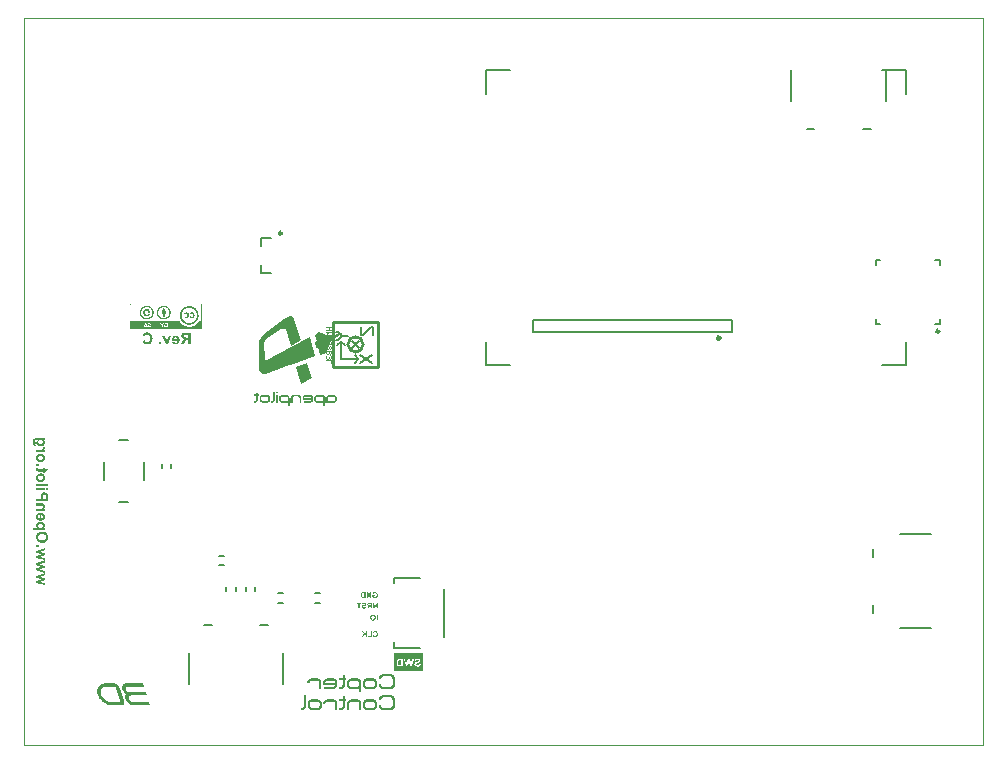
<source format=gbo>
%FSAX44Y44*%
%MOMM*%
G71*
G01*
G75*
G04 Layer_Color=32896*
%ADD10C,0.2540*%
%ADD11C,0.2032*%
%ADD12C,0.6350*%
%ADD13C,0.5080*%
%ADD14C,0.3048*%
%ADD15C,0.7620*%
%ADD16C,0.3810*%
%ADD17R,0.9000X0.7000*%
%ADD18R,0.3200X0.3600*%
%ADD19R,0.4500X0.5500*%
%ADD20R,1.0000X0.9000*%
%ADD21R,0.9000X0.8000*%
%ADD22R,1.3500X0.9500*%
%ADD23R,0.4600X0.4200*%
%ADD24R,1.6500X2.4000*%
%ADD25O,0.8500X0.3000*%
%ADD26R,0.5500X0.5500*%
%ADD27R,0.8000X0.9000*%
%ADD28R,0.6500X0.9000*%
%ADD29R,0.9500X1.4000*%
%ADD30R,1.0000X1.0000*%
%ADD31R,0.7000X0.9000*%
%ADD32R,0.9000X0.8000*%
%ADD33R,0.5200X0.5200*%
%ADD34R,1.1000X1.1000*%
%ADD35R,0.6298X0.2500*%
%ADD36R,0.6298X0.2500*%
%ADD37R,0.2500X0.6298*%
%ADD38R,0.2500X0.6298*%
%ADD39R,1.4000X0.6000*%
%ADD40R,0.4500X0.4500*%
%ADD41R,1.7000X1.7000*%
%ADD42O,0.2800X0.8500*%
%ADD43O,0.8500X0.2800*%
%ADD44R,0.8500X2.3000*%
%ADD45R,0.4200X0.4600*%
%ADD46R,0.2032X1.1430*%
%ADD47R,1.4000X1.1000*%
%ADD48R,1.1000X1.4000*%
%ADD49R,0.9000X0.6500*%
%ADD50R,0.9000X1.0000*%
%ADD51R,0.8000X0.9000*%
%ADD52R,1.0000X1.0000*%
%ADD53R,1.0160X0.8000*%
%ADD54R,0.7112X0.3366*%
%ADD55R,0.3366X0.7112*%
%ADD56O,0.2650X1.8500*%
%ADD57O,1.8500X0.2650*%
%ADD58O,1.8500X0.2650*%
%ADD59R,0.3500X0.6500*%
%ADD60O,2.2000X0.6000*%
%ADD61R,1.2000X1.8000*%
%ADD62R,0.6000X1.5500*%
%ADD63R,0.6000X1.5000*%
%ADD64C,0.3000*%
%ADD65C,0.5000*%
%ADD66C,2.1590*%
%ADD67C,1.5000*%
%ADD68C,0.1540*%
%ADD69C,0.7500*%
%ADD70C,0.1524*%
%ADD71C,0.2500*%
%ADD72C,0.2000*%
%ADD73C,0.4000*%
%ADD74C,0.4500*%
%ADD75C,0.5588*%
%ADD76C,2.0000*%
%ADD77C,0.1600*%
%ADD78C,0.1700*%
%ADD79C,0.3500*%
%ADD80C,0.6000*%
%ADD81C,1.0000*%
%ADD82C,0.0254*%
%ADD83C,2.0066*%
%ADD84C,0.9000*%
%ADD85C,2.5400*%
G04:AMPARAMS|DCode=86|XSize=1.8796mm|YSize=1.8796mm|CornerRadius=0.4699mm|HoleSize=0mm|Usage=FLASHONLY|Rotation=180.000|XOffset=0mm|YOffset=0mm|HoleType=Round|Shape=RoundedRectangle|*
%AMROUNDEDRECTD86*
21,1,1.8796,0.9398,0,0,180.0*
21,1,0.9398,1.8796,0,0,180.0*
1,1,0.9398,-0.4699,0.4699*
1,1,0.9398,0.4699,0.4699*
1,1,0.9398,0.4699,-0.4699*
1,1,0.9398,-0.4699,-0.4699*
%
%ADD86ROUNDEDRECTD86*%
%ADD87C,1.8796*%
%ADD88C,0.6600*%
%ADD89C,0.5000*%
%ADD90C,0.7112*%
%ADD91C,0.6900*%
%ADD92C,1.0000*%
%ADD93C,0.7300*%
%ADD94C,1.1000*%
%ADD95C,0.8000*%
%ADD96R,0.3000X0.3000*%
%ADD97R,0.3000X0.5000*%
%ADD98R,0.3000X0.3000*%
%ADD99R,0.5000X0.3000*%
%ADD100R,3.3000X3.3000*%
%ADD101R,0.3600X0.3200*%
%ADD102R,0.6500X0.5500*%
%ADD103R,1.3000X4.5000*%
%ADD104R,1.8000X3.9000*%
%ADD105R,1.5500X0.6000*%
%ADD106R,1.8000X1.2000*%
%ADD107R,1.2000X1.8000*%
%ADD108R,2.0500X2.5000*%
%ADD109R,0.5000X2.3000*%
%ADD110R,2.3000X0.5000*%
%ADD111R,2.5000X2.0500*%
%ADD112C,0.1000*%
%ADD113C,0.1270*%
%ADD114C,0.1500*%
%ADD115R,0.7750X0.4500*%
%ADD116R,0.6500X1.0000*%
%ADD117R,0.7000X0.7000*%
%ADD118R,0.7000X0.7000*%
%ADD119R,0.7000X0.7000*%
%ADD120O,0.8000X0.2500*%
%ADD121O,0.2300X0.8000*%
%ADD122O,0.8000X0.2300*%
%ADD123R,0.6512X0.2766*%
%ADD124R,0.2766X0.6512*%
%ADD125R,1.0524X0.8524*%
%ADD126R,0.4724X0.5124*%
%ADD127R,0.6024X0.7024*%
%ADD128R,1.1524X1.0524*%
%ADD129R,1.0524X0.9524*%
%ADD130R,1.5024X1.1024*%
%ADD131R,0.6124X0.5724*%
%ADD132R,1.7900X2.5400*%
%ADD133O,0.9900X0.4400*%
%ADD134R,0.7024X0.7024*%
%ADD135R,0.9524X1.0524*%
%ADD136R,0.8024X1.0524*%
%ADD137R,1.1024X1.5524*%
%ADD138R,1.1524X1.1524*%
%ADD139R,0.8524X1.0524*%
%ADD140R,1.0524X0.9524*%
%ADD141R,0.6724X0.6724*%
%ADD142R,1.2524X1.2524*%
%ADD143R,0.6806X0.3008*%
%ADD144R,0.6806X0.3008*%
%ADD145R,0.3008X0.6806*%
%ADD146R,0.3008X0.6806*%
%ADD147R,1.5524X0.7524*%
%ADD148R,0.6024X0.6024*%
%ADD149R,1.8400X1.8400*%
%ADD150O,0.4200X0.9900*%
%ADD151O,0.9900X0.4200*%
%ADD152R,1.0024X2.4524*%
%ADD153R,0.5724X0.6124*%
%ADD154R,0.2232X1.1630*%
%ADD155R,1.5524X1.2524*%
%ADD156R,1.2524X1.5524*%
%ADD157R,1.0524X0.8024*%
%ADD158R,1.0524X1.1524*%
%ADD159R,0.9524X1.0524*%
%ADD160R,1.1524X1.1524*%
%ADD161R,0.7912X0.4165*%
%ADD162R,0.4165X0.7912*%
%ADD163O,0.4174X2.0024*%
%ADD164O,2.0024X0.4174*%
%ADD165O,2.0024X0.4174*%
%ADD166R,0.5024X0.8024*%
%ADD167O,2.3524X0.7524*%
%ADD168R,1.3020X1.9020*%
%ADD169R,0.7020X1.6520*%
%ADD170R,0.7524X1.6524*%
%ADD171C,2.1590*%
%ADD172C,0.1524*%
%ADD173C,1.0524*%
%ADD174C,2.6924*%
G04:AMPARAMS|DCode=175|XSize=2.032mm|YSize=2.032mm|CornerRadius=0.5461mm|HoleSize=0mm|Usage=FLASHONLY|Rotation=180.000|XOffset=0mm|YOffset=0mm|HoleType=Round|Shape=RoundedRectangle|*
%AMROUNDEDRECTD175*
21,1,2.0320,0.9398,0,0,180.0*
21,1,0.9398,2.0320,0,0,180.0*
1,1,1.0922,-0.4699,0.4699*
1,1,1.0922,0.4699,0.4699*
1,1,1.0922,0.4699,-0.4699*
1,1,1.0922,-0.4699,-0.4699*
%
%ADD175ROUNDEDRECTD175*%
%ADD176C,2.0320*%
%ADD177C,0.6524*%
%ADD178C,0.8636*%
%ADD179C,0.8424*%
%ADD180C,1.1524*%
%ADD181C,0.8824*%
%ADD182C,1.2524*%
%ADD183C,0.9524*%
%ADD184R,0.4524X0.4524*%
%ADD185R,0.4524X0.6524*%
%ADD186R,0.4524X0.4524*%
%ADD187R,0.6524X0.4524*%
%ADD188R,3.4524X3.4524*%
%ADD189R,0.5124X0.4724*%
%ADD190R,0.8024X0.7024*%
%ADD191R,1.4524X4.6524*%
%ADD192R,1.9524X4.0524*%
%ADD193R,1.6520X0.7020*%
%ADD194R,1.7024X0.7524*%
%ADD195R,1.9020X1.3020*%
%ADD196R,1.3524X1.9524*%
%ADD197R,2.2024X2.6524*%
%ADD198R,0.6700X2.4700*%
%ADD199R,2.4700X0.6700*%
%ADD200R,2.6524X2.2024*%
%ADD201C,0.8124*%
%ADD202R,0.3000X0.6000*%
%ADD203R,0.6000X0.3000*%
%ADD204R,0.6000X0.3000*%
%ADD205R,0.3000X0.6000*%
%ADD206R,0.0000X0.0000*%
%ADD207C,0.0500*%
G36*
X00911759Y00533340D02*
X00912030Y00533306D01*
X00912267Y00533272D01*
X00912487Y00533221D01*
X00912656Y00533154D01*
X00912791Y00533120D01*
X00912876Y00533086D01*
X00912910Y00533069D01*
X00913146Y00532951D01*
X00913349Y00532832D01*
X00913552Y00532697D01*
X00913721Y00532579D01*
X00913857Y00532460D01*
X00913958Y00532375D01*
X00914026Y00532308D01*
X00914043Y00532291D01*
X00914229Y00532088D01*
X00914381Y00531902D01*
X00914517Y00531699D01*
X00914635Y00531513D01*
X00914720Y00531361D01*
X00914787Y00531242D01*
X00914821Y00531157D01*
X00914838Y00531124D01*
X00914923Y00530887D01*
X00914990Y00530633D01*
X00915041Y00530396D01*
X00915075Y00530176D01*
X00915092Y00529990D01*
X00915109Y00529855D01*
Y00529753D01*
Y00529737D01*
Y00529720D01*
Y00528045D01*
X00915092Y00527774D01*
X00915058Y00527504D01*
X00915024Y00527267D01*
X00914973Y00527064D01*
X00914923Y00526878D01*
X00914872Y00526759D01*
X00914855Y00526675D01*
X00914838Y00526641D01*
X00914720Y00526404D01*
X00914584Y00526184D01*
X00914466Y00525998D01*
X00914331Y00525829D01*
X00914212Y00525694D01*
X00914128Y00525575D01*
X00914060Y00525507D01*
X00914043Y00525490D01*
X00913857Y00525304D01*
X00913654Y00525152D01*
X00913468Y00525017D01*
X00913299Y00524915D01*
X00913146Y00524831D01*
X00913011Y00524763D01*
X00912943Y00524729D01*
X00912910Y00524712D01*
X00912656Y00524628D01*
X00912402Y00524560D01*
X00912165Y00524509D01*
X00911945Y00524476D01*
X00911759Y00524459D01*
X00911624Y00524442D01*
X00906684D01*
X00906397Y00524459D01*
X00906143Y00524492D01*
X00905906Y00524526D01*
X00905703Y00524577D01*
X00905517Y00524628D01*
X00905399Y00524678D01*
X00905314Y00524695D01*
X00905280Y00524712D01*
X00905043Y00524831D01*
X00904824Y00524949D01*
X00904621Y00525084D01*
X00904451Y00525203D01*
X00904316Y00525321D01*
X00904198Y00525406D01*
X00904130Y00525474D01*
X00904113Y00525490D01*
X00903927Y00525694D01*
X00903775Y00525880D01*
X00903639Y00526083D01*
X00903538Y00526252D01*
X00903453Y00526404D01*
X00903386Y00526539D01*
X00903352Y00526607D01*
X00903335Y00526641D01*
X00903233Y00526895D01*
X00903166Y00527131D01*
X00903115Y00527368D01*
X00903081Y00527588D01*
X00903064Y00527774D01*
X00903047Y00527910D01*
Y00528011D01*
Y00528045D01*
Y00529720D01*
X00903064Y00530007D01*
X00903098Y00530261D01*
X00903132Y00530498D01*
X00903183Y00530701D01*
X00903250Y00530887D01*
X00903284Y00531005D01*
X00903318Y00531090D01*
X00903335Y00531124D01*
X00903453Y00531361D01*
X00903572Y00531580D01*
X00903707Y00531783D01*
X00903825Y00531953D01*
X00903944Y00532088D01*
X00904028Y00532206D01*
X00904096Y00532274D01*
X00904113Y00532291D01*
X00904316Y00532477D01*
X00904502Y00532629D01*
X00904705Y00532765D01*
X00904891Y00532866D01*
X00905043Y00532951D01*
X00905162Y00533018D01*
X00905246Y00533052D01*
X00905280Y00533069D01*
X00905517Y00533171D01*
X00905771Y00533238D01*
X00906008Y00533289D01*
X00906228Y00533323D01*
X00906414Y00533340D01*
X00906549Y00533357D01*
X00911489D01*
X00911759Y00533340D01*
D02*
G37*
G36*
X00887856Y00533746D02*
X00888736D01*
Y00531885D01*
X00887856D01*
Y00528045D01*
X00887839Y00527774D01*
X00887806Y00527504D01*
X00887772Y00527267D01*
X00887721Y00527064D01*
X00887670Y00526878D01*
X00887619Y00526759D01*
X00887603Y00526675D01*
X00887586Y00526641D01*
X00887467Y00526404D01*
X00887349Y00526184D01*
X00887214Y00525998D01*
X00887095Y00525829D01*
X00886977Y00525694D01*
X00886892Y00525575D01*
X00886824Y00525507D01*
X00886807Y00525490D01*
X00886605Y00525304D01*
X00886419Y00525152D01*
X00886216Y00525017D01*
X00886029Y00524915D01*
X00885877Y00524831D01*
X00885759Y00524763D01*
X00885674Y00524729D01*
X00885640Y00524712D01*
X00885387Y00524628D01*
X00885133Y00524560D01*
X00884896Y00524509D01*
X00884676Y00524476D01*
X00884490Y00524459D01*
X00884355Y00524442D01*
X00882798D01*
Y00526302D01*
X00884202D01*
X00884456Y00526336D01*
X00884693Y00526404D01*
X00884896Y00526489D01*
X00885082Y00526590D01*
X00885217Y00526692D01*
X00885319Y00526759D01*
X00885387Y00526827D01*
X00885404Y00526844D01*
X00885556Y00527047D01*
X00885657Y00527216D01*
X00885708Y00527300D01*
X00885742Y00527351D01*
X00885759Y00527385D01*
Y00527402D01*
X00885826Y00527639D01*
X00885860Y00527859D01*
X00885877Y00527943D01*
Y00528011D01*
Y00528045D01*
Y00528062D01*
Y00531885D01*
X00882798D01*
Y00532274D01*
Y00533746D01*
X00885877D01*
Y00535945D01*
X00887856D01*
Y00533746D01*
D02*
G37*
G36*
X00926730Y00536909D02*
X00927001Y00536875D01*
X00927238Y00536841D01*
X00927458Y00536791D01*
X00927627Y00536723D01*
X00927762Y00536689D01*
X00927847Y00536655D01*
X00927881Y00536638D01*
X00928117Y00536520D01*
X00928320Y00536402D01*
X00928523Y00536266D01*
X00928693Y00536148D01*
X00928828Y00536029D01*
X00928929Y00535945D01*
X00928997Y00535877D01*
X00929014Y00535860D01*
X00929200Y00535674D01*
X00929352Y00535471D01*
X00929488Y00535285D01*
X00929606Y00535099D01*
X00929691Y00534947D01*
X00929758Y00534828D01*
X00929792Y00534744D01*
X00929809Y00534710D01*
X00929894Y00534456D01*
X00929961Y00534202D01*
X00930012Y00533966D01*
X00930046Y00533746D01*
X00930063Y00533560D01*
X00930080Y00533424D01*
Y00533323D01*
Y00533306D01*
Y00533289D01*
Y00528062D01*
X00930063Y00527791D01*
X00930029Y00527520D01*
X00929995Y00527284D01*
X00929944Y00527064D01*
X00929894Y00526895D01*
X00929843Y00526759D01*
X00929826Y00526675D01*
X00929809Y00526641D01*
X00929691Y00526404D01*
X00929555Y00526184D01*
X00929437Y00525998D01*
X00929302Y00525829D01*
X00929183Y00525694D01*
X00929099Y00525575D01*
X00929031Y00525507D01*
X00929014Y00525490D01*
X00928828Y00525304D01*
X00928625Y00525152D01*
X00928439Y00525017D01*
X00928270Y00524915D01*
X00928117Y00524831D01*
X00927982Y00524763D01*
X00927914Y00524729D01*
X00927881Y00524712D01*
X00927627Y00524628D01*
X00927373Y00524560D01*
X00927136Y00524509D01*
X00926916Y00524476D01*
X00926730Y00524459D01*
X00926595Y00524442D01*
X00920133D01*
X00919845Y00524459D01*
X00919592Y00524492D01*
X00919355Y00524526D01*
X00919152Y00524577D01*
X00918966Y00524628D01*
X00918847Y00524678D01*
X00918763Y00524695D01*
X00918729Y00524712D01*
X00918492Y00524831D01*
X00918272Y00524949D01*
X00918086Y00525084D01*
X00917917Y00525203D01*
X00917765Y00525321D01*
X00917663Y00525406D01*
X00917595Y00525474D01*
X00917579Y00525490D01*
X00917392Y00525677D01*
X00917240Y00525880D01*
X00917105Y00526066D01*
X00916986Y00526252D01*
X00916902Y00526404D01*
X00916834Y00526522D01*
X00916800Y00526607D01*
X00916783Y00526641D01*
X00916682Y00526895D01*
X00916614Y00527148D01*
X00916563Y00527385D01*
X00916530Y00527605D01*
X00916513Y00527791D01*
X00916496Y00527926D01*
Y00528028D01*
Y00528062D01*
Y00528079D01*
Y00528468D01*
X00918492D01*
Y00528079D01*
X00918509Y00527808D01*
X00918577Y00527571D01*
X00918661Y00527351D01*
X00918746Y00527165D01*
X00918847Y00527013D01*
X00918932Y00526912D01*
X00918999Y00526827D01*
X00919016Y00526810D01*
X00919202Y00526641D01*
X00919422Y00526522D01*
X00919625Y00526421D01*
X00919828Y00526370D01*
X00919997Y00526336D01*
X00920133Y00526319D01*
X00920234Y00526302D01*
X00926324D01*
X00926595Y00526319D01*
X00926832Y00526387D01*
X00927052Y00526472D01*
X00927238Y00526556D01*
X00927390Y00526658D01*
X00927492Y00526725D01*
X00927576Y00526793D01*
X00927593Y00526810D01*
X00927745Y00527013D01*
X00927864Y00527182D01*
X00927914Y00527267D01*
X00927931Y00527318D01*
X00927965Y00527351D01*
Y00527368D01*
X00928050Y00527622D01*
X00928084Y00527842D01*
X00928101Y00527943D01*
Y00528011D01*
Y00528062D01*
Y00528079D01*
Y00533272D01*
X00928084Y00533543D01*
X00928050Y00533661D01*
X00928033Y00533763D01*
X00927999Y00533847D01*
X00927982Y00533915D01*
X00927965Y00533949D01*
Y00533966D01*
X00927847Y00534185D01*
X00927728Y00534372D01*
X00927678Y00534439D01*
X00927627Y00534490D01*
X00927610Y00534524D01*
X00927593Y00534541D01*
X00927390Y00534710D01*
X00927170Y00534845D01*
X00926967Y00534930D01*
X00926764Y00534997D01*
X00926595Y00535031D01*
X00926443Y00535065D01*
X00920268D01*
X00919997Y00535048D01*
X00919744Y00534981D01*
X00919541Y00534896D01*
X00919355Y00534811D01*
X00919219Y00534710D01*
X00919101Y00534625D01*
X00919033Y00534558D01*
X00919016Y00534541D01*
X00918847Y00534338D01*
X00918712Y00534118D01*
X00918627Y00533915D01*
X00918560Y00533712D01*
X00918526Y00533543D01*
X00918492Y00533390D01*
Y00533306D01*
Y00533289D01*
Y00533272D01*
Y00532883D01*
X00916496D01*
Y00533289D01*
X00916513Y00533577D01*
X00916547Y00533830D01*
X00916580Y00534067D01*
X00916631Y00534287D01*
X00916699Y00534456D01*
X00916733Y00534591D01*
X00916767Y00534676D01*
X00916783Y00534710D01*
X00916902Y00534947D01*
X00917020Y00535167D01*
X00917156Y00535370D01*
X00917291Y00535539D01*
X00917409Y00535674D01*
X00917494Y00535776D01*
X00917562Y00535843D01*
X00917579Y00535860D01*
X00917782Y00536046D01*
X00917968Y00536199D01*
X00918171Y00536334D01*
X00918340Y00536435D01*
X00918492Y00536520D01*
X00918627Y00536588D01*
X00918695Y00536622D01*
X00918729Y00536638D01*
X00918966Y00536740D01*
X00919219Y00536808D01*
X00919456Y00536858D01*
X00919676Y00536892D01*
X00919862Y00536909D01*
X00919997Y00536926D01*
X00926460D01*
X00926730Y00536909D01*
D02*
G37*
G36*
X00822515Y00773366D02*
X00822896Y00773239D01*
X00822960Y00773176D01*
X00823150Y00773112D01*
X00823404Y00772922D01*
X00823721Y00772667D01*
X00823785Y00772604D01*
X00823912Y00772413D01*
X00824102Y00772160D01*
X00824293Y00771778D01*
Y00771715D01*
X00824357Y00771461D01*
X00824420Y00771143D01*
X00824483Y00770762D01*
Y00769492D01*
Y00769429D01*
Y00769175D01*
X00824420Y00768857D01*
X00824293Y00768476D01*
X00824230Y00768413D01*
X00824166Y00768159D01*
X00823976Y00767905D01*
X00823721Y00767651D01*
X00823658Y00767588D01*
X00823467Y00767460D01*
X00823214Y00767270D01*
X00822896Y00767079D01*
X00822832Y00767016D01*
X00822579Y00766953D01*
X00822197Y00766889D01*
X00821816Y00766825D01*
X00818133D01*
X00817943Y00766889D01*
X00817562Y00766953D01*
X00817244Y00767079D01*
X00817181Y00767143D01*
X00816927Y00767206D01*
X00816673Y00767397D01*
X00816356Y00767651D01*
X00816292Y00767714D01*
X00816165Y00767905D01*
X00815975Y00768159D01*
X00815784Y00768476D01*
X00815721Y00768540D01*
X00815657Y00768794D01*
X00815593Y00769111D01*
Y00769492D01*
Y00770762D01*
Y00770890D01*
Y00771080D01*
X00815657Y00771461D01*
X00815784Y00771778D01*
X00815847Y00771842D01*
X00815911Y00772096D01*
X00816102Y00772350D01*
X00816356Y00772667D01*
X00816419Y00772731D01*
X00816609Y00772858D01*
X00816863Y00773048D01*
X00817244Y00773239D01*
X00817308Y00773303D01*
X00817562Y00773366D01*
X00817879Y00773429D01*
X00818260Y00773493D01*
X00822134D01*
X00822515Y00773366D01*
D02*
G37*
G36*
X00814260Y00773747D02*
X00814895D01*
Y00772350D01*
X00814260D01*
Y00769492D01*
Y00769429D01*
Y00769175D01*
X00814196Y00768857D01*
X00814070Y00768476D01*
X00814006Y00768413D01*
X00813879Y00768159D01*
X00813689Y00767905D01*
X00813498Y00767651D01*
X00813435Y00767588D01*
X00813244Y00767460D01*
X00812990Y00767270D01*
X00812609Y00767079D01*
X00812545Y00767016D01*
X00812291Y00766953D01*
X00811910Y00766889D01*
X00811529Y00766825D01*
X00810514D01*
Y00768223D01*
X00811593D01*
X00811847Y00768286D01*
X00812165Y00768413D01*
X00812482Y00768604D01*
Y00768667D01*
X00812545Y00768730D01*
X00812736Y00769048D01*
Y00769111D01*
Y00769175D01*
X00812800Y00769492D01*
Y00772350D01*
X00810514D01*
Y00773747D01*
X00812800D01*
Y00775334D01*
X00814260D01*
Y00773747D01*
D02*
G37*
G36*
X00926730Y00519129D02*
X00927001Y00519095D01*
X00927238Y00519061D01*
X00927458Y00519011D01*
X00927627Y00518943D01*
X00927762Y00518909D01*
X00927847Y00518875D01*
X00927881Y00518858D01*
X00928117Y00518740D01*
X00928320Y00518622D01*
X00928523Y00518486D01*
X00928693Y00518368D01*
X00928828Y00518249D01*
X00928929Y00518165D01*
X00928997Y00518097D01*
X00929014Y00518080D01*
X00929200Y00517894D01*
X00929352Y00517691D01*
X00929488Y00517505D01*
X00929606Y00517319D01*
X00929691Y00517167D01*
X00929758Y00517048D01*
X00929792Y00516964D01*
X00929809Y00516930D01*
X00929894Y00516676D01*
X00929961Y00516422D01*
X00930012Y00516186D01*
X00930046Y00515966D01*
X00930063Y00515780D01*
X00930080Y00515644D01*
Y00515543D01*
Y00515526D01*
Y00515509D01*
Y00510282D01*
X00930063Y00510011D01*
X00930029Y00509740D01*
X00929995Y00509504D01*
X00929944Y00509284D01*
X00929894Y00509115D01*
X00929843Y00508979D01*
X00929826Y00508895D01*
X00929809Y00508861D01*
X00929691Y00508624D01*
X00929555Y00508404D01*
X00929437Y00508218D01*
X00929302Y00508049D01*
X00929183Y00507914D01*
X00929099Y00507795D01*
X00929031Y00507727D01*
X00929014Y00507710D01*
X00928828Y00507524D01*
X00928625Y00507372D01*
X00928439Y00507237D01*
X00928270Y00507135D01*
X00928117Y00507051D01*
X00927982Y00506983D01*
X00927914Y00506949D01*
X00927881Y00506932D01*
X00927627Y00506848D01*
X00927373Y00506780D01*
X00927136Y00506729D01*
X00926916Y00506696D01*
X00926730Y00506679D01*
X00926595Y00506662D01*
X00920133D01*
X00919845Y00506679D01*
X00919592Y00506712D01*
X00919355Y00506746D01*
X00919152Y00506797D01*
X00918966Y00506848D01*
X00918847Y00506898D01*
X00918763Y00506915D01*
X00918729Y00506932D01*
X00918492Y00507051D01*
X00918272Y00507169D01*
X00918086Y00507304D01*
X00917917Y00507423D01*
X00917765Y00507541D01*
X00917663Y00507626D01*
X00917595Y00507694D01*
X00917579Y00507710D01*
X00917392Y00507897D01*
X00917240Y00508100D01*
X00917105Y00508286D01*
X00916986Y00508472D01*
X00916902Y00508624D01*
X00916834Y00508742D01*
X00916800Y00508827D01*
X00916783Y00508861D01*
X00916682Y00509115D01*
X00916614Y00509368D01*
X00916563Y00509605D01*
X00916530Y00509825D01*
X00916513Y00510011D01*
X00916496Y00510146D01*
Y00510248D01*
Y00510282D01*
Y00510299D01*
Y00510688D01*
X00918492D01*
Y00510299D01*
X00918509Y00510028D01*
X00918577Y00509791D01*
X00918661Y00509571D01*
X00918746Y00509385D01*
X00918847Y00509233D01*
X00918932Y00509132D01*
X00918999Y00509047D01*
X00919016Y00509030D01*
X00919202Y00508861D01*
X00919422Y00508742D01*
X00919625Y00508641D01*
X00919828Y00508590D01*
X00919997Y00508556D01*
X00920133Y00508539D01*
X00920234Y00508522D01*
X00926324D01*
X00926595Y00508539D01*
X00926832Y00508607D01*
X00927052Y00508692D01*
X00927238Y00508776D01*
X00927390Y00508878D01*
X00927492Y00508945D01*
X00927576Y00509013D01*
X00927593Y00509030D01*
X00927745Y00509233D01*
X00927864Y00509402D01*
X00927914Y00509487D01*
X00927931Y00509538D01*
X00927965Y00509571D01*
Y00509588D01*
X00928050Y00509842D01*
X00928084Y00510062D01*
X00928101Y00510163D01*
Y00510231D01*
Y00510282D01*
Y00510299D01*
Y00515492D01*
X00928084Y00515763D01*
X00928050Y00515881D01*
X00928033Y00515983D01*
X00927999Y00516067D01*
X00927982Y00516135D01*
X00927965Y00516169D01*
Y00516186D01*
X00927847Y00516405D01*
X00927728Y00516592D01*
X00927678Y00516659D01*
X00927627Y00516710D01*
X00927610Y00516744D01*
X00927593Y00516761D01*
X00927390Y00516930D01*
X00927170Y00517065D01*
X00926967Y00517150D01*
X00926764Y00517217D01*
X00926595Y00517251D01*
X00926443Y00517285D01*
X00920268D01*
X00919997Y00517268D01*
X00919744Y00517201D01*
X00919541Y00517116D01*
X00919355Y00517031D01*
X00919219Y00516930D01*
X00919101Y00516845D01*
X00919033Y00516778D01*
X00919016Y00516761D01*
X00918847Y00516558D01*
X00918712Y00516338D01*
X00918627Y00516135D01*
X00918560Y00515932D01*
X00918526Y00515763D01*
X00918492Y00515610D01*
Y00515526D01*
Y00515509D01*
Y00515492D01*
Y00515103D01*
X00916496D01*
Y00515509D01*
X00916513Y00515797D01*
X00916547Y00516050D01*
X00916580Y00516287D01*
X00916631Y00516507D01*
X00916699Y00516676D01*
X00916733Y00516811D01*
X00916767Y00516896D01*
X00916783Y00516930D01*
X00916902Y00517167D01*
X00917020Y00517387D01*
X00917156Y00517590D01*
X00917291Y00517759D01*
X00917409Y00517894D01*
X00917494Y00517996D01*
X00917562Y00518063D01*
X00917579Y00518080D01*
X00917782Y00518266D01*
X00917968Y00518419D01*
X00918171Y00518554D01*
X00918340Y00518655D01*
X00918492Y00518740D01*
X00918627Y00518808D01*
X00918695Y00518842D01*
X00918729Y00518858D01*
X00918966Y00518960D01*
X00919219Y00519028D01*
X00919456Y00519078D01*
X00919676Y00519112D01*
X00919862Y00519129D01*
X00919997Y00519146D01*
X00926460D01*
X00926730Y00519129D01*
D02*
G37*
G36*
X00911759Y00515560D02*
X00912030Y00515526D01*
X00912267Y00515492D01*
X00912487Y00515441D01*
X00912656Y00515374D01*
X00912791Y00515340D01*
X00912876Y00515306D01*
X00912910Y00515289D01*
X00913146Y00515171D01*
X00913349Y00515052D01*
X00913552Y00514917D01*
X00913721Y00514799D01*
X00913857Y00514680D01*
X00913958Y00514595D01*
X00914026Y00514528D01*
X00914043Y00514511D01*
X00914229Y00514308D01*
X00914381Y00514122D01*
X00914517Y00513919D01*
X00914635Y00513733D01*
X00914720Y00513581D01*
X00914787Y00513462D01*
X00914821Y00513377D01*
X00914838Y00513344D01*
X00914923Y00513107D01*
X00914990Y00512853D01*
X00915041Y00512616D01*
X00915075Y00512396D01*
X00915092Y00512210D01*
X00915109Y00512075D01*
Y00511973D01*
Y00511956D01*
Y00511940D01*
Y00510265D01*
X00915092Y00509994D01*
X00915058Y00509724D01*
X00915024Y00509487D01*
X00914973Y00509284D01*
X00914923Y00509098D01*
X00914872Y00508979D01*
X00914855Y00508895D01*
X00914838Y00508861D01*
X00914720Y00508624D01*
X00914584Y00508404D01*
X00914466Y00508218D01*
X00914331Y00508049D01*
X00914212Y00507914D01*
X00914128Y00507795D01*
X00914060Y00507727D01*
X00914043Y00507710D01*
X00913857Y00507524D01*
X00913654Y00507372D01*
X00913468Y00507237D01*
X00913299Y00507135D01*
X00913146Y00507051D01*
X00913011Y00506983D01*
X00912943Y00506949D01*
X00912910Y00506932D01*
X00912656Y00506848D01*
X00912402Y00506780D01*
X00912165Y00506729D01*
X00911945Y00506696D01*
X00911759Y00506679D01*
X00911624Y00506662D01*
X00906684D01*
X00906397Y00506679D01*
X00906143Y00506712D01*
X00905906Y00506746D01*
X00905703Y00506797D01*
X00905517Y00506848D01*
X00905399Y00506898D01*
X00905314Y00506915D01*
X00905280Y00506932D01*
X00905043Y00507051D01*
X00904824Y00507169D01*
X00904621Y00507304D01*
X00904451Y00507423D01*
X00904316Y00507541D01*
X00904198Y00507626D01*
X00904130Y00507694D01*
X00904113Y00507710D01*
X00903927Y00507914D01*
X00903775Y00508100D01*
X00903639Y00508303D01*
X00903538Y00508472D01*
X00903453Y00508624D01*
X00903386Y00508759D01*
X00903352Y00508827D01*
X00903335Y00508861D01*
X00903233Y00509115D01*
X00903166Y00509351D01*
X00903115Y00509588D01*
X00903081Y00509808D01*
X00903064Y00509994D01*
X00903047Y00510130D01*
Y00510231D01*
Y00510265D01*
Y00511940D01*
X00903064Y00512227D01*
X00903098Y00512481D01*
X00903132Y00512718D01*
X00903183Y00512921D01*
X00903250Y00513107D01*
X00903284Y00513225D01*
X00903318Y00513310D01*
X00903335Y00513344D01*
X00903453Y00513581D01*
X00903572Y00513800D01*
X00903707Y00514003D01*
X00903825Y00514173D01*
X00903944Y00514308D01*
X00904028Y00514426D01*
X00904096Y00514494D01*
X00904113Y00514511D01*
X00904316Y00514697D01*
X00904502Y00514849D01*
X00904705Y00514985D01*
X00904891Y00515086D01*
X00905043Y00515171D01*
X00905162Y00515238D01*
X00905246Y00515272D01*
X00905280Y00515289D01*
X00905517Y00515391D01*
X00905771Y00515458D01*
X00906008Y00515509D01*
X00906228Y00515543D01*
X00906414Y00515560D01*
X00906549Y00515577D01*
X00911489D01*
X00911759Y00515560D01*
D02*
G37*
G36*
X00898311Y00533340D02*
X00898581Y00533306D01*
X00898818Y00533272D01*
X00899021Y00533221D01*
X00899207Y00533154D01*
X00899326Y00533120D01*
X00899410Y00533086D01*
X00899444Y00533069D01*
X00899681Y00532951D01*
X00899901Y00532832D01*
X00900087Y00532697D01*
X00900256Y00532579D01*
X00900391Y00532460D01*
X00900510Y00532375D01*
X00900577Y00532308D01*
X00900594Y00532291D01*
X00900780Y00532088D01*
X00900933Y00531902D01*
X00901068Y00531699D01*
X00901187Y00531513D01*
X00901271Y00531361D01*
X00901339Y00531242D01*
X00901373Y00531157D01*
X00901389Y00531124D01*
X00901474Y00530887D01*
X00901542Y00530633D01*
X00901592Y00530396D01*
X00901626Y00530176D01*
X00901643Y00529990D01*
X00901660Y00529838D01*
Y00529737D01*
Y00529720D01*
Y00529703D01*
Y00521752D01*
X00899681D01*
Y00524831D01*
X00899393Y00524695D01*
X00899106Y00524611D01*
X00898835Y00524543D01*
X00898564Y00524492D01*
X00898344Y00524459D01*
X00898175Y00524442D01*
X00893219D01*
X00892948Y00524459D01*
X00892678Y00524492D01*
X00892441Y00524526D01*
X00892238Y00524577D01*
X00892068Y00524628D01*
X00891933Y00524678D01*
X00891849Y00524695D01*
X00891815Y00524712D01*
X00891578Y00524831D01*
X00891358Y00524949D01*
X00891155Y00525084D01*
X00890986Y00525203D01*
X00890851Y00525321D01*
X00890749Y00525406D01*
X00890681Y00525474D01*
X00890665Y00525490D01*
X00890478Y00525694D01*
X00890326Y00525880D01*
X00890191Y00526083D01*
X00890089Y00526252D01*
X00890005Y00526404D01*
X00889937Y00526539D01*
X00889903Y00526607D01*
X00889886Y00526641D01*
X00889785Y00526895D01*
X00889717Y00527131D01*
X00889666Y00527368D01*
X00889633Y00527588D01*
X00889616Y00527774D01*
X00889599Y00527910D01*
Y00528011D01*
Y00528045D01*
Y00529720D01*
X00889616Y00530007D01*
X00889650Y00530261D01*
X00889683Y00530498D01*
X00889734Y00530701D01*
X00889802Y00530887D01*
X00889836Y00531005D01*
X00889869Y00531090D01*
X00889886Y00531124D01*
X00890005Y00531361D01*
X00890123Y00531580D01*
X00890258Y00531783D01*
X00890377Y00531953D01*
X00890495Y00532088D01*
X00890580Y00532206D01*
X00890648Y00532274D01*
X00890665Y00532291D01*
X00890867Y00532477D01*
X00891054Y00532629D01*
X00891257Y00532765D01*
X00891443Y00532866D01*
X00891595Y00532951D01*
X00891713Y00533018D01*
X00891798Y00533052D01*
X00891832Y00533069D01*
X00892068Y00533171D01*
X00892322Y00533238D01*
X00892559Y00533289D01*
X00892762Y00533323D01*
X00892948Y00533340D01*
X00893083Y00533357D01*
X00898040D01*
X00898311Y00533340D01*
D02*
G37*
G36*
X00878062D02*
X00878332Y00533306D01*
X00878569Y00533272D01*
X00878789Y00533221D01*
X00878958Y00533154D01*
X00879094Y00533120D01*
X00879178Y00533086D01*
X00879212Y00533069D01*
X00879449Y00532951D01*
X00879652Y00532832D01*
X00879855Y00532697D01*
X00880024Y00532579D01*
X00880159Y00532460D01*
X00880261Y00532375D01*
X00880329Y00532308D01*
X00880346Y00532291D01*
X00880532Y00532088D01*
X00880684Y00531902D01*
X00880819Y00531699D01*
X00880938Y00531530D01*
X00881022Y00531377D01*
X00881090Y00531242D01*
X00881124Y00531174D01*
X00881141Y00531141D01*
X00881225Y00530904D01*
X00881293Y00530650D01*
X00881344Y00530413D01*
X00881377Y00530193D01*
X00881394Y00530007D01*
X00881411Y00529872D01*
Y00529770D01*
Y00529753D01*
Y00529737D01*
Y00528062D01*
X00881394Y00527791D01*
X00881360Y00527520D01*
X00881327Y00527284D01*
X00881276Y00527064D01*
X00881225Y00526895D01*
X00881174Y00526759D01*
X00881158Y00526675D01*
X00881141Y00526641D01*
X00881022Y00526404D01*
X00880887Y00526184D01*
X00880768Y00525998D01*
X00880633Y00525829D01*
X00880515Y00525694D01*
X00880430Y00525575D01*
X00880362Y00525507D01*
X00880346Y00525490D01*
X00880159Y00525304D01*
X00879956Y00525152D01*
X00879770Y00525017D01*
X00879601Y00524915D01*
X00879449Y00524831D01*
X00879314Y00524763D01*
X00879246Y00524729D01*
X00879212Y00524712D01*
X00878958Y00524628D01*
X00878705Y00524560D01*
X00878468Y00524509D01*
X00878248Y00524476D01*
X00878062Y00524459D01*
X00877926Y00524442D01*
X00870449D01*
Y00526302D01*
X00877673D01*
X00877926Y00526319D01*
X00878180Y00526387D01*
X00878383Y00526472D01*
X00878569Y00526573D01*
X00878721Y00526658D01*
X00878823Y00526742D01*
X00878908Y00526810D01*
X00878924Y00526827D01*
X00879060Y00526979D01*
X00879161Y00527131D01*
X00879229Y00527250D01*
X00879263Y00527267D01*
Y00527284D01*
X00879347Y00527487D01*
X00879398Y00527673D01*
X00879415Y00527740D01*
X00879432Y00527808D01*
Y00527842D01*
Y00527859D01*
X00869350D01*
Y00529737D01*
X00869367Y00530024D01*
X00869401Y00530278D01*
X00869434Y00530515D01*
X00869485Y00530718D01*
X00869553Y00530904D01*
X00869587Y00531022D01*
X00869621Y00531107D01*
X00869637Y00531141D01*
X00869756Y00531377D01*
X00869874Y00531597D01*
X00870010Y00531800D01*
X00870128Y00531969D01*
X00870246Y00532105D01*
X00870331Y00532206D01*
X00870399Y00532274D01*
X00870416Y00532291D01*
X00870619Y00532477D01*
X00870805Y00532629D01*
X00871008Y00532765D01*
X00871194Y00532866D01*
X00871346Y00532951D01*
X00871464Y00533018D01*
X00871549Y00533052D01*
X00871583Y00533069D01*
X00871820Y00533171D01*
X00872073Y00533238D01*
X00872310Y00533289D01*
X00872530Y00533323D01*
X00872716Y00533340D01*
X00872851Y00533357D01*
X00877791D01*
X00878062Y00533340D01*
D02*
G37*
G36*
X00864596D02*
X00864867Y00533306D01*
X00865104Y00533272D01*
X00865324Y00533221D01*
X00865493Y00533154D01*
X00865628Y00533120D01*
X00865713Y00533086D01*
X00865747Y00533069D01*
X00865984Y00532951D01*
X00866203Y00532832D01*
X00866406Y00532697D01*
X00866575Y00532579D01*
X00866711Y00532460D01*
X00866829Y00532375D01*
X00866897Y00532308D01*
X00866914Y00532291D01*
X00867100Y00532088D01*
X00867252Y00531902D01*
X00867387Y00531699D01*
X00867489Y00531513D01*
X00867574Y00531361D01*
X00867641Y00531242D01*
X00867675Y00531157D01*
X00867692Y00531124D01*
X00867777Y00530887D01*
X00867844Y00530633D01*
X00867895Y00530396D01*
X00867929Y00530176D01*
X00867946Y00529990D01*
X00867963Y00529855D01*
Y00529753D01*
Y00529737D01*
Y00529720D01*
Y00524442D01*
X00865984D01*
Y00529703D01*
X00865966Y00529973D01*
X00865933Y00530092D01*
X00865916Y00530193D01*
X00865882Y00530278D01*
X00865865Y00530345D01*
X00865848Y00530379D01*
Y00530396D01*
X00865730Y00530616D01*
X00865611Y00530802D01*
X00865561Y00530870D01*
X00865510Y00530921D01*
X00865493Y00530955D01*
X00865476Y00530971D01*
X00865273Y00531141D01*
X00865053Y00531276D01*
X00864850Y00531361D01*
X00864647Y00531428D01*
X00864478Y00531462D01*
X00864326Y00531496D01*
X00859640D01*
X00859386Y00531479D01*
X00859166Y00531428D01*
X00859082Y00531394D01*
X00859014Y00531361D01*
X00858980Y00531344D01*
X00858963D01*
X00858743Y00531225D01*
X00858557Y00531107D01*
X00858490Y00531056D01*
X00858439Y00531005D01*
X00858405Y00530988D01*
X00858388Y00530971D01*
X00858236Y00530768D01*
X00858117Y00530582D01*
X00858067Y00530515D01*
X00858033Y00530447D01*
X00858016Y00530413D01*
Y00530396D01*
X00857931Y00530159D01*
X00857897Y00529939D01*
X00857880Y00529838D01*
Y00529770D01*
Y00529720D01*
Y00529703D01*
X00855901Y00529720D01*
X00855918Y00530007D01*
X00855952Y00530261D01*
X00855986Y00530498D01*
X00856037Y00530718D01*
X00856104Y00530887D01*
X00856138Y00531022D01*
X00856172Y00531107D01*
X00856189Y00531141D01*
X00856307Y00531377D01*
X00856426Y00531597D01*
X00856561Y00531800D01*
X00856679Y00531969D01*
X00856781Y00532105D01*
X00856865Y00532206D01*
X00856933Y00532274D01*
X00856950Y00532291D01*
X00857153Y00532477D01*
X00857339Y00532629D01*
X00857542Y00532765D01*
X00857728Y00532866D01*
X00857880Y00532951D01*
X00857999Y00533018D01*
X00858083Y00533052D01*
X00858117Y00533069D01*
X00858371Y00533171D01*
X00858625Y00533238D01*
X00858862Y00533289D01*
X00859082Y00533323D01*
X00859268Y00533340D01*
X00859403Y00533357D01*
X00864326D01*
X00864596Y00533340D01*
D02*
G37*
G36*
X00828548Y00769492D02*
Y00769429D01*
X00828484Y00769175D01*
X00828420Y00768857D01*
X00828294Y00768476D01*
X00828230Y00768413D01*
X00828167Y00768159D01*
X00827976Y00767905D01*
X00827722Y00767651D01*
X00827658Y00767588D01*
X00827468Y00767460D01*
X00827214Y00767270D01*
X00826897Y00767079D01*
X00826833Y00767016D01*
X00826579Y00766953D01*
X00826198Y00766889D01*
X00825817Y00766825D01*
X00825563D01*
Y00768223D01*
X00825881D01*
X00826134Y00768286D01*
X00826388Y00768413D01*
X00826706Y00768604D01*
Y00768667D01*
X00826833Y00768730D01*
X00826960Y00769048D01*
Y00769111D01*
X00827023Y00769175D01*
X00827087Y00769556D01*
Y00776096D01*
X00828548D01*
Y00769492D01*
D02*
G37*
G36*
X00874712Y00823023D02*
X00886523Y00826071D01*
X00875982Y00819023D01*
X00871918Y00809180D01*
X00866584Y00807466D01*
X00864933Y00813752D01*
X00863282Y00813498D01*
X00862076Y00817879D01*
X00863854Y00818832D01*
X00862329Y00824483D01*
X00866203Y00826579D01*
X00874712Y00823023D01*
D02*
G37*
G36*
X00859726Y00787844D02*
X00850265Y00782637D01*
X00846454Y00796988D01*
X00856106Y00800099D01*
X00859726Y00787844D01*
D02*
G37*
G36*
X00842454Y00839914D02*
X00843026Y00839787D01*
X00843597Y00839470D01*
X00844168Y00839025D01*
X00844677Y00838390D01*
X00845058Y00837564D01*
X00850391Y00819467D01*
X00841756Y00814768D01*
X00838073Y00828865D01*
X00838009Y00828929D01*
X00837819Y00829119D01*
X00837501Y00829373D01*
X00837057Y00829564D01*
X00836485Y00829690D01*
X00835787Y00829627D01*
X00835342Y00829564D01*
X00834898Y00829373D01*
X00834389Y00829183D01*
X00833818Y00828865D01*
X00821118Y00820483D01*
X00821055Y00820419D01*
X00820800Y00820165D01*
X00820546Y00819848D01*
X00820165Y00819340D01*
X00819848Y00818768D01*
X00819530Y00818070D01*
X00819404Y00817244D01*
X00819340Y00816292D01*
X00820102Y00805116D01*
Y00805052D01*
Y00804926D01*
X00820165Y00804735D01*
X00820229Y00804481D01*
X00820419Y00803910D01*
X00820800Y00803338D01*
X00820928Y00803211D01*
X00821181Y00803020D01*
X00821499Y00802830D01*
X00821753Y00802766D01*
X00821944D01*
X00842073Y00813689D01*
X00858520Y00822642D01*
X00862520Y00806259D01*
X00859917Y00805370D01*
X00844930Y00799909D01*
X00840740Y00798385D01*
X00820610Y00791146D01*
X00820483D01*
X00820229Y00791083D01*
X00819784Y00791019D01*
X00819277D01*
X00818642Y00791083D01*
X00818007Y00791337D01*
X00817308Y00791781D01*
X00816927Y00792098D01*
X00816609Y00792479D01*
X00816546Y00792607D01*
X00816356Y00792860D01*
X00816038Y00793369D01*
X00815721Y00794004D01*
X00815403Y00794829D01*
X00815149Y00795845D01*
X00814895Y00796988D01*
X00814831Y00798322D01*
X00814768Y00816102D01*
Y00816165D01*
Y00816356D01*
Y00816609D01*
X00814831Y00816927D01*
X00814895Y00817372D01*
X00815022Y00817879D01*
X00815276Y00819023D01*
X00815784Y00820356D01*
X00816165Y00821055D01*
X00816546Y00821753D01*
X00817054Y00822515D01*
X00817626Y00823214D01*
X00818260Y00823912D01*
X00819023Y00824547D01*
X00835850Y00837691D01*
X00835977Y00837819D01*
X00836358Y00838073D01*
X00836866Y00838390D01*
X00837628Y00838835D01*
X00838454Y00839279D01*
X00839406Y00839660D01*
X00840486Y00839914D01*
X00841565Y00840041D01*
X00842010D01*
X00842454Y00839914D01*
D02*
G37*
G36*
X00765725Y00850725D02*
X00765996Y00850623D01*
X00766267Y00850420D01*
X00766335Y00850352D01*
X00766436Y00850183D01*
X00766538Y00849946D01*
X00766605Y00849607D01*
Y00829699D01*
Y00829665D01*
X00766572Y00829563D01*
X00766504Y00829462D01*
X00766335Y00829428D01*
X00705931D01*
X00705830Y00829462D01*
X00705728Y00829529D01*
X00705694Y00829699D01*
Y00849607D01*
Y00849641D01*
Y00849675D01*
X00705728Y00849878D01*
X00705830Y00850149D01*
X00706033Y00850420D01*
X00706101Y00850488D01*
X00706270Y00850589D01*
X00706507Y00850691D01*
X00706846Y00850759D01*
X00765522D01*
X00765725Y00850725D01*
D02*
G37*
G36*
X00953770Y00539241D02*
X00929640D01*
Y00554482D01*
X00953770D01*
Y00539241D01*
D02*
G37*
G36*
X00858901Y00773366D02*
X00859281Y00773239D01*
X00859345Y00773176D01*
X00859536Y00773112D01*
X00859790Y00772922D01*
X00860107Y00772667D01*
X00860171Y00772604D01*
X00860297Y00772413D01*
X00860552Y00772160D01*
X00860742Y00771778D01*
Y00771715D01*
X00860806Y00771461D01*
X00860869Y00771143D01*
Y00770762D01*
Y00769492D01*
Y00769429D01*
Y00769175D01*
X00860806Y00768857D01*
X00860742Y00768476D01*
X00860678Y00768413D01*
X00860552Y00768159D01*
X00860361Y00767905D01*
X00860107Y00767651D01*
X00860043Y00767588D01*
X00859853Y00767460D01*
X00859599Y00767270D01*
X00859281Y00767079D01*
X00859218Y00767016D01*
X00858964Y00766953D01*
X00858583Y00766889D01*
X00858202Y00766825D01*
X00852804D01*
Y00768223D01*
X00858202D01*
X00858456Y00768286D01*
X00858773Y00768413D01*
X00859091Y00768604D01*
Y00768667D01*
X00859155Y00768730D01*
X00859281Y00768985D01*
Y00769048D01*
X00859345Y00769111D01*
X00859472Y00769365D01*
X00851979D01*
Y00770762D01*
Y00770890D01*
Y00771080D01*
X00852042Y00771461D01*
X00852169Y00771778D01*
X00852233Y00771842D01*
X00852297Y00772096D01*
X00852487Y00772350D01*
X00852741Y00772667D01*
X00852804Y00772731D01*
X00852995Y00772858D01*
X00853249Y00773048D01*
X00853630Y00773239D01*
X00853693Y00773303D01*
X00853948Y00773366D01*
X00854265Y00773429D01*
X00854646Y00773493D01*
X00858520D01*
X00858901Y00773366D01*
D02*
G37*
G36*
X00831024Y00766825D02*
X00829500D01*
Y00773493D01*
X00831024D01*
Y00766825D01*
D02*
G37*
G36*
X00848931Y00773366D02*
X00849312Y00773239D01*
X00849376Y00773176D01*
X00849566Y00773112D01*
X00849820Y00772922D01*
X00850137Y00772667D01*
X00850201Y00772604D01*
X00850328Y00772413D01*
X00850518Y00772160D01*
X00850709Y00771778D01*
Y00771715D01*
X00850772Y00771461D01*
X00850836Y00771143D01*
X00850900Y00770762D01*
Y00766825D01*
X00849502D01*
Y00770762D01*
Y00770890D01*
X00849439Y00771080D01*
X00849312Y00771397D01*
X00849121Y00771652D01*
X00849058Y00771715D01*
X00848995Y00771778D01*
X00848677Y00771969D01*
X00848614D01*
X00848486Y00772032D01*
X00848169Y00772096D01*
X00844613D01*
X00844296Y00771969D01*
X00844232D01*
X00844168Y00771906D01*
X00843851Y00771652D01*
X00843788Y00771588D01*
X00843661Y00771397D01*
X00843533Y00771143D01*
X00843470Y00770762D01*
Y00766825D01*
X00840993D01*
Y00764222D01*
X00839533D01*
Y00766825D01*
X00834643D01*
X00834389Y00766889D01*
X00834072Y00766953D01*
X00833691Y00767079D01*
X00833627Y00767143D01*
X00833373Y00767206D01*
X00833120Y00767397D01*
X00832802Y00767651D01*
X00832738Y00767714D01*
X00832611Y00767905D01*
X00832421Y00768159D01*
X00832231Y00768476D01*
X00832167Y00768540D01*
X00832104Y00768794D01*
X00832040Y00769111D01*
Y00769492D01*
Y00770762D01*
Y00770890D01*
Y00771080D01*
X00832104Y00771461D01*
X00832231Y00771778D01*
X00832294Y00771842D01*
X00832357Y00772096D01*
X00832548Y00772350D01*
X00832802Y00772667D01*
X00832866Y00772731D01*
X00833056Y00772858D01*
X00833310Y00773048D01*
X00833691Y00773239D01*
X00833755Y00773303D01*
X00834008Y00773366D01*
X00834326Y00773429D01*
X00834707Y00773493D01*
X00838580D01*
X00838961Y00773366D01*
X00839342Y00773239D01*
X00839406Y00773176D01*
X00839596Y00773112D01*
X00839850Y00772922D01*
X00840168Y00772667D01*
X00840231Y00772604D01*
X00840359Y00772413D01*
X00840549Y00772160D01*
X00840740Y00771778D01*
X00840803Y00771715D01*
X00840866Y00771461D01*
X00840930Y00771143D01*
X00840993Y00770762D01*
Y00768223D01*
X00842010D01*
Y00770762D01*
Y00770890D01*
Y00771080D01*
X00842073Y00771461D01*
X00842200Y00771778D01*
X00842263Y00771842D01*
X00842327Y00772096D01*
X00842517Y00772350D01*
X00842772Y00772667D01*
X00842835Y00772731D01*
X00843026Y00772858D01*
X00843279Y00773048D01*
X00843661Y00773239D01*
X00843724Y00773303D01*
X00843978Y00773366D01*
X00844296Y00773429D01*
X00844677Y00773493D01*
X00848550D01*
X00848931Y00773366D01*
D02*
G37*
G36*
X00831024Y00774636D02*
X00829500D01*
Y00776096D01*
X00831024D01*
Y00774636D01*
D02*
G37*
G36*
X00878839Y00773366D02*
X00879221Y00773239D01*
X00879284Y00773176D01*
X00879538Y00773112D01*
X00879792Y00772922D01*
X00880046Y00772667D01*
X00880109Y00772604D01*
X00880237Y00772413D01*
X00880490Y00772160D01*
X00880681Y00771778D01*
Y00771715D01*
X00880744Y00771461D01*
X00880808Y00771143D01*
X00880872Y00770762D01*
Y00769492D01*
Y00769429D01*
Y00769175D01*
X00880808Y00768857D01*
X00880681Y00768476D01*
X00880618Y00768413D01*
X00880490Y00768159D01*
X00880300Y00767905D01*
X00880046Y00767651D01*
X00879983Y00767588D01*
X00879792Y00767460D01*
X00879538Y00767270D01*
X00879221Y00767079D01*
X00879157Y00767016D01*
X00878903Y00766953D01*
X00878522Y00766889D01*
X00878141Y00766825D01*
X00870902D01*
Y00764222D01*
X00869442D01*
Y00766825D01*
X00864489D01*
X00864298Y00766889D01*
X00863917Y00766953D01*
X00863599Y00767079D01*
X00863536Y00767143D01*
X00863282Y00767206D01*
X00863028Y00767397D01*
X00862710Y00767651D01*
X00862647Y00767714D01*
X00862520Y00767905D01*
X00862329Y00768159D01*
X00862139Y00768476D01*
X00862076Y00768540D01*
X00862012Y00768794D01*
X00861948Y00769111D01*
Y00769492D01*
Y00770762D01*
Y00770890D01*
Y00771080D01*
X00862012Y00771461D01*
X00862139Y00771778D01*
X00862203Y00771842D01*
X00862266Y00772096D01*
X00862457Y00772350D01*
X00862710Y00772667D01*
X00862774Y00772731D01*
X00862964Y00772858D01*
X00863219Y00773048D01*
X00863599Y00773239D01*
X00863663Y00773303D01*
X00863917Y00773366D01*
X00864234Y00773429D01*
X00864615Y00773493D01*
X00868489D01*
X00868870Y00773366D01*
X00869251Y00773239D01*
X00869314Y00773176D01*
X00869505Y00773112D01*
X00869759Y00772922D01*
X00870077Y00772667D01*
X00870140Y00772604D01*
X00870267Y00772413D01*
X00870521Y00772160D01*
X00870712Y00771778D01*
Y00771715D01*
X00870775Y00771461D01*
X00870838Y00771143D01*
X00870902Y00770762D01*
Y00768223D01*
X00872235D01*
X00872172Y00768286D01*
X00872109Y00768476D01*
X00872045Y00768540D01*
X00871982Y00768794D01*
X00871918Y00769111D01*
Y00769492D01*
Y00770762D01*
Y00770890D01*
Y00771080D01*
X00871982Y00771461D01*
X00872109Y00771778D01*
X00872172Y00771842D01*
X00872235Y00772096D01*
X00872426Y00772350D01*
X00872680Y00772667D01*
X00872744Y00772731D01*
X00872934Y00772858D01*
X00873188Y00773048D01*
X00873569Y00773239D01*
X00873633Y00773303D01*
X00873886Y00773366D01*
X00874268Y00773429D01*
X00874649Y00773493D01*
X00878458D01*
X00878839Y00773366D01*
D02*
G37*
G36*
X00898328Y00515577D02*
X00898598Y00515543D01*
X00898835Y00515509D01*
X00899038Y00515458D01*
X00899224Y00515391D01*
X00899343Y00515357D01*
X00899427Y00515323D01*
X00899461Y00515306D01*
X00899698Y00515187D01*
X00899918Y00515069D01*
X00900104Y00514934D01*
X00900273Y00514799D01*
X00900408Y00514680D01*
X00900527Y00514595D01*
X00900594Y00514528D01*
X00900611Y00514511D01*
X00900797Y00514308D01*
X00900950Y00514122D01*
X00901085Y00513919D01*
X00901187Y00513750D01*
X00901271Y00513597D01*
X00901339Y00513462D01*
X00901373Y00513394D01*
X00901389Y00513361D01*
X00901474Y00513124D01*
X00901542Y00512870D01*
X00901592Y00512633D01*
X00901626Y00512413D01*
X00901643Y00512227D01*
X00901660Y00512092D01*
Y00511990D01*
Y00511973D01*
Y00511956D01*
Y00506662D01*
X00899681D01*
Y00511940D01*
X00899664Y00512210D01*
X00899596Y00512447D01*
X00899512Y00512667D01*
X00899427Y00512853D01*
X00899326Y00513005D01*
X00899258Y00513124D01*
X00899190Y00513191D01*
X00899173Y00513208D01*
X00898987Y00513361D01*
X00898801Y00513479D01*
X00898734Y00513530D01*
X00898666Y00513564D01*
X00898632Y00513581D01*
X00898615D01*
X00898378Y00513665D01*
X00898141Y00513716D01*
X00898057Y00513733D01*
X00893371D01*
X00893100Y00513716D01*
X00892982Y00513682D01*
X00892880Y00513665D01*
X00892796Y00513631D01*
X00892728Y00513597D01*
X00892694Y00513581D01*
X00892678D01*
X00892458Y00513462D01*
X00892271Y00513344D01*
X00892204Y00513293D01*
X00892153Y00513242D01*
X00892136Y00513225D01*
X00892119Y00513208D01*
X00891950Y00513005D01*
X00891815Y00512785D01*
X00891730Y00512582D01*
X00891663Y00512379D01*
X00891629Y00512210D01*
X00891595Y00512058D01*
Y00511973D01*
Y00511956D01*
Y00511940D01*
Y00506662D01*
X00889616D01*
Y00511940D01*
Y00511956D01*
X00889633Y00512244D01*
X00889666Y00512498D01*
X00889700Y00512735D01*
X00889751Y00512938D01*
X00889819Y00513124D01*
X00889853Y00513242D01*
X00889886Y00513327D01*
X00889903Y00513361D01*
X00890022Y00513597D01*
X00890140Y00513817D01*
X00890275Y00514003D01*
X00890394Y00514173D01*
X00890512Y00514325D01*
X00890597Y00514426D01*
X00890665Y00514494D01*
X00890681Y00514511D01*
X00890884Y00514697D01*
X00891070Y00514849D01*
X00891273Y00514985D01*
X00891443Y00515103D01*
X00891595Y00515187D01*
X00891730Y00515255D01*
X00891798Y00515289D01*
X00891832Y00515306D01*
X00892068Y00515407D01*
X00892322Y00515475D01*
X00892559Y00515526D01*
X00892779Y00515560D01*
X00892965Y00515577D01*
X00893100Y00515593D01*
X00898057D01*
X00898328Y00515577D01*
D02*
G37*
G36*
X00913498Y00606431D02*
X00913618Y00606418D01*
X00913726Y00606405D01*
X00913828Y00606386D01*
X00913930Y00606367D01*
X00914012Y00606342D01*
X00914095Y00606323D01*
X00914171Y00606297D01*
X00914234Y00606272D01*
X00914285Y00606253D01*
X00914336Y00606234D01*
X00914368Y00606221D01*
X00914399Y00606209D01*
X00914412Y00606196D01*
X00914418D01*
X00914533Y00606132D01*
X00914634Y00606063D01*
X00914736Y00605993D01*
X00914825Y00605916D01*
X00914908Y00605840D01*
X00914984Y00605764D01*
X00915053Y00605694D01*
X00915117Y00605618D01*
X00915174Y00605548D01*
X00915219Y00605485D01*
X00915257Y00605428D01*
X00915295Y00605383D01*
X00915320Y00605339D01*
X00915339Y00605307D01*
X00915346Y00605288D01*
X00915352Y00605281D01*
X00915409Y00605167D01*
X00915454Y00605053D01*
X00915498Y00604939D01*
X00915536Y00604824D01*
X00915593Y00604596D01*
X00915612Y00604488D01*
X00915631Y00604386D01*
X00915644Y00604291D01*
X00915650Y00604202D01*
X00915657Y00604126D01*
X00915663Y00604056D01*
X00915669Y00604005D01*
Y00603961D01*
Y00603935D01*
Y00603929D01*
X00915663Y00603796D01*
X00915657Y00603669D01*
X00915625Y00603427D01*
X00915606Y00603313D01*
X00915581Y00603205D01*
X00915555Y00603103D01*
X00915523Y00603008D01*
X00915498Y00602926D01*
X00915473Y00602849D01*
X00915447Y00602780D01*
X00915428Y00602729D01*
X00915409Y00602684D01*
X00915396Y00602646D01*
X00915384Y00602627D01*
Y00602621D01*
X00915327Y00602513D01*
X00915263Y00602411D01*
X00915200Y00602316D01*
X00915130Y00602227D01*
X00915060Y00602145D01*
X00914990Y00602068D01*
X00914920Y00601998D01*
X00914850Y00601935D01*
X00914787Y00601884D01*
X00914730Y00601833D01*
X00914672Y00601795D01*
X00914628Y00601757D01*
X00914584Y00601732D01*
X00914558Y00601713D01*
X00914539Y00601706D01*
X00914533Y00601700D01*
X00914425Y00601643D01*
X00914311Y00601599D01*
X00914196Y00601554D01*
X00914082Y00601516D01*
X00913860Y00601459D01*
X00913752Y00601440D01*
X00913650Y00601421D01*
X00913555Y00601408D01*
X00913466Y00601402D01*
X00913390Y00601395D01*
X00913320Y00601389D01*
X00913269Y00601383D01*
X00913193D01*
X00912971Y00601395D01*
X00912755Y00601421D01*
X00912552Y00601452D01*
X00912456Y00601478D01*
X00912374Y00601497D01*
X00912291Y00601516D01*
X00912221Y00601541D01*
X00912158Y00601560D01*
X00912107Y00601573D01*
X00912063Y00601592D01*
X00912031Y00601599D01*
X00912012Y00601611D01*
X00912005D01*
X00911898Y00601656D01*
X00911796Y00601700D01*
X00911701Y00601744D01*
X00911618Y00601789D01*
X00911536Y00601833D01*
X00911459Y00601878D01*
X00911396Y00601922D01*
X00911332Y00601960D01*
X00911282Y00601998D01*
X00911231Y00602030D01*
X00911193Y00602062D01*
X00911161Y00602087D01*
X00911136Y00602107D01*
X00911116Y00602126D01*
X00911110Y00602132D01*
X00911104Y00602138D01*
Y00604088D01*
X00913231D01*
Y00603262D01*
X00912101D01*
Y00602640D01*
X00912190Y00602576D01*
X00912279Y00602519D01*
X00912374Y00602475D01*
X00912456Y00602430D01*
X00912533Y00602392D01*
X00912590Y00602367D01*
X00912628Y00602354D01*
X00912634Y00602348D01*
X00912641D01*
X00912755Y00602310D01*
X00912869Y00602278D01*
X00912971Y00602259D01*
X00913066Y00602240D01*
X00913142Y00602234D01*
X00913206Y00602227D01*
X00913257D01*
X00913371Y00602234D01*
X00913479Y00602246D01*
X00913580Y00602265D01*
X00913682Y00602297D01*
X00913771Y00602329D01*
X00913853Y00602367D01*
X00913930Y00602405D01*
X00913999Y00602443D01*
X00914063Y00602481D01*
X00914114Y00602526D01*
X00914165Y00602557D01*
X00914203Y00602589D01*
X00914234Y00602621D01*
X00914253Y00602640D01*
X00914266Y00602653D01*
X00914273Y00602659D01*
X00914342Y00602748D01*
X00914399Y00602843D01*
X00914450Y00602945D01*
X00914495Y00603046D01*
X00914527Y00603154D01*
X00914558Y00603269D01*
X00914603Y00603478D01*
X00914622Y00603580D01*
X00914634Y00603669D01*
X00914641Y00603751D01*
X00914647Y00603827D01*
X00914653Y00603885D01*
Y00603929D01*
Y00603954D01*
Y00603967D01*
X00914647Y00604113D01*
X00914634Y00604253D01*
X00914615Y00604380D01*
X00914596Y00604500D01*
X00914565Y00604608D01*
X00914533Y00604710D01*
X00914501Y00604799D01*
X00914463Y00604881D01*
X00914425Y00604951D01*
X00914393Y00605015D01*
X00914361Y00605066D01*
X00914330Y00605110D01*
X00914311Y00605142D01*
X00914292Y00605167D01*
X00914279Y00605180D01*
X00914273Y00605186D01*
X00914196Y00605256D01*
X00914120Y00605320D01*
X00914037Y00605377D01*
X00913949Y00605428D01*
X00913866Y00605466D01*
X00913783Y00605497D01*
X00913618Y00605548D01*
X00913542Y00605567D01*
X00913472Y00605580D01*
X00913409Y00605586D01*
X00913358Y00605593D01*
X00913314Y00605599D01*
X00913250D01*
X00913098Y00605593D01*
X00912958Y00605567D01*
X00912837Y00605536D01*
X00912729Y00605497D01*
X00912647Y00605453D01*
X00912590Y00605421D01*
X00912552Y00605396D01*
X00912539Y00605389D01*
X00912437Y00605307D01*
X00912355Y00605212D01*
X00912291Y00605116D01*
X00912234Y00605028D01*
X00912196Y00604945D01*
X00912164Y00604881D01*
X00912158Y00604856D01*
X00912152Y00604843D01*
X00912145Y00604831D01*
Y00604824D01*
X00911167Y00605008D01*
X00911199Y00605129D01*
X00911237Y00605243D01*
X00911288Y00605351D01*
X00911332Y00605453D01*
X00911390Y00605548D01*
X00911447Y00605631D01*
X00911504Y00605713D01*
X00911555Y00605783D01*
X00911612Y00605847D01*
X00911663Y00605904D01*
X00911707Y00605948D01*
X00911751Y00605986D01*
X00911783Y00606018D01*
X00911809Y00606037D01*
X00911828Y00606050D01*
X00911834Y00606056D01*
X00911936Y00606126D01*
X00912044Y00606183D01*
X00912152Y00606234D01*
X00912272Y00606278D01*
X00912386Y00606316D01*
X00912507Y00606348D01*
X00912729Y00606393D01*
X00912837Y00606412D01*
X00912939Y00606424D01*
X00913021Y00606431D01*
X00913098Y00606437D01*
X00913161Y00606443D01*
X00913250D01*
X00913498Y00606431D01*
D02*
G37*
G36*
X00905268Y00601471D02*
X00903414D01*
X00903217Y00601478D01*
X00903046Y00601491D01*
X00902900Y00601503D01*
X00902836Y00601516D01*
X00902773Y00601522D01*
X00902722Y00601535D01*
X00902677Y00601541D01*
X00902633Y00601548D01*
X00902601Y00601560D01*
X00902576Y00601567D01*
X00902557D01*
X00902550Y00601573D01*
X00902544D01*
X00902385Y00601630D01*
X00902252Y00601694D01*
X00902131Y00601757D01*
X00902036Y00601821D01*
X00901954Y00601878D01*
X00901896Y00601922D01*
X00901865Y00601948D01*
X00901852Y00601960D01*
X00901731Y00602094D01*
X00901623Y00602234D01*
X00901534Y00602379D01*
X00901458Y00602519D01*
X00901401Y00602640D01*
X00901376Y00602691D01*
X00901357Y00602735D01*
X00901344Y00602773D01*
X00901331Y00602799D01*
X00901325Y00602818D01*
Y00602824D01*
X00901274Y00602995D01*
X00901236Y00603173D01*
X00901210Y00603345D01*
X00901191Y00603510D01*
X00901185Y00603586D01*
X00901179Y00603649D01*
Y00603713D01*
X00901172Y00603764D01*
Y00603808D01*
Y00603840D01*
Y00603859D01*
Y00603865D01*
X00901179Y00604113D01*
X00901185Y00604227D01*
X00901198Y00604335D01*
X00901210Y00604437D01*
X00901223Y00604532D01*
X00901242Y00604621D01*
X00901255Y00604697D01*
X00901268Y00604767D01*
X00901287Y00604831D01*
X00901299Y00604888D01*
X00901312Y00604932D01*
X00901325Y00604970D01*
X00901331Y00604996D01*
X00901338Y00605008D01*
Y00605015D01*
X00901401Y00605186D01*
X00901477Y00605339D01*
X00901553Y00605472D01*
X00901630Y00605586D01*
X00901693Y00605681D01*
X00901725Y00605720D01*
X00901750Y00605751D01*
X00901769Y00605777D01*
X00901788Y00605796D01*
X00901795Y00605802D01*
X00901801Y00605808D01*
X00901922Y00605923D01*
X00902042Y00606018D01*
X00902169Y00606094D01*
X00902284Y00606158D01*
X00902385Y00606202D01*
X00902430Y00606221D01*
X00902468Y00606234D01*
X00902493Y00606247D01*
X00902519Y00606253D01*
X00902531Y00606259D01*
X00902538D01*
X00902601Y00606278D01*
X00902671Y00606291D01*
X00902817Y00606316D01*
X00902976Y00606329D01*
X00903128Y00606342D01*
X00903198Y00606348D01*
X00903262D01*
X00903319Y00606355D01*
X00905268D01*
Y00601471D01*
D02*
G37*
G36*
X00910189D02*
X00909275D01*
Y00604665D01*
X00907300Y00601471D01*
X00906310D01*
Y00606355D01*
X00907224D01*
Y00603084D01*
X00909237Y00606355D01*
X00910189D01*
Y00601471D01*
D02*
G37*
G36*
X00901617Y00596639D02*
X00900169D01*
Y00592581D01*
X00899185D01*
Y00596639D01*
X00897743D01*
Y00597465D01*
X00901617D01*
Y00596639D01*
D02*
G37*
G36*
X00904322Y00597547D02*
X00904506Y00597528D01*
X00904665Y00597496D01*
X00904741Y00597484D01*
X00904805Y00597471D01*
X00904868Y00597452D01*
X00904919Y00597439D01*
X00904970Y00597420D01*
X00905008Y00597407D01*
X00905040Y00597401D01*
X00905059Y00597388D01*
X00905071Y00597382D01*
X00905078D01*
X00905217Y00597312D01*
X00905338Y00597230D01*
X00905440Y00597147D01*
X00905528Y00597065D01*
X00905592Y00596995D01*
X00905643Y00596938D01*
X00905668Y00596893D01*
X00905681Y00596887D01*
Y00596880D01*
X00905751Y00596760D01*
X00905802Y00596633D01*
X00905840Y00596519D01*
X00905865Y00596410D01*
X00905878Y00596322D01*
X00905884Y00596252D01*
X00905891Y00596226D01*
Y00596207D01*
Y00596195D01*
Y00596188D01*
X00905884Y00596080D01*
X00905871Y00595979D01*
X00905852Y00595877D01*
X00905821Y00595788D01*
X00905751Y00595617D01*
X00905706Y00595541D01*
X00905668Y00595477D01*
X00905624Y00595414D01*
X00905586Y00595356D01*
X00905548Y00595312D01*
X00905516Y00595267D01*
X00905484Y00595242D01*
X00905465Y00595217D01*
X00905452Y00595204D01*
X00905446Y00595198D01*
X00905383Y00595147D01*
X00905306Y00595096D01*
X00905224Y00595045D01*
X00905141Y00595001D01*
X00904957Y00594918D01*
X00904773Y00594848D01*
X00904684Y00594817D01*
X00904601Y00594791D01*
X00904525Y00594772D01*
X00904462Y00594753D01*
X00904411Y00594734D01*
X00904367Y00594721D01*
X00904341Y00594715D01*
X00904335D01*
X00904227Y00594690D01*
X00904125Y00594664D01*
X00904036Y00594639D01*
X00903954Y00594620D01*
X00903877Y00594601D01*
X00903814Y00594582D01*
X00903757Y00594563D01*
X00903712Y00594550D01*
X00903668Y00594537D01*
X00903636Y00594525D01*
X00903605Y00594518D01*
X00903585Y00594512D01*
X00903554Y00594506D01*
X00903547Y00594499D01*
X00903458Y00594467D01*
X00903382Y00594429D01*
X00903325Y00594391D01*
X00903274Y00594360D01*
X00903236Y00594334D01*
X00903211Y00594309D01*
X00903198Y00594296D01*
X00903192Y00594290D01*
X00903160Y00594245D01*
X00903135Y00594194D01*
X00903115Y00594144D01*
X00903103Y00594093D01*
X00903096Y00594055D01*
X00903090Y00594023D01*
Y00593997D01*
Y00593991D01*
X00903103Y00593896D01*
X00903128Y00593807D01*
X00903166Y00593725D01*
X00903211Y00593655D01*
X00903262Y00593597D01*
X00903300Y00593559D01*
X00903325Y00593528D01*
X00903338Y00593521D01*
X00903439Y00593458D01*
X00903554Y00593407D01*
X00903668Y00593375D01*
X00903789Y00593350D01*
X00903890Y00593337D01*
X00903935Y00593331D01*
X00903979D01*
X00904011Y00593324D01*
X00904055D01*
X00904214Y00593337D01*
X00904354Y00593363D01*
X00904474Y00593394D01*
X00904576Y00593439D01*
X00904659Y00593477D01*
X00904716Y00593515D01*
X00904754Y00593540D01*
X00904766Y00593547D01*
X00904855Y00593642D01*
X00904932Y00593756D01*
X00904995Y00593871D01*
X00905040Y00593991D01*
X00905078Y00594093D01*
X00905090Y00594137D01*
X00905097Y00594182D01*
X00905103Y00594213D01*
X00905109Y00594239D01*
X00905116Y00594252D01*
Y00594258D01*
X00906075Y00594163D01*
X00906049Y00594017D01*
X00906024Y00593877D01*
X00905986Y00593744D01*
X00905941Y00593623D01*
X00905897Y00593509D01*
X00905846Y00593407D01*
X00905795Y00593318D01*
X00905744Y00593236D01*
X00905694Y00593159D01*
X00905643Y00593096D01*
X00905605Y00593045D01*
X00905560Y00593001D01*
X00905528Y00592962D01*
X00905503Y00592937D01*
X00905490Y00592924D01*
X00905484Y00592918D01*
X00905389Y00592842D01*
X00905281Y00592778D01*
X00905167Y00592721D01*
X00905052Y00592670D01*
X00904932Y00592632D01*
X00904817Y00592594D01*
X00904589Y00592543D01*
X00904481Y00592531D01*
X00904379Y00592518D01*
X00904290Y00592505D01*
X00904214Y00592499D01*
X00904151Y00592493D01*
X00904062D01*
X00903833Y00592499D01*
X00903630Y00592518D01*
X00903535Y00592537D01*
X00903446Y00592550D01*
X00903370Y00592562D01*
X00903293Y00592581D01*
X00903230Y00592601D01*
X00903166Y00592613D01*
X00903122Y00592632D01*
X00903077Y00592645D01*
X00903046Y00592651D01*
X00903020Y00592664D01*
X00903008Y00592670D01*
X00903001D01*
X00902849Y00592747D01*
X00902716Y00592829D01*
X00902607Y00592918D01*
X00902512Y00593007D01*
X00902436Y00593089D01*
X00902385Y00593153D01*
X00902366Y00593178D01*
X00902354Y00593197D01*
X00902341Y00593204D01*
Y00593210D01*
X00902265Y00593350D01*
X00902207Y00593489D01*
X00902163Y00593623D01*
X00902138Y00593744D01*
X00902119Y00593852D01*
X00902112Y00593896D01*
Y00593934D01*
X00902106Y00593959D01*
Y00593985D01*
Y00593997D01*
Y00594004D01*
X00902112Y00594169D01*
X00902138Y00594321D01*
X00902169Y00594455D01*
X00902201Y00594563D01*
X00902239Y00594658D01*
X00902258Y00594690D01*
X00902271Y00594721D01*
X00902284Y00594747D01*
X00902296Y00594766D01*
X00902303Y00594772D01*
Y00594779D01*
X00902385Y00594893D01*
X00902468Y00594988D01*
X00902557Y00595077D01*
X00902646Y00595147D01*
X00902722Y00595204D01*
X00902785Y00595248D01*
X00902811Y00595261D01*
X00902830Y00595274D01*
X00902836Y00595280D01*
X00902842D01*
X00902912Y00595312D01*
X00902989Y00595350D01*
X00903154Y00595414D01*
X00903331Y00595471D01*
X00903503Y00595528D01*
X00903579Y00595553D01*
X00903655Y00595572D01*
X00903725Y00595591D01*
X00903782Y00595604D01*
X00903833Y00595617D01*
X00903871Y00595630D01*
X00903897Y00595636D01*
X00903903D01*
X00904030Y00595668D01*
X00904151Y00595699D01*
X00904252Y00595731D01*
X00904347Y00595756D01*
X00904430Y00595788D01*
X00904506Y00595814D01*
X00904570Y00595839D01*
X00904621Y00595864D01*
X00904671Y00595883D01*
X00904709Y00595902D01*
X00904741Y00595922D01*
X00904766Y00595934D01*
X00904786Y00595947D01*
X00904798Y00595953D01*
X00904805Y00595960D01*
X00904855Y00596011D01*
X00904887Y00596061D01*
X00904913Y00596112D01*
X00904932Y00596157D01*
X00904944Y00596195D01*
X00904951Y00596233D01*
Y00596252D01*
Y00596258D01*
X00904944Y00596328D01*
X00904925Y00596385D01*
X00904900Y00596436D01*
X00904874Y00596480D01*
X00904849Y00596519D01*
X00904824Y00596544D01*
X00904805Y00596557D01*
X00904798Y00596563D01*
X00904703Y00596620D01*
X00904589Y00596665D01*
X00904481Y00596696D01*
X00904373Y00596722D01*
X00904271Y00596734D01*
X00904233D01*
X00904195Y00596741D01*
X00904125D01*
X00903979Y00596734D01*
X00903852Y00596715D01*
X00903744Y00596690D01*
X00903662Y00596658D01*
X00903592Y00596626D01*
X00903541Y00596601D01*
X00903516Y00596582D01*
X00903503Y00596576D01*
X00903433Y00596506D01*
X00903370Y00596423D01*
X00903325Y00596334D01*
X00903287Y00596245D01*
X00903262Y00596163D01*
X00903242Y00596099D01*
X00903236Y00596074D01*
X00903230Y00596055D01*
Y00596042D01*
Y00596036D01*
X00902246Y00596074D01*
X00902252Y00596195D01*
X00902271Y00596315D01*
X00902303Y00596423D01*
X00902335Y00596525D01*
X00902373Y00596620D01*
X00902411Y00596709D01*
X00902455Y00596791D01*
X00902500Y00596861D01*
X00902544Y00596931D01*
X00902589Y00596988D01*
X00902627Y00597033D01*
X00902658Y00597077D01*
X00902690Y00597109D01*
X00902716Y00597128D01*
X00902728Y00597141D01*
X00902735Y00597147D01*
X00902823Y00597217D01*
X00902925Y00597281D01*
X00903033Y00597338D01*
X00903147Y00597382D01*
X00903262Y00597420D01*
X00903376Y00597452D01*
X00903598Y00597503D01*
X00903706Y00597522D01*
X00903801Y00597534D01*
X00903890Y00597541D01*
X00903966Y00597547D01*
X00904030Y00597553D01*
X00904119D01*
X00904322Y00597547D01*
D02*
G37*
G36*
X00757173Y00816356D02*
X00755205D01*
Y00820432D01*
X00754570D01*
X00754367Y00820419D01*
X00754202Y00820394D01*
X00754062Y00820381D01*
X00753948Y00820356D01*
X00753884Y00820331D01*
X00753833Y00820318D01*
X00753821D01*
X00753706Y00820267D01*
X00753592Y00820204D01*
X00753491Y00820140D01*
X00753402Y00820077D01*
X00753325Y00820013D01*
X00753275Y00819962D01*
X00753236Y00819924D01*
X00753224Y00819911D01*
X00753160Y00819848D01*
X00753097Y00819772D01*
X00753021Y00819670D01*
X00752944Y00819569D01*
X00752767Y00819327D01*
X00752601Y00819086D01*
X00752436Y00818857D01*
X00752373Y00818756D01*
X00752309Y00818654D01*
X00752259Y00818578D01*
X00752221Y00818527D01*
X00752195Y00818489D01*
X00752182Y00818476D01*
X00750760Y00816356D01*
X00748398D01*
X00749592Y00818260D01*
X00749719Y00818464D01*
X00749846Y00818654D01*
X00749960Y00818832D01*
X00750061Y00818984D01*
X00750163Y00819124D01*
X00750265Y00819251D01*
X00750341Y00819365D01*
X00750417Y00819467D01*
X00750493Y00819556D01*
X00750557Y00819632D01*
X00750646Y00819746D01*
X00750696Y00819810D01*
X00750722Y00819835D01*
X00750887Y00820000D01*
X00751052Y00820153D01*
X00751230Y00820293D01*
X00751395Y00820419D01*
X00751547Y00820521D01*
X00751662Y00820597D01*
X00751751Y00820648D01*
X00751763Y00820661D01*
X00751776D01*
X00751535Y00820699D01*
X00751319Y00820750D01*
X00751116Y00820813D01*
X00750925Y00820877D01*
X00750747Y00820953D01*
X00750595Y00821029D01*
X00750443Y00821105D01*
X00750315Y00821181D01*
X00750201Y00821258D01*
X00750100Y00821334D01*
X00750023Y00821397D01*
X00749960Y00821448D01*
X00749896Y00821499D01*
X00749858Y00821537D01*
X00749846Y00821550D01*
X00749833Y00821562D01*
X00749719Y00821702D01*
X00749617Y00821842D01*
X00749528Y00821994D01*
X00749452Y00822147D01*
X00749338Y00822451D01*
X00749261Y00822744D01*
X00749236Y00822871D01*
X00749223Y00822998D01*
X00749211Y00823099D01*
X00749198Y00823201D01*
X00749185Y00823277D01*
Y00823328D01*
Y00823366D01*
Y00823379D01*
X00749198Y00823696D01*
X00749249Y00823988D01*
X00749325Y00824242D01*
X00749401Y00824471D01*
X00749477Y00824661D01*
X00749515Y00824737D01*
X00749554Y00824801D01*
X00749579Y00824852D01*
X00749604Y00824890D01*
X00749617Y00824903D01*
Y00824915D01*
X00749795Y00825144D01*
X00749973Y00825347D01*
X00750163Y00825512D01*
X00750354Y00825639D01*
X00750506Y00825741D01*
X00750646Y00825804D01*
X00750696Y00825830D01*
X00750722Y00825842D01*
X00750747Y00825855D01*
X00750760D01*
X00750900Y00825906D01*
X00751052Y00825944D01*
X00751230Y00825982D01*
X00751408Y00826008D01*
X00751789Y00826058D01*
X00752157Y00826084D01*
X00752335Y00826096D01*
X00752500Y00826109D01*
X00752652D01*
X00752779Y00826122D01*
X00757173D01*
Y00816356D01*
D02*
G37*
G36*
X00732180D02*
X00730313D01*
Y00818222D01*
X00732180D01*
Y00816356D01*
D02*
G37*
G36*
X00744905Y00823582D02*
X00745159Y00823556D01*
X00745388Y00823506D01*
X00745604Y00823442D01*
X00745820Y00823366D01*
X00746010Y00823277D01*
X00746175Y00823188D01*
X00746340Y00823099D01*
X00746480Y00822998D01*
X00746607Y00822909D01*
X00746721Y00822820D01*
X00746810Y00822744D01*
X00746887Y00822680D01*
X00746937Y00822629D01*
X00746963Y00822604D01*
X00746975Y00822591D01*
X00747141Y00822401D01*
X00747280Y00822185D01*
X00747394Y00821969D01*
X00747509Y00821740D01*
X00747598Y00821512D01*
X00747661Y00821283D01*
X00747725Y00821055D01*
X00747775Y00820839D01*
X00747814Y00820635D01*
X00747839Y00820445D01*
X00747864Y00820267D01*
X00747877Y00820127D01*
Y00820000D01*
X00747890Y00819911D01*
Y00819861D01*
Y00819835D01*
X00747877Y00819569D01*
X00747864Y00819302D01*
X00747826Y00819061D01*
X00747775Y00818832D01*
X00747725Y00818616D01*
X00747674Y00818413D01*
X00747610Y00818235D01*
X00747534Y00818070D01*
X00747471Y00817918D01*
X00747407Y00817778D01*
X00747356Y00817664D01*
X00747306Y00817575D01*
X00747255Y00817498D01*
X00747217Y00817448D01*
X00747204Y00817410D01*
X00747191Y00817397D01*
X00747013Y00817181D01*
X00746823Y00817003D01*
X00746620Y00816838D01*
X00746391Y00816698D01*
X00746175Y00816584D01*
X00745947Y00816482D01*
X00745718Y00816406D01*
X00745502Y00816343D01*
X00745299Y00816292D01*
X00745096Y00816254D01*
X00744931Y00816228D01*
X00744778Y00816216D01*
X00744651Y00816203D01*
X00744550Y00816190D01*
X00744473D01*
X00744054Y00816216D01*
X00743673Y00816279D01*
X00743343Y00816356D01*
X00743204Y00816406D01*
X00743064Y00816457D01*
X00742937Y00816508D01*
X00742835Y00816559D01*
X00742746Y00816597D01*
X00742670Y00816635D01*
X00742607Y00816673D01*
X00742569Y00816698D01*
X00742543Y00816724D01*
X00742530D01*
X00742264Y00816940D01*
X00742022Y00817194D01*
X00741832Y00817448D01*
X00741667Y00817702D01*
X00741540Y00817930D01*
X00741502Y00818032D01*
X00741451Y00818121D01*
X00741425Y00818184D01*
X00741400Y00818235D01*
X00741387Y00818273D01*
Y00818286D01*
X00743254Y00818603D01*
X00743318Y00818413D01*
X00743394Y00818248D01*
X00743470Y00818121D01*
X00743546Y00818007D01*
X00743623Y00817918D01*
X00743673Y00817867D01*
X00743711Y00817829D01*
X00743724Y00817816D01*
X00743839Y00817740D01*
X00743966Y00817689D01*
X00744080Y00817638D01*
X00744194Y00817613D01*
X00744296Y00817600D01*
X00744372Y00817587D01*
X00744448D01*
X00744677Y00817613D01*
X00744893Y00817664D01*
X00745070Y00817727D01*
X00745236Y00817816D01*
X00745362Y00817905D01*
X00745451Y00817968D01*
X00745502Y00818019D01*
X00745528Y00818045D01*
X00745667Y00818235D01*
X00745782Y00818451D01*
X00745858Y00818667D01*
X00745909Y00818870D01*
X00745947Y00819061D01*
X00745959Y00819213D01*
X00745972Y00819277D01*
Y00819315D01*
Y00819340D01*
Y00819353D01*
X00741286D01*
Y00819746D01*
X00741311Y00820102D01*
X00741349Y00820445D01*
X00741400Y00820762D01*
X00741476Y00821042D01*
X00741540Y00821309D01*
X00741629Y00821537D01*
X00741705Y00821753D01*
X00741794Y00821944D01*
X00741870Y00822096D01*
X00741946Y00822236D01*
X00742022Y00822350D01*
X00742073Y00822426D01*
X00742124Y00822490D01*
X00742149Y00822528D01*
X00742162Y00822540D01*
X00742340Y00822731D01*
X00742530Y00822883D01*
X00742734Y00823036D01*
X00742937Y00823150D01*
X00743140Y00823252D01*
X00743356Y00823341D01*
X00743559Y00823404D01*
X00743750Y00823467D01*
X00743940Y00823506D01*
X00744105Y00823544D01*
X00744258Y00823556D01*
X00744385Y00823582D01*
X00744499D01*
X00744575Y00823595D01*
X00744651D01*
X00744905Y00823582D01*
D02*
G37*
G36*
X00737819Y00816356D02*
X00736130D01*
X00733323Y00823429D01*
X00735253D01*
X00736587Y00819810D01*
X00736663Y00819594D01*
X00736701Y00819492D01*
X00736727Y00819404D01*
X00736752Y00819327D01*
X00736777Y00819264D01*
X00736790Y00819226D01*
Y00819213D01*
X00736803Y00819149D01*
X00736841Y00819048D01*
X00736904Y00818857D01*
X00736930Y00818756D01*
X00736955Y00818680D01*
X00736968Y00818629D01*
X00736981Y00818603D01*
X00737362Y00819810D01*
X00738695Y00823429D01*
X00740664D01*
X00737819Y00816356D01*
D02*
G37*
G36*
X00720750Y00826287D02*
X00721105Y00826236D01*
X00721448Y00826173D01*
X00721766Y00826084D01*
X00722058Y00825982D01*
X00722325Y00825868D01*
X00722579Y00825753D01*
X00722795Y00825627D01*
X00722998Y00825499D01*
X00723176Y00825372D01*
X00723328Y00825258D01*
X00723455Y00825157D01*
X00723557Y00825068D01*
X00723620Y00825004D01*
X00723671Y00824953D01*
X00723684Y00824941D01*
X00723900Y00824674D01*
X00724103Y00824395D01*
X00724268Y00824090D01*
X00724408Y00823785D01*
X00724535Y00823467D01*
X00724636Y00823150D01*
X00724712Y00822845D01*
X00724789Y00822540D01*
X00724839Y00822261D01*
X00724877Y00821994D01*
X00724903Y00821766D01*
X00724915Y00821562D01*
X00724928Y00821385D01*
X00724941Y00821258D01*
Y00821220D01*
Y00821181D01*
Y00821169D01*
Y00821156D01*
X00724928Y00820737D01*
X00724890Y00820331D01*
X00724827Y00819962D01*
X00724750Y00819607D01*
X00724649Y00819289D01*
X00724547Y00818984D01*
X00724433Y00818718D01*
X00724319Y00818464D01*
X00724204Y00818248D01*
X00724090Y00818057D01*
X00723988Y00817892D01*
X00723887Y00817753D01*
X00723811Y00817651D01*
X00723747Y00817575D01*
X00723709Y00817524D01*
X00723696Y00817511D01*
X00723455Y00817283D01*
X00723201Y00817079D01*
X00722934Y00816902D01*
X00722668Y00816749D01*
X00722401Y00816622D01*
X00722134Y00816508D01*
X00721868Y00816432D01*
X00721626Y00816356D01*
X00721385Y00816305D01*
X00721182Y00816267D01*
X00720978Y00816228D01*
X00720813Y00816216D01*
X00720686Y00816203D01*
X00720585Y00816190D01*
X00720496D01*
X00720204Y00816203D01*
X00719937Y00816228D01*
X00719670Y00816267D01*
X00719429Y00816317D01*
X00719201Y00816368D01*
X00718985Y00816432D01*
X00718781Y00816508D01*
X00718604Y00816584D01*
X00718451Y00816648D01*
X00718311Y00816724D01*
X00718185Y00816787D01*
X00718083Y00816851D01*
X00718007Y00816889D01*
X00717956Y00816927D01*
X00717918Y00816952D01*
X00717905Y00816965D01*
X00717715Y00817117D01*
X00717550Y00817295D01*
X00717384Y00817473D01*
X00717245Y00817676D01*
X00717105Y00817867D01*
X00716991Y00818070D01*
X00716787Y00818464D01*
X00716699Y00818642D01*
X00716622Y00818819D01*
X00716572Y00818972D01*
X00716521Y00819099D01*
X00716483Y00819213D01*
X00716457Y00819289D01*
X00716432Y00819353D01*
Y00819365D01*
X00718350Y00819962D01*
X00718400Y00819772D01*
X00718464Y00819581D01*
X00718515Y00819416D01*
X00718591Y00819264D01*
X00718654Y00819111D01*
X00718718Y00818984D01*
X00718794Y00818870D01*
X00718858Y00818768D01*
X00718985Y00818591D01*
X00719086Y00818476D01*
X00719150Y00818400D01*
X00719162Y00818388D01*
X00719175Y00818375D01*
X00719391Y00818210D01*
X00719620Y00818083D01*
X00719848Y00818007D01*
X00720051Y00817943D01*
X00720242Y00817905D01*
X00720394Y00817892D01*
X00720445Y00817879D01*
X00720521D01*
X00720712Y00817892D01*
X00720902Y00817918D01*
X00721080Y00817956D01*
X00721245Y00818007D01*
X00721537Y00818121D01*
X00721779Y00818273D01*
X00721893Y00818337D01*
X00721982Y00818413D01*
X00722058Y00818476D01*
X00722134Y00818540D01*
X00722185Y00818578D01*
X00722223Y00818616D01*
X00722236Y00818642D01*
X00722249Y00818654D01*
X00722363Y00818819D01*
X00722464Y00818997D01*
X00722553Y00819188D01*
X00722629Y00819404D01*
X00722744Y00819835D01*
X00722820Y00820267D01*
X00722858Y00820470D01*
X00722871Y00820674D01*
X00722884Y00820839D01*
X00722896Y00820991D01*
X00722909Y00821118D01*
Y00821220D01*
Y00821270D01*
Y00821296D01*
X00722896Y00821613D01*
X00722884Y00821905D01*
X00722845Y00822185D01*
X00722807Y00822426D01*
X00722757Y00822655D01*
X00722693Y00822871D01*
X00722629Y00823048D01*
X00722566Y00823214D01*
X00722515Y00823366D01*
X00722452Y00823480D01*
X00722388Y00823595D01*
X00722337Y00823671D01*
X00722299Y00823734D01*
X00722261Y00823785D01*
X00722249Y00823810D01*
X00722236Y00823823D01*
X00722109Y00823963D01*
X00721969Y00824077D01*
X00721829Y00824191D01*
X00721677Y00824280D01*
X00721525Y00824357D01*
X00721385Y00824420D01*
X00721105Y00824509D01*
X00720864Y00824572D01*
X00720750Y00824585D01*
X00720661Y00824598D01*
X00720585Y00824611D01*
X00720483D01*
X00720204Y00824598D01*
X00719937Y00824547D01*
X00719708Y00824471D01*
X00719518Y00824395D01*
X00719366Y00824306D01*
X00719251Y00824242D01*
X00719175Y00824191D01*
X00719150Y00824166D01*
X00718959Y00823988D01*
X00718794Y00823798D01*
X00718667Y00823595D01*
X00718566Y00823404D01*
X00718502Y00823239D01*
X00718451Y00823099D01*
X00718438Y00823048D01*
X00718426Y00823010D01*
X00718413Y00822985D01*
Y00822972D01*
X00716457Y00823442D01*
X00716521Y00823658D01*
X00716597Y00823861D01*
X00716673Y00824039D01*
X00716762Y00824217D01*
X00716838Y00824382D01*
X00716927Y00824522D01*
X00717003Y00824661D01*
X00717092Y00824776D01*
X00717169Y00824877D01*
X00717232Y00824979D01*
X00717296Y00825055D01*
X00717346Y00825118D01*
X00717397Y00825169D01*
X00717435Y00825207D01*
X00717448Y00825220D01*
X00717461Y00825233D01*
X00717676Y00825423D01*
X00717905Y00825588D01*
X00718146Y00825728D01*
X00718388Y00825855D01*
X00718629Y00825957D01*
X00718870Y00826046D01*
X00719112Y00826109D01*
X00719340Y00826173D01*
X00719556Y00826211D01*
X00719747Y00826249D01*
X00719924Y00826262D01*
X00720077Y00826287D01*
X00720204D01*
X00720305Y00826300D01*
X00720382D01*
X00720750Y00826287D01*
D02*
G37*
G36*
X00910742Y00592581D02*
X00909758D01*
Y00594620D01*
X00909440D01*
X00909339Y00594613D01*
X00909256Y00594601D01*
X00909186Y00594594D01*
X00909129Y00594582D01*
X00909097Y00594569D01*
X00909072Y00594563D01*
X00909065D01*
X00909008Y00594537D01*
X00908951Y00594506D01*
X00908900Y00594474D01*
X00908856Y00594442D01*
X00908818Y00594410D01*
X00908792Y00594385D01*
X00908773Y00594366D01*
X00908767Y00594360D01*
X00908735Y00594328D01*
X00908704Y00594290D01*
X00908665Y00594239D01*
X00908627Y00594188D01*
X00908538Y00594067D01*
X00908456Y00593947D01*
X00908373Y00593832D01*
X00908342Y00593782D01*
X00908310Y00593731D01*
X00908284Y00593693D01*
X00908265Y00593667D01*
X00908253Y00593648D01*
X00908246Y00593642D01*
X00907535Y00592581D01*
X00906354D01*
X00906951Y00593534D01*
X00907014Y00593636D01*
X00907078Y00593731D01*
X00907135Y00593820D01*
X00907186Y00593896D01*
X00907237Y00593966D01*
X00907288Y00594029D01*
X00907326Y00594086D01*
X00907364Y00594137D01*
X00907402Y00594182D01*
X00907433Y00594220D01*
X00907478Y00594277D01*
X00907503Y00594309D01*
X00907516Y00594321D01*
X00907599Y00594404D01*
X00907681Y00594480D01*
X00907770Y00594550D01*
X00907853Y00594613D01*
X00907929Y00594664D01*
X00907986Y00594702D01*
X00908030Y00594728D01*
X00908037Y00594734D01*
X00908043D01*
X00907923Y00594753D01*
X00907814Y00594779D01*
X00907713Y00594810D01*
X00907618Y00594842D01*
X00907529Y00594880D01*
X00907453Y00594918D01*
X00907376Y00594956D01*
X00907313Y00594995D01*
X00907256Y00595033D01*
X00907205Y00595071D01*
X00907167Y00595102D01*
X00907135Y00595128D01*
X00907103Y00595153D01*
X00907084Y00595172D01*
X00907078Y00595179D01*
X00907072Y00595185D01*
X00907014Y00595255D01*
X00906964Y00595325D01*
X00906919Y00595401D01*
X00906881Y00595477D01*
X00906824Y00595630D01*
X00906786Y00595775D01*
X00906773Y00595839D01*
X00906767Y00595902D01*
X00906760Y00595953D01*
X00906754Y00596004D01*
X00906748Y00596042D01*
Y00596068D01*
Y00596087D01*
Y00596093D01*
X00906754Y00596252D01*
X00906779Y00596398D01*
X00906818Y00596525D01*
X00906856Y00596639D01*
X00906894Y00596734D01*
X00906913Y00596772D01*
X00906932Y00596804D01*
X00906945Y00596830D01*
X00906957Y00596849D01*
X00906964Y00596855D01*
Y00596861D01*
X00907053Y00596976D01*
X00907141Y00597077D01*
X00907237Y00597160D01*
X00907332Y00597223D01*
X00907408Y00597274D01*
X00907478Y00597306D01*
X00907503Y00597319D01*
X00907516Y00597325D01*
X00907529Y00597331D01*
X00907535D01*
X00907605Y00597357D01*
X00907681Y00597376D01*
X00907770Y00597395D01*
X00907859Y00597407D01*
X00908049Y00597433D01*
X00908234Y00597446D01*
X00908323Y00597452D01*
X00908405Y00597458D01*
X00908481D01*
X00908545Y00597465D01*
X00910742D01*
Y00592581D01*
D02*
G37*
G36*
X00854920Y00510299D02*
Y00510282D01*
X00854903Y00510011D01*
X00854869Y00509740D01*
X00854836Y00509504D01*
X00854785Y00509284D01*
X00854734Y00509115D01*
X00854683Y00508979D01*
X00854666Y00508895D01*
X00854650Y00508861D01*
X00854531Y00508624D01*
X00854413Y00508421D01*
X00854277Y00508218D01*
X00854159Y00508049D01*
X00854041Y00507914D01*
X00853956Y00507812D01*
X00853888Y00507744D01*
X00853871Y00507727D01*
X00853668Y00507541D01*
X00853482Y00507389D01*
X00853279Y00507254D01*
X00853093Y00507135D01*
X00852941Y00507051D01*
X00852822Y00506983D01*
X00852738Y00506949D01*
X00852704Y00506932D01*
X00852450Y00506848D01*
X00852214Y00506780D01*
X00851977Y00506729D01*
X00851757Y00506696D01*
X00851571Y00506679D01*
X00851418Y00506662D01*
X00850911D01*
Y00508506D01*
X00851266Y00508522D01*
X00851520Y00508556D01*
X00851740Y00508624D01*
X00851943Y00508726D01*
X00852129Y00508827D01*
X00852264Y00508912D01*
X00852383Y00508996D01*
X00852450Y00509064D01*
X00852467Y00509081D01*
X00852619Y00509267D01*
X00852721Y00509436D01*
X00852772Y00509520D01*
X00852806Y00509571D01*
X00852822Y00509605D01*
Y00509622D01*
X00852890Y00509859D01*
X00852924Y00510079D01*
X00852941Y00510163D01*
Y00510231D01*
Y00510282D01*
Y00510299D01*
Y00519163D01*
X00854920D01*
Y00510299D01*
D02*
G37*
G36*
X00906398Y00568451D02*
X00905414D01*
Y00569925D01*
X00904614Y00570744D01*
X00903268Y00568451D01*
X00901992D01*
X00903935Y00571436D01*
X00902087Y00573335D01*
X00903414D01*
X00905414Y00571163D01*
Y00573335D01*
X00906398D01*
Y00568451D01*
D02*
G37*
G36*
X00865019Y00515560D02*
X00865290Y00515526D01*
X00865527Y00515492D01*
X00865747Y00515441D01*
X00865916Y00515374D01*
X00866051Y00515340D01*
X00866136Y00515306D01*
X00866170Y00515289D01*
X00866406Y00515171D01*
X00866609Y00515052D01*
X00866812Y00514917D01*
X00866982Y00514799D01*
X00867117Y00514680D01*
X00867218Y00514595D01*
X00867286Y00514528D01*
X00867303Y00514511D01*
X00867489Y00514308D01*
X00867641Y00514122D01*
X00867777Y00513919D01*
X00867895Y00513733D01*
X00867980Y00513581D01*
X00868047Y00513462D01*
X00868081Y00513377D01*
X00868098Y00513344D01*
X00868183Y00513107D01*
X00868250Y00512853D01*
X00868301Y00512616D01*
X00868335Y00512396D01*
X00868352Y00512210D01*
X00868369Y00512075D01*
Y00511973D01*
Y00511956D01*
Y00511940D01*
Y00510265D01*
X00868352Y00509994D01*
X00868318Y00509724D01*
X00868284Y00509487D01*
X00868233Y00509284D01*
X00868183Y00509098D01*
X00868132Y00508979D01*
X00868115Y00508895D01*
X00868098Y00508861D01*
X00867980Y00508624D01*
X00867844Y00508404D01*
X00867726Y00508218D01*
X00867590Y00508049D01*
X00867472Y00507914D01*
X00867387Y00507795D01*
X00867320Y00507727D01*
X00867303Y00507710D01*
X00867117Y00507524D01*
X00866914Y00507372D01*
X00866728Y00507237D01*
X00866559Y00507135D01*
X00866406Y00507051D01*
X00866271Y00506983D01*
X00866203Y00506949D01*
X00866170Y00506932D01*
X00865916Y00506848D01*
X00865662Y00506780D01*
X00865425Y00506729D01*
X00865205Y00506696D01*
X00865019Y00506679D01*
X00864884Y00506662D01*
X00859944D01*
X00859657Y00506679D01*
X00859403Y00506712D01*
X00859166Y00506746D01*
X00858963Y00506797D01*
X00858777Y00506848D01*
X00858659Y00506898D01*
X00858574Y00506915D01*
X00858540Y00506932D01*
X00858303Y00507051D01*
X00858083Y00507169D01*
X00857880Y00507304D01*
X00857711Y00507423D01*
X00857576Y00507541D01*
X00857458Y00507626D01*
X00857390Y00507694D01*
X00857373Y00507710D01*
X00857187Y00507914D01*
X00857035Y00508100D01*
X00856899Y00508303D01*
X00856798Y00508472D01*
X00856713Y00508624D01*
X00856646Y00508759D01*
X00856612Y00508827D01*
X00856595Y00508861D01*
X00856493Y00509115D01*
X00856426Y00509351D01*
X00856375Y00509588D01*
X00856341Y00509808D01*
X00856324Y00509994D01*
X00856307Y00510130D01*
Y00510231D01*
Y00510265D01*
Y00511940D01*
X00856324Y00512227D01*
X00856358Y00512481D01*
X00856392Y00512718D01*
X00856443Y00512921D01*
X00856510Y00513107D01*
X00856544Y00513225D01*
X00856578Y00513310D01*
X00856595Y00513344D01*
X00856713Y00513581D01*
X00856832Y00513800D01*
X00856967Y00514003D01*
X00857085Y00514173D01*
X00857204Y00514308D01*
X00857288Y00514426D01*
X00857356Y00514494D01*
X00857373Y00514511D01*
X00857576Y00514697D01*
X00857762Y00514849D01*
X00857965Y00514985D01*
X00858151Y00515086D01*
X00858303Y00515171D01*
X00858422Y00515238D01*
X00858506Y00515272D01*
X00858540Y00515289D01*
X00858777Y00515391D01*
X00859031Y00515458D01*
X00859268Y00515509D01*
X00859488Y00515543D01*
X00859674Y00515560D01*
X00859809Y00515577D01*
X00864749D01*
X00865019Y00515560D01*
D02*
G37*
G36*
X00887873Y00515966D02*
X00888753D01*
Y00514105D01*
X00887873D01*
Y00510265D01*
X00887856Y00509994D01*
X00887822Y00509724D01*
X00887789Y00509487D01*
X00887738Y00509284D01*
X00887687Y00509098D01*
X00887636Y00508979D01*
X00887619Y00508895D01*
X00887603Y00508861D01*
X00887484Y00508624D01*
X00887366Y00508404D01*
X00887231Y00508218D01*
X00887112Y00508049D01*
X00886994Y00507914D01*
X00886909Y00507795D01*
X00886841Y00507727D01*
X00886824Y00507710D01*
X00886621Y00507524D01*
X00886435Y00507372D01*
X00886232Y00507237D01*
X00886046Y00507135D01*
X00885894Y00507051D01*
X00885776Y00506983D01*
X00885691Y00506949D01*
X00885657Y00506932D01*
X00885404Y00506848D01*
X00885150Y00506780D01*
X00884913Y00506729D01*
X00884693Y00506696D01*
X00884507Y00506679D01*
X00884372Y00506662D01*
X00882815D01*
Y00508522D01*
X00884219D01*
X00884473Y00508556D01*
X00884710Y00508624D01*
X00884913Y00508709D01*
X00885099Y00508810D01*
X00885234Y00508912D01*
X00885336Y00508979D01*
X00885404Y00509047D01*
X00885420Y00509064D01*
X00885573Y00509267D01*
X00885674Y00509436D01*
X00885725Y00509520D01*
X00885759Y00509571D01*
X00885776Y00509605D01*
Y00509622D01*
X00885843Y00509859D01*
X00885877Y00510079D01*
X00885894Y00510163D01*
Y00510231D01*
Y00510265D01*
Y00510282D01*
Y00514105D01*
X00882815D01*
Y00514494D01*
Y00515966D01*
X00885894D01*
Y00518165D01*
X00887873D01*
Y00515966D01*
D02*
G37*
G36*
X00878062Y00515560D02*
X00878332Y00515526D01*
X00878569Y00515492D01*
X00878789Y00515441D01*
X00878958Y00515374D01*
X00879094Y00515340D01*
X00879178Y00515306D01*
X00879212Y00515289D01*
X00879449Y00515171D01*
X00879669Y00515052D01*
X00879872Y00514917D01*
X00880041Y00514799D01*
X00880176Y00514680D01*
X00880295Y00514595D01*
X00880362Y00514528D01*
X00880379Y00514511D01*
X00880565Y00514308D01*
X00880718Y00514122D01*
X00880853Y00513919D01*
X00880955Y00513733D01*
X00881039Y00513581D01*
X00881107Y00513462D01*
X00881141Y00513377D01*
X00881158Y00513344D01*
X00881242Y00513107D01*
X00881310Y00512853D01*
X00881360Y00512616D01*
X00881394Y00512396D01*
X00881411Y00512210D01*
X00881428Y00512075D01*
Y00511973D01*
Y00511956D01*
Y00511940D01*
Y00506662D01*
X00879449D01*
Y00511923D01*
X00879432Y00512193D01*
X00879398Y00512312D01*
X00879381Y00512413D01*
X00879347Y00512498D01*
X00879331Y00512565D01*
X00879314Y00512599D01*
Y00512616D01*
X00879195Y00512836D01*
X00879077Y00513022D01*
X00879026Y00513090D01*
X00878975Y00513141D01*
X00878958Y00513175D01*
X00878941Y00513191D01*
X00878738Y00513361D01*
X00878519Y00513496D01*
X00878316Y00513581D01*
X00878112Y00513648D01*
X00877943Y00513682D01*
X00877791Y00513716D01*
X00873105D01*
X00872851Y00513699D01*
X00872632Y00513648D01*
X00872547Y00513614D01*
X00872479Y00513581D01*
X00872446Y00513564D01*
X00872429D01*
X00872209Y00513445D01*
X00872023Y00513327D01*
X00871955Y00513276D01*
X00871904Y00513225D01*
X00871870Y00513208D01*
X00871853Y00513191D01*
X00871701Y00512988D01*
X00871583Y00512802D01*
X00871532Y00512735D01*
X00871498Y00512667D01*
X00871481Y00512633D01*
Y00512616D01*
X00871397Y00512379D01*
X00871363Y00512160D01*
X00871346Y00512058D01*
Y00511990D01*
Y00511940D01*
Y00511923D01*
X00869367Y00511940D01*
X00869384Y00512227D01*
X00869417Y00512481D01*
X00869451Y00512718D01*
X00869502Y00512938D01*
X00869570Y00513107D01*
X00869604Y00513242D01*
X00869637Y00513327D01*
X00869654Y00513361D01*
X00869773Y00513597D01*
X00869891Y00513817D01*
X00870026Y00514020D01*
X00870145Y00514189D01*
X00870246Y00514325D01*
X00870331Y00514426D01*
X00870399Y00514494D01*
X00870416Y00514511D01*
X00870619Y00514697D01*
X00870805Y00514849D01*
X00871008Y00514985D01*
X00871194Y00515086D01*
X00871346Y00515171D01*
X00871464Y00515238D01*
X00871549Y00515272D01*
X00871583Y00515289D01*
X00871836Y00515391D01*
X00872090Y00515458D01*
X00872327Y00515509D01*
X00872547Y00515543D01*
X00872733Y00515560D01*
X00872868Y00515577D01*
X00877791D01*
X00878062Y00515560D01*
D02*
G37*
G36*
X00911802Y00587387D02*
X00912005Y00587362D01*
X00912183Y00587330D01*
X00912266Y00587311D01*
X00912336Y00587298D01*
X00912406Y00587279D01*
X00912463Y00587260D01*
X00912514Y00587241D01*
X00912558Y00587228D01*
X00912596Y00587216D01*
X00912622Y00587203D01*
X00912634Y00587197D01*
X00912641D01*
X00912767Y00587133D01*
X00912882Y00587063D01*
X00912990Y00586993D01*
X00913085Y00586917D01*
X00913161Y00586854D01*
X00913218Y00586803D01*
X00913257Y00586765D01*
X00913263Y00586758D01*
X00913269Y00586752D01*
X00913371Y00586638D01*
X00913460Y00586524D01*
X00913536Y00586416D01*
X00913599Y00586308D01*
X00913650Y00586219D01*
X00913688Y00586149D01*
X00913701Y00586124D01*
X00913714Y00586105D01*
X00913720Y00586092D01*
Y00586085D01*
X00913796Y00585889D01*
X00913847Y00585673D01*
X00913885Y00585463D01*
X00913917Y00585266D01*
X00913923Y00585177D01*
X00913930Y00585095D01*
X00913936Y00585019D01*
Y00584955D01*
X00913942Y00584898D01*
Y00584860D01*
Y00584835D01*
Y00584828D01*
X00913936Y00584612D01*
X00913917Y00584415D01*
X00913885Y00584225D01*
X00913841Y00584047D01*
X00913796Y00583882D01*
X00913739Y00583736D01*
X00913682Y00583596D01*
X00913618Y00583476D01*
X00913561Y00583361D01*
X00913504Y00583266D01*
X00913447Y00583184D01*
X00913402Y00583114D01*
X00913358Y00583063D01*
X00913326Y00583025D01*
X00913307Y00582999D01*
X00913301Y00582993D01*
X00913174Y00582879D01*
X00913041Y00582777D01*
X00912901Y00582688D01*
X00912761Y00582612D01*
X00912615Y00582548D01*
X00912475Y00582491D01*
X00912329Y00582453D01*
X00912196Y00582415D01*
X00912069Y00582390D01*
X00911948Y00582371D01*
X00911847Y00582352D01*
X00911751Y00582345D01*
X00911675Y00582339D01*
X00911625Y00582333D01*
X00911574D01*
X00911377Y00582339D01*
X00911193Y00582364D01*
X00911015Y00582396D01*
X00910850Y00582434D01*
X00910697Y00582485D01*
X00910558Y00582542D01*
X00910431Y00582606D01*
X00910316Y00582669D01*
X00910209Y00582726D01*
X00910120Y00582790D01*
X00910043Y00582847D01*
X00909974Y00582898D01*
X00909923Y00582936D01*
X00909891Y00582974D01*
X00909866Y00582993D01*
X00909859Y00582999D01*
X00909745Y00583133D01*
X00909643Y00583272D01*
X00909561Y00583418D01*
X00909485Y00583571D01*
X00909421Y00583723D01*
X00909370Y00583882D01*
X00909326Y00584028D01*
X00909294Y00584174D01*
X00909269Y00584314D01*
X00909243Y00584441D01*
X00909231Y00584555D01*
X00909224Y00584657D01*
X00909218Y00584739D01*
X00909212Y00584803D01*
Y00584841D01*
Y00584847D01*
Y00584854D01*
X00909218Y00585069D01*
X00909237Y00585279D01*
X00909269Y00585470D01*
X00909313Y00585647D01*
X00909364Y00585819D01*
X00909415Y00585971D01*
X00909472Y00586111D01*
X00909535Y00586238D01*
X00909593Y00586346D01*
X00909656Y00586447D01*
X00909707Y00586530D01*
X00909758Y00586600D01*
X00909802Y00586651D01*
X00909834Y00586689D01*
X00909853Y00586714D01*
X00909859Y00586720D01*
X00909986Y00586841D01*
X00910120Y00586943D01*
X00910259Y00587032D01*
X00910399Y00587108D01*
X00910545Y00587178D01*
X00910691Y00587228D01*
X00910831Y00587273D01*
X00910964Y00587311D01*
X00911091Y00587336D01*
X00911212Y00587355D01*
X00911313Y00587374D01*
X00911409Y00587381D01*
X00911485Y00587387D01*
X00911536Y00587393D01*
X00911586D01*
X00911802Y00587387D01*
D02*
G37*
G36*
X00915669Y00592581D02*
X00914755D01*
Y00595775D01*
X00912780Y00592581D01*
X00911790D01*
Y00597465D01*
X00912704D01*
Y00594194D01*
X00914717Y00597465D01*
X00915669D01*
Y00592581D01*
D02*
G37*
G36*
Y00582421D02*
X00914685D01*
Y00587305D01*
X00915669D01*
Y00582421D01*
D02*
G37*
G36*
X00913574Y00573417D02*
X00913752Y00573392D01*
X00913923Y00573360D01*
X00914082Y00573316D01*
X00914228Y00573265D01*
X00914361Y00573208D01*
X00914488Y00573150D01*
X00914596Y00573087D01*
X00914698Y00573023D01*
X00914787Y00572960D01*
X00914863Y00572903D01*
X00914927Y00572852D01*
X00914977Y00572808D01*
X00915009Y00572776D01*
X00915034Y00572750D01*
X00915041Y00572744D01*
X00915149Y00572611D01*
X00915250Y00572471D01*
X00915333Y00572319D01*
X00915403Y00572166D01*
X00915466Y00572007D01*
X00915517Y00571849D01*
X00915555Y00571696D01*
X00915593Y00571544D01*
X00915619Y00571404D01*
X00915638Y00571271D01*
X00915650Y00571157D01*
X00915657Y00571055D01*
X00915663Y00570966D01*
X00915669Y00570903D01*
Y00570883D01*
Y00570864D01*
Y00570858D01*
Y00570852D01*
X00915663Y00570642D01*
X00915644Y00570439D01*
X00915612Y00570255D01*
X00915574Y00570077D01*
X00915523Y00569918D01*
X00915473Y00569766D01*
X00915415Y00569633D01*
X00915358Y00569506D01*
X00915301Y00569398D01*
X00915244Y00569302D01*
X00915193Y00569220D01*
X00915142Y00569150D01*
X00915104Y00569099D01*
X00915073Y00569061D01*
X00915053Y00569036D01*
X00915047Y00569029D01*
X00914927Y00568915D01*
X00914799Y00568813D01*
X00914666Y00568725D01*
X00914533Y00568648D01*
X00914399Y00568585D01*
X00914266Y00568528D01*
X00914133Y00568490D01*
X00914012Y00568451D01*
X00913892Y00568426D01*
X00913790Y00568407D01*
X00913688Y00568388D01*
X00913606Y00568382D01*
X00913542Y00568375D01*
X00913491Y00568369D01*
X00913447D01*
X00913301Y00568375D01*
X00913168Y00568388D01*
X00913034Y00568407D01*
X00912914Y00568432D01*
X00912799Y00568458D01*
X00912691Y00568490D01*
X00912590Y00568528D01*
X00912501Y00568566D01*
X00912425Y00568597D01*
X00912355Y00568636D01*
X00912291Y00568667D01*
X00912241Y00568699D01*
X00912202Y00568718D01*
X00912177Y00568737D01*
X00912158Y00568750D01*
X00912152Y00568756D01*
X00912056Y00568833D01*
X00911974Y00568921D01*
X00911891Y00569010D01*
X00911821Y00569112D01*
X00911751Y00569207D01*
X00911694Y00569309D01*
X00911593Y00569506D01*
X00911548Y00569594D01*
X00911510Y00569683D01*
X00911485Y00569760D01*
X00911459Y00569823D01*
X00911440Y00569880D01*
X00911428Y00569918D01*
X00911415Y00569950D01*
Y00569956D01*
X00912374Y00570255D01*
X00912399Y00570160D01*
X00912431Y00570064D01*
X00912456Y00569982D01*
X00912495Y00569906D01*
X00912526Y00569829D01*
X00912558Y00569766D01*
X00912596Y00569709D01*
X00912628Y00569658D01*
X00912691Y00569569D01*
X00912742Y00569512D01*
X00912774Y00569474D01*
X00912780Y00569468D01*
X00912787Y00569461D01*
X00912895Y00569379D01*
X00913009Y00569315D01*
X00913123Y00569277D01*
X00913225Y00569245D01*
X00913320Y00569226D01*
X00913396Y00569220D01*
X00913422Y00569213D01*
X00913460D01*
X00913555Y00569220D01*
X00913650Y00569232D01*
X00913739Y00569252D01*
X00913822Y00569277D01*
X00913968Y00569334D01*
X00914088Y00569410D01*
X00914146Y00569442D01*
X00914190Y00569480D01*
X00914228Y00569512D01*
X00914266Y00569544D01*
X00914292Y00569563D01*
X00914311Y00569582D01*
X00914317Y00569594D01*
X00914323Y00569601D01*
X00914380Y00569683D01*
X00914431Y00569772D01*
X00914476Y00569868D01*
X00914514Y00569976D01*
X00914571Y00570191D01*
X00914609Y00570407D01*
X00914628Y00570509D01*
X00914634Y00570611D01*
X00914641Y00570693D01*
X00914647Y00570769D01*
X00914653Y00570833D01*
Y00570883D01*
Y00570909D01*
Y00570922D01*
X00914647Y00571080D01*
X00914641Y00571226D01*
X00914622Y00571366D01*
X00914603Y00571487D01*
X00914577Y00571601D01*
X00914546Y00571709D01*
X00914514Y00571798D01*
X00914482Y00571880D01*
X00914457Y00571957D01*
X00914425Y00572014D01*
X00914393Y00572071D01*
X00914368Y00572109D01*
X00914349Y00572141D01*
X00914330Y00572166D01*
X00914323Y00572179D01*
X00914317Y00572185D01*
X00914253Y00572255D01*
X00914184Y00572312D01*
X00914114Y00572369D01*
X00914037Y00572414D01*
X00913961Y00572452D01*
X00913892Y00572484D01*
X00913752Y00572528D01*
X00913631Y00572560D01*
X00913574Y00572566D01*
X00913530Y00572573D01*
X00913491Y00572579D01*
X00913441D01*
X00913301Y00572573D01*
X00913168Y00572547D01*
X00913053Y00572509D01*
X00912958Y00572471D01*
X00912882Y00572427D01*
X00912825Y00572395D01*
X00912787Y00572369D01*
X00912774Y00572357D01*
X00912679Y00572268D01*
X00912596Y00572173D01*
X00912533Y00572071D01*
X00912482Y00571976D01*
X00912450Y00571893D01*
X00912425Y00571823D01*
X00912418Y00571798D01*
X00912412Y00571779D01*
X00912406Y00571766D01*
Y00571760D01*
X00911428Y00571995D01*
X00911459Y00572103D01*
X00911497Y00572204D01*
X00911536Y00572293D01*
X00911580Y00572382D01*
X00911618Y00572465D01*
X00911663Y00572534D01*
X00911701Y00572604D01*
X00911745Y00572662D01*
X00911783Y00572712D01*
X00911815Y00572763D01*
X00911847Y00572801D01*
X00911872Y00572833D01*
X00911898Y00572858D01*
X00911917Y00572877D01*
X00911923Y00572884D01*
X00911929Y00572890D01*
X00912037Y00572985D01*
X00912152Y00573068D01*
X00912272Y00573138D01*
X00912393Y00573201D01*
X00912514Y00573252D01*
X00912634Y00573297D01*
X00912755Y00573328D01*
X00912869Y00573360D01*
X00912977Y00573379D01*
X00913072Y00573398D01*
X00913161Y00573405D01*
X00913237Y00573417D01*
X00913301D01*
X00913352Y00573424D01*
X00913390D01*
X00913574Y00573417D01*
D02*
G37*
G36*
X00910545Y00568451D02*
X00907110D01*
Y00569277D01*
X00909561D01*
Y00573297D01*
X00910545D01*
Y00568451D01*
D02*
G37*
G36*
X00630296Y00673552D02*
X00630639Y00673514D01*
X00630957Y00673464D01*
X00631236Y00673387D01*
X00631503Y00673324D01*
X00631731Y00673235D01*
X00631947Y00673159D01*
X00632138Y00673070D01*
X00632290Y00672994D01*
X00632430Y00672917D01*
X00632544Y00672841D01*
X00632620Y00672790D01*
X00632684Y00672740D01*
X00632722Y00672714D01*
X00632735Y00672701D01*
X00632925Y00672524D01*
X00633078Y00672333D01*
X00633230Y00672130D01*
X00633344Y00671927D01*
X00633446Y00671724D01*
X00633535Y00671508D01*
X00633598Y00671304D01*
X00633662Y00671114D01*
X00633700Y00670923D01*
X00633738Y00670758D01*
X00633751Y00670606D01*
X00633776Y00670479D01*
Y00670365D01*
X00633789Y00670288D01*
Y00670225D01*
Y00670212D01*
X00633776Y00669958D01*
X00633751Y00669704D01*
X00633700Y00669476D01*
X00633636Y00669260D01*
X00633560Y00669044D01*
X00633471Y00668853D01*
X00633382Y00668688D01*
X00633293Y00668523D01*
X00633192Y00668383D01*
X00633103Y00668257D01*
X00633014Y00668142D01*
X00632938Y00668053D01*
X00632874Y00667977D01*
X00632823Y00667926D01*
X00632798Y00667901D01*
X00632785Y00667888D01*
X00632595Y00667723D01*
X00632379Y00667583D01*
X00632163Y00667469D01*
X00631935Y00667355D01*
X00631706Y00667266D01*
X00631477Y00667202D01*
X00631249Y00667139D01*
X00631033Y00667088D01*
X00630830Y00667050D01*
X00630639Y00667025D01*
X00630461Y00666999D01*
X00630322Y00666986D01*
X00630195D01*
X00630106Y00666974D01*
X00630029D01*
X00629763Y00666986D01*
X00629496Y00666999D01*
X00629255Y00667037D01*
X00629026Y00667088D01*
X00628810Y00667139D01*
X00628607Y00667190D01*
X00628429Y00667253D01*
X00628264Y00667329D01*
X00628112Y00667393D01*
X00627972Y00667456D01*
X00627858Y00667507D01*
X00627769Y00667558D01*
X00627693Y00667609D01*
X00627642Y00667647D01*
X00627604Y00667660D01*
X00627591Y00667672D01*
X00627375Y00667850D01*
X00627197Y00668041D01*
X00627032Y00668244D01*
X00626893Y00668472D01*
X00626778Y00668688D01*
X00626677Y00668917D01*
X00626600Y00669146D01*
X00626537Y00669361D01*
X00626486Y00669565D01*
X00626448Y00669768D01*
X00626423Y00669933D01*
X00626410Y00670085D01*
X00626397Y00670212D01*
X00626385Y00670314D01*
Y00670365D01*
Y00670390D01*
X00626410Y00670809D01*
X00626474Y00671190D01*
X00626550Y00671520D01*
X00626600Y00671660D01*
X00626651Y00671800D01*
X00626702Y00671927D01*
X00626753Y00672028D01*
X00626791Y00672117D01*
X00626829Y00672194D01*
X00626867Y00672257D01*
X00626893Y00672295D01*
X00626918Y00672320D01*
Y00672333D01*
X00627134Y00672600D01*
X00627388Y00672841D01*
X00627642Y00673032D01*
X00627896Y00673197D01*
X00628125Y00673324D01*
X00628226Y00673362D01*
X00628315Y00673413D01*
X00628378Y00673438D01*
X00628429Y00673464D01*
X00628467Y00673476D01*
X00628480D01*
X00628798Y00671609D01*
X00628607Y00671546D01*
X00628442Y00671470D01*
X00628315Y00671393D01*
X00628201Y00671317D01*
X00628112Y00671241D01*
X00628061Y00671190D01*
X00628023Y00671152D01*
X00628010Y00671139D01*
X00627934Y00671025D01*
X00627883Y00670898D01*
X00627832Y00670784D01*
X00627807Y00670669D01*
X00627794Y00670568D01*
X00627782Y00670492D01*
Y00670441D01*
Y00670415D01*
X00627807Y00670187D01*
X00627858Y00669971D01*
X00627921Y00669793D01*
X00628010Y00669628D01*
X00628099Y00669501D01*
X00628163Y00669412D01*
X00628213Y00669361D01*
X00628239Y00669336D01*
X00628429Y00669196D01*
X00628645Y00669082D01*
X00628861Y00669006D01*
X00629064Y00668955D01*
X00629255Y00668917D01*
X00629407Y00668904D01*
X00629471Y00668892D01*
X00629547D01*
Y00673578D01*
X00629941D01*
X00630296Y00673552D01*
D02*
G37*
G36*
X00630436Y00666021D02*
X00630728Y00665996D01*
X00631007Y00665958D01*
X00631274Y00665894D01*
X00631503Y00665831D01*
X00631731Y00665767D01*
X00631935Y00665678D01*
X00632112Y00665602D01*
X00632277Y00665526D01*
X00632417Y00665450D01*
X00632531Y00665374D01*
X00632633Y00665310D01*
X00632709Y00665247D01*
X00632773Y00665209D01*
X00632798Y00665183D01*
X00632811Y00665170D01*
X00632989Y00665005D01*
X00633128Y00664827D01*
X00633268Y00664662D01*
X00633382Y00664485D01*
X00633471Y00664307D01*
X00633547Y00664129D01*
X00633611Y00663964D01*
X00633662Y00663799D01*
X00633713Y00663646D01*
X00633738Y00663507D01*
X00633763Y00663392D01*
X00633776Y00663278D01*
X00633789Y00663189D01*
Y00663126D01*
Y00663088D01*
Y00663075D01*
X00633776Y00662821D01*
X00633738Y00662580D01*
X00633674Y00662364D01*
X00633624Y00662173D01*
X00633560Y00662008D01*
X00633497Y00661894D01*
X00633459Y00661818D01*
X00633446Y00661805D01*
Y00661792D01*
X00633319Y00661589D01*
X00633166Y00661398D01*
X00633027Y00661246D01*
X00632887Y00661119D01*
X00632773Y00661018D01*
X00632671Y00660941D01*
X00632608Y00660891D01*
X00632582Y00660878D01*
X00633624D01*
Y00659138D01*
X00623845D01*
Y00661005D01*
X00627413D01*
X00627210Y00661195D01*
X00627045Y00661386D01*
X00626905Y00661551D01*
X00626804Y00661691D01*
X00626715Y00661818D01*
X00626664Y00661919D01*
X00626626Y00661970D01*
X00626613Y00661995D01*
X00626537Y00662186D01*
X00626486Y00662364D01*
X00626435Y00662542D01*
X00626410Y00662707D01*
X00626397Y00662846D01*
X00626385Y00662961D01*
Y00663037D01*
Y00663062D01*
X00626397Y00663291D01*
X00626423Y00663507D01*
X00626474Y00663710D01*
X00626537Y00663913D01*
X00626613Y00664091D01*
X00626689Y00664269D01*
X00626778Y00664421D01*
X00626880Y00664574D01*
X00626969Y00664700D01*
X00627058Y00664815D01*
X00627134Y00664916D01*
X00627210Y00665005D01*
X00627274Y00665069D01*
X00627324Y00665120D01*
X00627350Y00665145D01*
X00627363Y00665158D01*
X00627553Y00665310D01*
X00627756Y00665450D01*
X00627985Y00665564D01*
X00628201Y00665666D01*
X00628429Y00665755D01*
X00628671Y00665818D01*
X00628886Y00665882D01*
X00629102Y00665920D01*
X00629318Y00665958D01*
X00629509Y00665983D01*
X00629674Y00666009D01*
X00629826Y00666021D01*
X00629953Y00666034D01*
X00630118D01*
X00630436Y00666021D01*
D02*
G37*
G36*
X00631490Y00681528D02*
X00631693Y00681503D01*
X00631884Y00681490D01*
X00632023Y00681464D01*
X00632125Y00681439D01*
X00632176Y00681426D01*
X00632201D01*
X00632366Y00681376D01*
X00632506Y00681325D01*
X00632646Y00681261D01*
X00632760Y00681210D01*
X00632862Y00681147D01*
X00632925Y00681096D01*
X00632976Y00681071D01*
X00632989Y00681058D01*
X00633116Y00680956D01*
X00633217Y00680829D01*
X00633319Y00680703D01*
X00633408Y00680575D01*
X00633471Y00680461D01*
X00633522Y00680372D01*
X00633547Y00680309D01*
X00633560Y00680283D01*
X00633636Y00680093D01*
X00633687Y00679890D01*
X00633738Y00679699D01*
X00633763Y00679534D01*
X00633776Y00679382D01*
X00633789Y00679255D01*
Y00679178D01*
Y00679166D01*
Y00679153D01*
X00633776Y00678899D01*
X00633738Y00678645D01*
X00633674Y00678417D01*
X00633598Y00678188D01*
X00633509Y00677985D01*
X00633408Y00677794D01*
X00633293Y00677616D01*
X00633192Y00677451D01*
X00633078Y00677312D01*
X00632963Y00677185D01*
X00632862Y00677070D01*
X00632773Y00676981D01*
X00632696Y00676905D01*
X00632633Y00676854D01*
X00632595Y00676829D01*
X00632582Y00676816D01*
X00633624D01*
Y00675076D01*
X00626550D01*
Y00676943D01*
X00629966D01*
X00630157Y00676956D01*
X00630334D01*
X00630499Y00676969D01*
X00630652Y00676981D01*
X00630779Y00676994D01*
X00630906Y00677007D01*
X00631007Y00677020D01*
X00631096Y00677032D01*
X00631172Y00677045D01*
X00631236D01*
X00631287Y00677058D01*
X00631350Y00677083D01*
X00631376D01*
X00631528Y00677147D01*
X00631680Y00677223D01*
X00631795Y00677312D01*
X00631896Y00677401D01*
X00631985Y00677489D01*
X00632036Y00677553D01*
X00632074Y00677604D01*
X00632087Y00677616D01*
X00632176Y00677769D01*
X00632239Y00677921D01*
X00632290Y00678061D01*
X00632315Y00678201D01*
X00632341Y00678315D01*
X00632354Y00678417D01*
Y00678467D01*
Y00678493D01*
X00632341Y00678632D01*
X00632328Y00678759D01*
X00632290Y00678874D01*
X00632265Y00678975D01*
X00632227Y00679052D01*
X00632188Y00679102D01*
X00632176Y00679140D01*
X00632163Y00679153D01*
X00632087Y00679242D01*
X00631998Y00679331D01*
X00631909Y00679394D01*
X00631820Y00679445D01*
X00631744Y00679496D01*
X00631680Y00679521D01*
X00631642Y00679547D01*
X00631630D01*
X00631553Y00679572D01*
X00631477Y00679585D01*
X00631376Y00679610D01*
X00631261Y00679623D01*
X00631020Y00679648D01*
X00630766Y00679661D01*
X00630537Y00679674D01*
X00626550D01*
Y00681541D01*
X00631236D01*
X00631490Y00681528D01*
D02*
G37*
G36*
X00633624Y00692526D02*
X00626550D01*
Y00694393D01*
X00633624D01*
Y00692526D01*
D02*
G37*
G36*
X00633725Y00690901D02*
X00634094Y00690837D01*
X00634271Y00690799D01*
X00634424Y00690748D01*
X00634563Y00690697D01*
X00634703Y00690647D01*
X00634817Y00690583D01*
X00634919Y00690532D01*
X00635008Y00690481D01*
X00635084Y00690443D01*
X00635135Y00690405D01*
X00635173Y00690380D01*
X00635198Y00690367D01*
X00635211Y00690355D01*
X00635465Y00690126D01*
X00635668Y00689897D01*
X00635833Y00689656D01*
X00635960Y00689440D01*
X00636062Y00689250D01*
X00636087Y00689161D01*
X00636113Y00689097D01*
X00636138Y00689034D01*
X00636151Y00688996D01*
X00636164Y00688970D01*
Y00688958D01*
X00636189Y00688843D01*
X00636214Y00688704D01*
X00636240Y00688538D01*
X00636253Y00688361D01*
X00636278Y00687980D01*
X00636303Y00687573D01*
Y00687383D01*
Y00687205D01*
X00636316Y00687040D01*
Y00686900D01*
Y00686773D01*
Y00686684D01*
Y00686633D01*
Y00686608D01*
Y00683458D01*
X00626550D01*
Y00685427D01*
X00630233D01*
Y00686710D01*
Y00686951D01*
X00630245Y00687179D01*
Y00687395D01*
X00630258Y00687586D01*
X00630271Y00687776D01*
X00630284Y00687942D01*
X00630296Y00688094D01*
X00630309Y00688221D01*
X00630322Y00688348D01*
X00630334Y00688449D01*
Y00688538D01*
X00630347Y00688615D01*
X00630360Y00688665D01*
X00630372Y00688704D01*
Y00688729D01*
Y00688742D01*
X00630423Y00688932D01*
X00630487Y00689123D01*
X00630563Y00689288D01*
X00630639Y00689440D01*
X00630715Y00689580D01*
X00630779Y00689669D01*
X00630817Y00689732D01*
X00630830Y00689758D01*
X00630969Y00689935D01*
X00631134Y00690100D01*
X00631287Y00690240D01*
X00631452Y00690367D01*
X00631579Y00690469D01*
X00631693Y00690532D01*
X00631769Y00690583D01*
X00631782Y00690596D01*
X00631795D01*
X00632036Y00690710D01*
X00632290Y00690786D01*
X00632544Y00690850D01*
X00632785Y00690888D01*
X00632989Y00690913D01*
X00633078D01*
X00633154Y00690926D01*
X00633522D01*
X00633725Y00690901D01*
D02*
G37*
G36*
X00633624Y00631363D02*
X00628975Y00630017D01*
X00633624Y00628836D01*
Y00627032D01*
X00628975Y00625813D01*
X00633624Y00624492D01*
Y00622676D01*
X00626550Y00624911D01*
Y00626727D01*
X00631096Y00627921D01*
X00626550Y00629141D01*
Y00630944D01*
X00633624Y00633217D01*
Y00631363D01*
D02*
G37*
G36*
Y00620759D02*
X00628975Y00619412D01*
X00633624Y00618231D01*
Y00616428D01*
X00628975Y00615209D01*
X00633624Y00613888D01*
Y00612072D01*
X00626550Y00614307D01*
Y00616123D01*
X00631096Y00617317D01*
X00626550Y00618536D01*
Y00620339D01*
X00633624Y00622613D01*
Y00620759D01*
D02*
G37*
G36*
Y00641967D02*
X00628975Y00640621D01*
X00633624Y00639440D01*
Y00637637D01*
X00628975Y00636418D01*
X00633624Y00635097D01*
Y00633281D01*
X00626550Y00635516D01*
Y00637332D01*
X00631096Y00638526D01*
X00626550Y00639745D01*
Y00641548D01*
X00633624Y00643822D01*
Y00641967D01*
D02*
G37*
G36*
X00631846Y00657652D02*
X00632265Y00657614D01*
X00632646Y00657550D01*
X00633001Y00657461D01*
X00633344Y00657360D01*
X00633649Y00657258D01*
X00633928Y00657144D01*
X00634182Y00657017D01*
X00634398Y00656903D01*
X00634602Y00656776D01*
X00634767Y00656674D01*
X00634906Y00656572D01*
X00635008Y00656484D01*
X00635084Y00656420D01*
X00635135Y00656382D01*
X00635148Y00656369D01*
X00635389Y00656115D01*
X00635592Y00655849D01*
X00635770Y00655569D01*
X00635922Y00655290D01*
X00636062Y00654998D01*
X00636164Y00654706D01*
X00636253Y00654426D01*
X00636329Y00654159D01*
X00636380Y00653905D01*
X00636418Y00653664D01*
X00636456Y00653461D01*
X00636468Y00653270D01*
X00636481Y00653118D01*
X00636494Y00653017D01*
Y00652940D01*
Y00652915D01*
X00636481Y00652483D01*
X00636430Y00652077D01*
X00636367Y00651721D01*
X00636329Y00651556D01*
X00636303Y00651416D01*
X00636265Y00651277D01*
X00636227Y00651162D01*
X00636189Y00651061D01*
X00636164Y00650972D01*
X00636138Y00650896D01*
X00636113Y00650845D01*
X00636100Y00650819D01*
Y00650807D01*
X00635973Y00650553D01*
X00635833Y00650324D01*
X00635694Y00650108D01*
X00635541Y00649918D01*
X00635414Y00649765D01*
X00635313Y00649651D01*
X00635237Y00649575D01*
X00635224Y00649562D01*
X00635211Y00649549D01*
X00634982Y00649346D01*
X00634754Y00649168D01*
X00634538Y00649016D01*
X00634322Y00648889D01*
X00634144Y00648787D01*
X00634005Y00648711D01*
X00633954Y00648686D01*
X00633916Y00648660D01*
X00633890Y00648648D01*
X00633878D01*
X00633484Y00648495D01*
X00633052Y00648394D01*
X00632633Y00648317D01*
X00632239Y00648254D01*
X00632062Y00648241D01*
X00631896Y00648229D01*
X00631744Y00648216D01*
X00631617D01*
X00631503Y00648203D01*
X00631363D01*
X00630931Y00648216D01*
X00630537Y00648254D01*
X00630157Y00648317D01*
X00629801Y00648406D01*
X00629471Y00648495D01*
X00629179Y00648610D01*
X00628899Y00648724D01*
X00628658Y00648851D01*
X00628429Y00648965D01*
X00628239Y00649080D01*
X00628074Y00649194D01*
X00627934Y00649283D01*
X00627832Y00649372D01*
X00627756Y00649435D01*
X00627705Y00649473D01*
X00627693Y00649486D01*
X00627464Y00649740D01*
X00627261Y00650007D01*
X00627083Y00650286D01*
X00626931Y00650565D01*
X00626804Y00650857D01*
X00626689Y00651137D01*
X00626613Y00651429D01*
X00626537Y00651696D01*
X00626486Y00651950D01*
X00626448Y00652191D01*
X00626410Y00652394D01*
X00626397Y00652585D01*
X00626385Y00652737D01*
X00626372Y00652839D01*
Y00652915D01*
Y00652940D01*
X00626385Y00653334D01*
X00626435Y00653702D01*
X00626499Y00654058D01*
X00626575Y00654388D01*
X00626677Y00654693D01*
X00626791Y00654972D01*
X00626918Y00655226D01*
X00627045Y00655455D01*
X00627159Y00655671D01*
X00627286Y00655849D01*
X00627401Y00656001D01*
X00627502Y00656141D01*
X00627578Y00656242D01*
X00627655Y00656306D01*
X00627693Y00656357D01*
X00627705Y00656369D01*
X00627972Y00656598D01*
X00628251Y00656801D01*
X00628544Y00656966D01*
X00628848Y00657119D01*
X00629153Y00657246D01*
X00629471Y00657347D01*
X00629763Y00657436D01*
X00630055Y00657500D01*
X00630334Y00657550D01*
X00630588Y00657601D01*
X00630817Y00657627D01*
X00631020Y00657639D01*
X00631185Y00657652D01*
X00631312Y00657665D01*
X00631414D01*
X00631846Y00657652D01*
D02*
G37*
G36*
X00628417Y00644800D02*
X00626550D01*
Y00646666D01*
X00628417D01*
Y00644800D01*
D02*
G37*
G36*
X00633547Y00729369D02*
X00633636Y00729153D01*
X00633700Y00728937D01*
X00633751Y00728747D01*
X00633776Y00728594D01*
X00633789Y00728467D01*
Y00728416D01*
Y00728378D01*
Y00728366D01*
Y00728353D01*
X00633776Y00728188D01*
X00633751Y00728035D01*
X00633713Y00727908D01*
X00633674Y00727781D01*
X00633624Y00727692D01*
X00633586Y00727616D01*
X00633560Y00727566D01*
X00633547Y00727553D01*
X00633446Y00727413D01*
X00633306Y00727273D01*
X00633154Y00727146D01*
X00632989Y00727019D01*
X00632849Y00726918D01*
X00632722Y00726829D01*
X00632671Y00726791D01*
X00632633Y00726778D01*
X00632620Y00726753D01*
X00633624D01*
Y00725013D01*
X00626550D01*
Y00726880D01*
X00629064D01*
X00629356Y00726892D01*
X00629623D01*
X00629864Y00726905D01*
X00630080Y00726918D01*
X00630271Y00726930D01*
X00630449Y00726943D01*
X00630588Y00726956D01*
X00630715Y00726969D01*
X00630830Y00726981D01*
X00630906Y00726994D01*
X00630982Y00727007D01*
X00631033Y00727019D01*
X00631071Y00727032D01*
X00631096D01*
X00631300Y00727096D01*
X00631465Y00727159D01*
X00631592Y00727235D01*
X00631706Y00727299D01*
X00631782Y00727362D01*
X00631846Y00727413D01*
X00631871Y00727439D01*
X00631884Y00727451D01*
X00631960Y00727566D01*
X00632011Y00727680D01*
X00632062Y00727794D01*
X00632087Y00727896D01*
X00632100Y00727997D01*
X00632112Y00728074D01*
Y00728124D01*
Y00728137D01*
X00632100Y00728289D01*
X00632062Y00728442D01*
X00632011Y00728594D01*
X00631960Y00728734D01*
X00631896Y00728848D01*
X00631846Y00728937D01*
X00631808Y00728988D01*
X00631795Y00729013D01*
X00633433Y00729597D01*
X00633547Y00729369D01*
D02*
G37*
G36*
X00630398Y00723616D02*
X00630677Y00723590D01*
X00630944Y00723540D01*
X00631185Y00723463D01*
X00631414Y00723387D01*
X00631630Y00723298D01*
X00631833Y00723209D01*
X00632011Y00723120D01*
X00632176Y00723019D01*
X00632315Y00722930D01*
X00632443Y00722841D01*
X00632544Y00722765D01*
X00632633Y00722701D01*
X00632684Y00722651D01*
X00632722Y00722613D01*
X00632735Y00722600D01*
X00632925Y00722397D01*
X00633078Y00722193D01*
X00633230Y00721977D01*
X00633344Y00721749D01*
X00633446Y00721533D01*
X00633535Y00721317D01*
X00633598Y00721101D01*
X00633662Y00720898D01*
X00633700Y00720695D01*
X00633738Y00720517D01*
X00633751Y00720365D01*
X00633776Y00720225D01*
Y00720111D01*
X00633789Y00720034D01*
Y00719971D01*
Y00719958D01*
X00633763Y00719577D01*
X00633713Y00719234D01*
X00633636Y00718917D01*
X00633560Y00718637D01*
X00633509Y00718510D01*
X00633471Y00718409D01*
X00633433Y00718307D01*
X00633395Y00718231D01*
X00633357Y00718167D01*
X00633344Y00718117D01*
X00633319Y00718091D01*
Y00718079D01*
X00633128Y00717786D01*
X00632912Y00717520D01*
X00632696Y00717304D01*
X00632481Y00717113D01*
X00632290Y00716974D01*
X00632201Y00716910D01*
X00632125Y00716872D01*
X00632074Y00716834D01*
X00632023Y00716809D01*
X00631998Y00716783D01*
X00631985D01*
X00631655Y00716631D01*
X00631338Y00716516D01*
X00631033Y00716440D01*
X00630753Y00716389D01*
X00630639Y00716364D01*
X00630525Y00716351D01*
X00630423Y00716339D01*
X00630347D01*
X00630271Y00716326D01*
X00630182D01*
X00629737Y00716351D01*
X00629344Y00716402D01*
X00629166Y00716428D01*
X00628988Y00716466D01*
X00628836Y00716516D01*
X00628696Y00716555D01*
X00628556Y00716593D01*
X00628442Y00716644D01*
X00628353Y00716682D01*
X00628264Y00716707D01*
X00628201Y00716745D01*
X00628150Y00716758D01*
X00628125Y00716783D01*
X00628112D01*
X00627807Y00716974D01*
X00627553Y00717190D01*
X00627324Y00717405D01*
X00627147Y00717621D01*
X00627007Y00717812D01*
X00626943Y00717901D01*
X00626905Y00717977D01*
X00626867Y00718028D01*
X00626842Y00718079D01*
X00626816Y00718104D01*
Y00718117D01*
X00626677Y00718447D01*
X00626562Y00718790D01*
X00626486Y00719095D01*
X00626435Y00719387D01*
X00626423Y00719514D01*
X00626410Y00719628D01*
X00626397Y00719730D01*
Y00719818D01*
X00626385Y00719882D01*
Y00719946D01*
Y00719971D01*
Y00719984D01*
X00626397Y00720276D01*
X00626435Y00720542D01*
X00626486Y00720809D01*
X00626550Y00721050D01*
X00626626Y00721279D01*
X00626715Y00721495D01*
X00626816Y00721685D01*
X00626918Y00721876D01*
X00627007Y00722028D01*
X00627108Y00722181D01*
X00627197Y00722295D01*
X00627274Y00722397D01*
X00627337Y00722486D01*
X00627388Y00722536D01*
X00627426Y00722574D01*
X00627439Y00722587D01*
X00627642Y00722765D01*
X00627858Y00722930D01*
X00628074Y00723070D01*
X00628302Y00723184D01*
X00628531Y00723286D01*
X00628747Y00723374D01*
X00628963Y00723438D01*
X00629166Y00723502D01*
X00629356Y00723540D01*
X00629534Y00723578D01*
X00629699Y00723603D01*
X00629839Y00723616D01*
X00629953D01*
X00630029Y00723628D01*
X00630106D01*
X00630398Y00723616D01*
D02*
G37*
G36*
X00633624Y00735122D02*
X00632633D01*
X00632836Y00734957D01*
X00633014Y00734779D01*
X00633166Y00734601D01*
X00633306Y00734424D01*
X00633408Y00734233D01*
X00633509Y00734055D01*
X00633586Y00733877D01*
X00633649Y00733712D01*
X00633687Y00733560D01*
X00633725Y00733408D01*
X00633751Y00733280D01*
X00633776Y00733166D01*
Y00733077D01*
X00633789Y00733014D01*
Y00732963D01*
Y00732950D01*
X00633776Y00732722D01*
X00633751Y00732493D01*
X00633700Y00732277D01*
X00633636Y00732087D01*
X00633573Y00731896D01*
X00633484Y00731718D01*
X00633408Y00731566D01*
X00633319Y00731414D01*
X00633230Y00731287D01*
X00633141Y00731172D01*
X00633052Y00731071D01*
X00632989Y00730982D01*
X00632925Y00730918D01*
X00632874Y00730867D01*
X00632849Y00730842D01*
X00632836Y00730829D01*
X00632646Y00730677D01*
X00632455Y00730550D01*
X00632239Y00730436D01*
X00632011Y00730334D01*
X00631795Y00730258D01*
X00631566Y00730182D01*
X00631122Y00730080D01*
X00630919Y00730055D01*
X00630728Y00730029D01*
X00630563Y00730004D01*
X00630410Y00729991D01*
X00630284Y00729978D01*
X00630118D01*
X00629864Y00729991D01*
X00629610Y00730004D01*
X00629382Y00730042D01*
X00629153Y00730080D01*
X00628950Y00730131D01*
X00628747Y00730182D01*
X00628569Y00730245D01*
X00628404Y00730309D01*
X00628264Y00730359D01*
X00628137Y00730423D01*
X00628023Y00730474D01*
X00627921Y00730525D01*
X00627858Y00730563D01*
X00627794Y00730601D01*
X00627769Y00730613D01*
X00627756Y00730626D01*
X00627540Y00730791D01*
X00627363Y00730956D01*
X00627197Y00731147D01*
X00627058Y00731325D01*
X00626943Y00731515D01*
X00626842Y00731706D01*
X00626766Y00731883D01*
X00626702Y00732061D01*
X00626651Y00732226D01*
X00626613Y00732379D01*
X00626588Y00732518D01*
X00626575Y00732645D01*
X00626562Y00732734D01*
X00626550Y00732811D01*
Y00732861D01*
Y00732874D01*
X00626562Y00733115D01*
X00626600Y00733331D01*
X00626651Y00733547D01*
X00626727Y00733750D01*
X00626816Y00733941D01*
X00626918Y00734119D01*
X00627020Y00734271D01*
X00627134Y00734424D01*
X00627235Y00734550D01*
X00627337Y00734678D01*
X00627439Y00734766D01*
X00627528Y00734855D01*
X00627604Y00734919D01*
X00627655Y00734970D01*
X00627693Y00734995D01*
X00627705Y00735008D01*
X00626448D01*
X00626270Y00734995D01*
X00626118Y00734982D01*
X00626004Y00734970D01*
X00625915Y00734944D01*
X00625864Y00734931D01*
X00625826Y00734919D01*
X00625813D01*
X00625699Y00734868D01*
X00625597Y00734805D01*
X00625521Y00734741D01*
X00625445Y00734678D01*
X00625394Y00734627D01*
X00625356Y00734576D01*
X00625343Y00734550D01*
X00625331Y00734538D01*
X00625254Y00734385D01*
X00625204Y00734208D01*
X00625153Y00734030D01*
X00625127Y00733852D01*
X00625115Y00733687D01*
X00625102Y00733560D01*
Y00733509D01*
Y00733471D01*
Y00733446D01*
Y00733433D01*
X00625115Y00733230D01*
X00625140Y00733065D01*
X00625165Y00732912D01*
X00625204Y00732798D01*
X00625242Y00732709D01*
X00625280Y00732645D01*
X00625292Y00732607D01*
X00625305Y00732595D01*
X00625369Y00732531D01*
X00625457Y00732480D01*
X00625623Y00732404D01*
X00625699Y00732379D01*
X00625762Y00732366D01*
X00625813Y00732353D01*
X00625826D01*
X00626080Y00730220D01*
X00625991Y00730207D01*
X00625864D01*
X00625686Y00730220D01*
X00625521Y00730245D01*
X00625369Y00730271D01*
X00625216Y00730321D01*
X00624949Y00730448D01*
X00624721Y00730588D01*
X00624530Y00730715D01*
X00624467Y00730779D01*
X00624403Y00730842D01*
X00624353Y00730893D01*
X00624314Y00730918D01*
X00624302Y00730944D01*
X00624289Y00730956D01*
X00624175Y00731109D01*
X00624086Y00731287D01*
X00623997Y00731477D01*
X00623933Y00731680D01*
X00623819Y00732099D01*
X00623743Y00732518D01*
X00623718Y00732722D01*
X00623705Y00732899D01*
X00623692Y00733065D01*
X00623680Y00733217D01*
X00623667Y00733344D01*
Y00733433D01*
Y00733484D01*
Y00733509D01*
X00623680Y00733852D01*
X00623705Y00734157D01*
X00623730Y00734424D01*
X00623768Y00734652D01*
X00623806Y00734843D01*
X00623819Y00734906D01*
X00623845Y00734970D01*
X00623857Y00735020D01*
Y00735059D01*
X00623870Y00735071D01*
Y00735084D01*
X00623959Y00735300D01*
X00624048Y00735503D01*
X00624137Y00735668D01*
X00624226Y00735808D01*
X00624302Y00735922D01*
X00624365Y00736011D01*
X00624416Y00736062D01*
X00624429Y00736075D01*
X00624568Y00736214D01*
X00624734Y00736329D01*
X00624899Y00736430D01*
X00625051Y00736506D01*
X00625191Y00736570D01*
X00625305Y00736621D01*
X00625381Y00736646D01*
X00625394Y00736659D01*
X00625407D01*
X00625534Y00736697D01*
X00625661Y00736735D01*
X00625953Y00736786D01*
X00626258Y00736824D01*
X00626562Y00736849D01*
X00626829Y00736862D01*
X00626956Y00736875D01*
X00633624D01*
Y00735122D01*
D02*
G37*
G36*
X00717660Y00526423D02*
X00703817D01*
X00703461Y00526398D01*
X00703182Y00526321D01*
X00702927Y00526194D01*
X00702724Y00526093D01*
X00702572Y00525966D01*
X00702445Y00525839D01*
X00702394Y00525762D01*
X00702369Y00525737D01*
X00702242Y00525458D01*
X00702166Y00525178D01*
X00702115Y00524924D01*
X00702140Y00524645D01*
X00702166Y00524416D01*
X00702191Y00524239D01*
X00702216Y00524137D01*
X00702242Y00524086D01*
X00702394Y00523731D01*
X00702597Y00523400D01*
X00702801Y00523121D01*
X00703004Y00522867D01*
X00703207Y00522689D01*
X00703359Y00522537D01*
X00703461Y00522435D01*
X00703512Y00522410D01*
X00703867Y00522181D01*
X00704197Y00522003D01*
X00704528Y00521902D01*
X00704807Y00521800D01*
X00705061Y00521749D01*
X00705239Y00521724D01*
X00705417D01*
X00719260Y00521749D01*
X00720200Y00518955D01*
X00706814D01*
X00706433Y00518904D01*
X00706103Y00518803D01*
X00705848Y00518676D01*
X00705620Y00518549D01*
X00705442Y00518396D01*
X00705315Y00518295D01*
X00705239Y00518193D01*
X00705213Y00518168D01*
X00705061Y00517863D01*
X00704985Y00517533D01*
X00704959Y00517228D01*
Y00516923D01*
X00704985Y00516669D01*
X00705036Y00516466D01*
X00705061Y00516339D01*
X00705087Y00516314D01*
Y00516288D01*
X00705188Y00515907D01*
X00705366Y00515501D01*
X00705569Y00515120D01*
X00705823Y00514815D01*
X00706052Y00514536D01*
X00706255Y00514333D01*
X00706433Y00514155D01*
X00706560Y00514053D01*
X00706610Y00514028D01*
X00706992Y00513774D01*
X00707373Y00513596D01*
X00707754Y00513443D01*
X00708058Y00513367D01*
X00708338Y00513316D01*
X00708566Y00513291D01*
X00708693Y00513266D01*
X00722130D01*
X00723095Y00510472D01*
X00709531D01*
X00709100Y00510497D01*
X00708693Y00510548D01*
X00708312Y00510599D01*
X00707982Y00510675D01*
X00707677Y00510751D01*
X00707474Y00510827D01*
X00707322Y00510853D01*
X00707271Y00510878D01*
X00706864Y00511056D01*
X00706458Y00511234D01*
X00706103Y00511437D01*
X00705772Y00511615D01*
X00705518Y00511792D01*
X00705315Y00511920D01*
X00705188Y00512021D01*
X00705137Y00512047D01*
X00704782Y00512351D01*
X00704452Y00512631D01*
X00704147Y00512935D01*
X00703893Y00513190D01*
X00703689Y00513418D01*
X00703512Y00513621D01*
X00703410Y00513723D01*
X00703385Y00513774D01*
X00703105Y00514155D01*
X00702877Y00514536D01*
X00702699Y00514891D01*
X00702521Y00515221D01*
X00702394Y00515501D01*
X00702318Y00515704D01*
X00702267Y00515857D01*
X00702242Y00515907D01*
X00702115Y00516263D01*
X00701988Y00516695D01*
X00701886Y00517101D01*
X00701835Y00517457D01*
X00701810Y00517787D01*
Y00518066D01*
Y00518270D01*
X00701835Y00518396D01*
Y00518447D01*
X00701886Y00518828D01*
X00701988Y00519159D01*
X00702089Y00519463D01*
X00702191Y00519717D01*
X00702292Y00519921D01*
X00702394Y00520098D01*
X00702445Y00520200D01*
X00702470Y00520225D01*
X00702089Y00520505D01*
X00701759Y00520784D01*
X00701454Y00521063D01*
X00701175Y00521343D01*
X00700972Y00521572D01*
X00700794Y00521749D01*
X00700692Y00521851D01*
X00700667Y00521902D01*
X00700387Y00522283D01*
X00700134Y00522664D01*
X00699930Y00523019D01*
X00699753Y00523349D01*
X00699625Y00523629D01*
X00699524Y00523857D01*
X00699473Y00524010D01*
X00699448Y00524061D01*
X00699346Y00524442D01*
X00699245Y00524823D01*
X00699219Y00525153D01*
X00699194Y00525458D01*
X00699168Y00525712D01*
X00699194Y00525915D01*
Y00526017D01*
Y00526067D01*
X00699245Y00526398D01*
X00699321Y00526728D01*
X00699397Y00527007D01*
X00699499Y00527236D01*
X00699575Y00527439D01*
X00699651Y00527566D01*
X00699702Y00527668D01*
X00699727Y00527693D01*
X00699905Y00527947D01*
X00700108Y00528176D01*
X00700337Y00528353D01*
X00700540Y00528531D01*
X00700718Y00528633D01*
X00700870Y00528734D01*
X00700972Y00528785D01*
X00700997Y00528811D01*
X00701302Y00528937D01*
X00701632Y00529039D01*
X00701937Y00529115D01*
X00702242Y00529166D01*
X00702496Y00529192D01*
X00702699Y00529217D01*
X00716720D01*
X00717660Y00526423D01*
D02*
G37*
G36*
X00692336Y00529166D02*
X00692691Y00529115D01*
X00692996Y00529064D01*
X00693250Y00529014D01*
X00693428Y00528963D01*
X00693530Y00528937D01*
X00693580Y00528912D01*
X00693885Y00528785D01*
X00694190Y00528658D01*
X00694444Y00528531D01*
X00694672Y00528404D01*
X00694850Y00528277D01*
X00694977Y00528176D01*
X00695079Y00528125D01*
X00695104Y00528099D01*
X00695562Y00527693D01*
X00695739Y00527464D01*
X00695917Y00527286D01*
X00696044Y00527109D01*
X00696146Y00526956D01*
X00696197Y00526855D01*
X00696222Y00526829D01*
X00696527Y00526245D01*
X00696679Y00525966D01*
X00696781Y00525712D01*
X00696882Y00525483D01*
X00696958Y00525280D01*
X00696984Y00525178D01*
X00697009Y00525127D01*
X00700616Y00514536D01*
X00700718Y00514180D01*
X00700819Y00513850D01*
X00700870Y00513571D01*
X00700921Y00513316D01*
X00700972Y00513113D01*
Y00512935D01*
X00700997Y00512834D01*
Y00512808D01*
Y00512555D01*
X00700972Y00512300D01*
X00700946Y00512072D01*
X00700895Y00511894D01*
X00700845Y00511742D01*
X00700794Y00511640D01*
X00700743Y00511564D01*
Y00511539D01*
X00700616Y00511361D01*
X00700464Y00511183D01*
X00700134Y00510929D01*
X00699981Y00510853D01*
X00699854Y00510776D01*
X00699778Y00510751D01*
X00699753Y00510726D01*
X00699473Y00510649D01*
X00699168Y00510573D01*
X00698864Y00510522D01*
X00698584Y00510497D01*
X00698330D01*
X00698102Y00510472D01*
X00691574D01*
X00690812Y00510497D01*
X00690050Y00510599D01*
X00689364Y00510700D01*
X00688754Y00510853D01*
X00688475Y00510904D01*
X00688221Y00510980D01*
X00687992Y00511031D01*
X00687814Y00511107D01*
X00687662Y00511132D01*
X00687561Y00511183D01*
X00687484Y00511208D01*
X00687459D01*
X00686697Y00511513D01*
X00685986Y00511843D01*
X00685325Y00512174D01*
X00684741Y00512478D01*
X00684487Y00512631D01*
X00684258Y00512783D01*
X00684081Y00512910D01*
X00683903Y00513012D01*
X00683776Y00513088D01*
X00683674Y00513164D01*
X00683624Y00513190D01*
X00683598Y00513215D01*
X00682963Y00513698D01*
X00682354Y00514206D01*
X00681820Y00514714D01*
X00681363Y00515171D01*
X00680982Y00515577D01*
X00680829Y00515755D01*
X00680703Y00515907D01*
X00680601Y00516034D01*
X00680525Y00516110D01*
X00680499Y00516161D01*
X00680474Y00516187D01*
X00679991Y00516822D01*
X00679585Y00517482D01*
X00679229Y00518092D01*
X00678950Y00518651D01*
X00678823Y00518904D01*
X00678721Y00519133D01*
X00678645Y00519336D01*
X00678569Y00519514D01*
X00678518Y00519641D01*
X00678467Y00519768D01*
X00678442Y00519819D01*
Y00519844D01*
X00678239Y00520555D01*
X00678086Y00521216D01*
X00678010Y00521851D01*
X00677959Y00522384D01*
Y00522613D01*
Y00522841D01*
Y00523019D01*
Y00523172D01*
Y00523299D01*
X00677985Y00523400D01*
Y00523451D01*
Y00523476D01*
X00678086Y00524112D01*
X00678239Y00524670D01*
X00678417Y00525178D01*
X00678620Y00525610D01*
X00678798Y00525966D01*
X00678950Y00526220D01*
X00679026Y00526321D01*
X00679052Y00526398D01*
X00679102Y00526423D01*
Y00526448D01*
X00679483Y00526906D01*
X00679864Y00527286D01*
X00680296Y00527642D01*
X00680677Y00527921D01*
X00681033Y00528150D01*
X00681338Y00528328D01*
X00681439Y00528379D01*
X00681515Y00528429D01*
X00681566Y00528455D01*
X00681591D01*
X00682201Y00528709D01*
X00682811Y00528887D01*
X00683420Y00529039D01*
X00683979Y00529115D01*
X00684233Y00529166D01*
X00684462D01*
X00684690Y00529192D01*
X00684843Y00529217D01*
X00691955D01*
X00692336Y00529166D01*
D02*
G37*
G36*
X00636316Y00696311D02*
X00626550D01*
Y00698178D01*
X00636316D01*
Y00696311D01*
D02*
G37*
G36*
Y00692526D02*
X00634589D01*
Y00694393D01*
X00636316D01*
Y00692526D01*
D02*
G37*
G36*
X00630398Y00706953D02*
X00630677Y00706928D01*
X00630944Y00706877D01*
X00631185Y00706801D01*
X00631414Y00706725D01*
X00631630Y00706636D01*
X00631833Y00706547D01*
X00632011Y00706458D01*
X00632176Y00706357D01*
X00632315Y00706268D01*
X00632443Y00706179D01*
X00632544Y00706103D01*
X00632633Y00706039D01*
X00632684Y00705988D01*
X00632722Y00705950D01*
X00632735Y00705937D01*
X00632925Y00705734D01*
X00633078Y00705531D01*
X00633230Y00705315D01*
X00633344Y00705087D01*
X00633446Y00704871D01*
X00633535Y00704655D01*
X00633598Y00704439D01*
X00633662Y00704236D01*
X00633700Y00704032D01*
X00633738Y00703855D01*
X00633751Y00703702D01*
X00633776Y00703562D01*
Y00703448D01*
X00633789Y00703372D01*
Y00703308D01*
Y00703296D01*
X00633763Y00702915D01*
X00633713Y00702572D01*
X00633636Y00702254D01*
X00633560Y00701975D01*
X00633509Y00701848D01*
X00633471Y00701746D01*
X00633433Y00701645D01*
X00633395Y00701569D01*
X00633357Y00701505D01*
X00633344Y00701454D01*
X00633319Y00701429D01*
Y00701416D01*
X00633128Y00701124D01*
X00632912Y00700857D01*
X00632696Y00700641D01*
X00632481Y00700451D01*
X00632290Y00700311D01*
X00632201Y00700248D01*
X00632125Y00700210D01*
X00632074Y00700172D01*
X00632023Y00700146D01*
X00631998Y00700121D01*
X00631985D01*
X00631655Y00699968D01*
X00631338Y00699854D01*
X00631033Y00699778D01*
X00630753Y00699727D01*
X00630639Y00699702D01*
X00630525Y00699689D01*
X00630423Y00699676D01*
X00630347D01*
X00630271Y00699664D01*
X00630182D01*
X00629737Y00699689D01*
X00629344Y00699740D01*
X00629166Y00699765D01*
X00628988Y00699803D01*
X00628836Y00699854D01*
X00628696Y00699892D01*
X00628556Y00699930D01*
X00628442Y00699981D01*
X00628353Y00700019D01*
X00628264Y00700045D01*
X00628201Y00700083D01*
X00628150Y00700095D01*
X00628125Y00700121D01*
X00628112D01*
X00627807Y00700311D01*
X00627553Y00700527D01*
X00627324Y00700743D01*
X00627147Y00700959D01*
X00627007Y00701150D01*
X00626943Y00701238D01*
X00626905Y00701315D01*
X00626867Y00701365D01*
X00626842Y00701416D01*
X00626816Y00701442D01*
Y00701454D01*
X00626677Y00701785D01*
X00626562Y00702127D01*
X00626486Y00702432D01*
X00626435Y00702724D01*
X00626423Y00702851D01*
X00626410Y00702966D01*
X00626397Y00703067D01*
Y00703156D01*
X00626385Y00703220D01*
Y00703283D01*
Y00703308D01*
Y00703321D01*
X00626397Y00703613D01*
X00626435Y00703880D01*
X00626486Y00704147D01*
X00626550Y00704388D01*
X00626626Y00704617D01*
X00626715Y00704833D01*
X00626816Y00705023D01*
X00626918Y00705213D01*
X00627007Y00705366D01*
X00627108Y00705518D01*
X00627197Y00705633D01*
X00627274Y00705734D01*
X00627337Y00705823D01*
X00627388Y00705874D01*
X00627426Y00705912D01*
X00627439Y00705925D01*
X00627642Y00706103D01*
X00627858Y00706268D01*
X00628074Y00706407D01*
X00628302Y00706522D01*
X00628531Y00706623D01*
X00628747Y00706712D01*
X00628963Y00706776D01*
X00629166Y00706839D01*
X00629356Y00706877D01*
X00629534Y00706915D01*
X00629699Y00706941D01*
X00629839Y00706953D01*
X00629953D01*
X00630029Y00706966D01*
X00630106D01*
X00630398Y00706953D01*
D02*
G37*
G36*
X00628417Y00712973D02*
X00626550D01*
Y00714840D01*
X00628417D01*
Y00712973D01*
D02*
G37*
G36*
X00628112Y00711652D02*
X00628048Y00711475D01*
X00628010Y00711322D01*
X00627972Y00711195D01*
X00627959Y00711094D01*
X00627947Y00711005D01*
X00627934Y00710954D01*
Y00710916D01*
Y00710903D01*
X00627947Y00710776D01*
X00627985Y00710662D01*
X00628010Y00710598D01*
X00628023Y00710586D01*
Y00710573D01*
X00628099Y00710497D01*
X00628175Y00710446D01*
X00628226Y00710421D01*
X00628251Y00710408D01*
X00628290D01*
X00628340Y00710395D01*
X00628645D01*
X00628823Y00710382D01*
X00632138D01*
Y00711665D01*
X00633624D01*
Y00710382D01*
X00636138D01*
X00635033Y00708515D01*
X00633624D01*
Y00707652D01*
X00632138D01*
Y00708515D01*
X00628544D01*
X00628417Y00708528D01*
X00628188D01*
X00628010Y00708541D01*
X00627870Y00708554D01*
X00627782D01*
X00627731Y00708566D01*
X00627718D01*
X00627553Y00708604D01*
X00627413Y00708643D01*
X00627286Y00708681D01*
X00627185Y00708731D01*
X00627096Y00708770D01*
X00627032Y00708808D01*
X00626994Y00708820D01*
X00626982Y00708833D01*
X00626893Y00708909D01*
X00626804Y00709011D01*
X00626664Y00709201D01*
X00626613Y00709290D01*
X00626575Y00709366D01*
X00626562Y00709417D01*
X00626550Y00709430D01*
X00626499Y00709582D01*
X00626461Y00709747D01*
X00626423Y00709900D01*
X00626410Y00710040D01*
X00626397Y00710154D01*
X00626385Y00710243D01*
Y00710306D01*
Y00710332D01*
X00626397Y00710636D01*
X00626423Y00710916D01*
X00626474Y00711170D01*
X00626524Y00711386D01*
X00626562Y00711563D01*
X00626613Y00711703D01*
X00626626Y00711754D01*
X00626639Y00711792D01*
X00626651Y00711805D01*
Y00711817D01*
X00628112Y00711652D01*
D02*
G37*
%LPC*%
G36*
X00909758Y00596639D02*
X00908627D01*
X00908558Y00596633D01*
X00908405D01*
X00908373Y00596626D01*
X00908297D01*
X00908278Y00596620D01*
X00908272D01*
X00908189Y00596601D01*
X00908113Y00596576D01*
X00908049Y00596544D01*
X00907992Y00596512D01*
X00907954Y00596480D01*
X00907923Y00596455D01*
X00907903Y00596436D01*
X00907897Y00596430D01*
X00907853Y00596366D01*
X00907821Y00596303D01*
X00907795Y00596239D01*
X00907783Y00596176D01*
X00907770Y00596118D01*
X00907764Y00596074D01*
Y00596042D01*
Y00596030D01*
X00907770Y00595953D01*
X00907776Y00595883D01*
X00907795Y00595820D01*
X00907814Y00595763D01*
X00907834Y00595718D01*
X00907846Y00595687D01*
X00907859Y00595668D01*
X00907865Y00595661D01*
X00907903Y00595610D01*
X00907954Y00595566D01*
X00907999Y00595534D01*
X00908043Y00595503D01*
X00908081Y00595483D01*
X00908113Y00595471D01*
X00908138Y00595458D01*
X00908145D01*
X00908183Y00595445D01*
X00908234Y00595439D01*
X00908291Y00595433D01*
X00908354Y00595426D01*
X00908500Y00595414D01*
X00908653Y00595407D01*
X00908792D01*
X00908856Y00595401D01*
X00909758D01*
Y00596639D01*
D02*
G37*
G36*
X00949313Y00550114D02*
X00949194D01*
X00949110Y00550105D01*
X00949008Y00550097D01*
X00948890Y00550088D01*
X00948763Y00550071D01*
X00948619Y00550046D01*
X00948323Y00549978D01*
X00948171Y00549936D01*
X00948018Y00549885D01*
X00947866Y00549826D01*
X00947722Y00549750D01*
X00947587Y00549665D01*
X00947469Y00549572D01*
X00947460Y00549564D01*
X00947443Y00549547D01*
X00947410Y00549522D01*
X00947367Y00549479D01*
X00947325Y00549420D01*
X00947274Y00549361D01*
X00947215Y00549285D01*
X00947156Y00549192D01*
X00947097Y00549099D01*
X00947037Y00548989D01*
X00946987Y00548870D01*
X00946936Y00548744D01*
X00946894Y00548608D01*
X00946851Y00548464D01*
X00946826Y00548304D01*
X00946817Y00548143D01*
X00948129Y00548092D01*
Y00548101D01*
Y00548117D01*
X00948137Y00548143D01*
X00948145Y00548177D01*
X00948171Y00548261D01*
X00948205Y00548371D01*
X00948255Y00548490D01*
X00948315Y00548608D01*
X00948399Y00548718D01*
X00948492Y00548811D01*
X00948509Y00548820D01*
X00948543Y00548845D01*
X00948611Y00548879D01*
X00948704Y00548921D01*
X00948814Y00548963D01*
X00948957Y00548997D01*
X00949127Y00549023D01*
X00949321Y00549031D01*
X00949414D01*
X00949465Y00549023D01*
X00949516D01*
X00949651Y00549006D01*
X00949795Y00548972D01*
X00949939Y00548929D01*
X00950091Y00548870D01*
X00950218Y00548794D01*
X00950226Y00548786D01*
X00950251Y00548769D01*
X00950285Y00548735D01*
X00950319Y00548684D01*
X00950353Y00548625D01*
X00950387Y00548557D01*
X00950412Y00548481D01*
X00950421Y00548388D01*
Y00548380D01*
Y00548354D01*
X00950412Y00548304D01*
X00950395Y00548253D01*
X00950370Y00548194D01*
X00950336Y00548126D01*
X00950294Y00548058D01*
X00950226Y00547991D01*
X00950218Y00547982D01*
X00950201Y00547974D01*
X00950175Y00547957D01*
X00950142Y00547940D01*
X00950099Y00547915D01*
X00950049Y00547889D01*
X00949981Y00547864D01*
X00949913Y00547830D01*
X00949829Y00547796D01*
X00949727Y00547762D01*
X00949617Y00547720D01*
X00949490Y00547686D01*
X00949355Y00547644D01*
X00949194Y00547602D01*
X00949025Y00547559D01*
X00949017D01*
X00948983Y00547551D01*
X00948932Y00547534D01*
X00948864Y00547517D01*
X00948788Y00547500D01*
X00948695Y00547475D01*
X00948594Y00547449D01*
X00948492Y00547416D01*
X00948264Y00547339D01*
X00948027Y00547263D01*
X00947807Y00547179D01*
X00947706Y00547128D01*
X00947613Y00547086D01*
X00947604D01*
X00947596Y00547077D01*
X00947570Y00547060D01*
X00947536Y00547043D01*
X00947452Y00546984D01*
X00947350Y00546908D01*
X00947232Y00546815D01*
X00947113Y00546697D01*
X00947003Y00546570D01*
X00946894Y00546417D01*
Y00546409D01*
X00946885Y00546400D01*
X00946868Y00546375D01*
X00946851Y00546341D01*
X00946834Y00546299D01*
X00946809Y00546257D01*
X00946758Y00546130D01*
X00946716Y00545986D01*
X00946674Y00545808D01*
X00946640Y00545606D01*
X00946631Y00545386D01*
Y00545377D01*
Y00545360D01*
Y00545326D01*
X00946640Y00545293D01*
Y00545242D01*
X00946648Y00545183D01*
X00946674Y00545039D01*
X00946708Y00544878D01*
X00946767Y00544700D01*
X00946843Y00544514D01*
X00946944Y00544328D01*
Y00544320D01*
X00946961Y00544311D01*
X00946978Y00544286D01*
X00947003Y00544252D01*
X00947071Y00544168D01*
X00947173Y00544058D01*
X00947300Y00543939D01*
X00947443Y00543821D01*
X00947621Y00543711D01*
X00947824Y00543609D01*
X00947832D01*
X00947849Y00543601D01*
X00947883Y00543584D01*
X00947925Y00543576D01*
X00947985Y00543559D01*
X00948044Y00543533D01*
X00948129Y00543516D01*
X00948213Y00543491D01*
X00948315Y00543465D01*
X00948416Y00543449D01*
X00948534Y00543432D01*
X00948661Y00543406D01*
X00948932Y00543381D01*
X00949237Y00543372D01*
X00949355D01*
X00949439Y00543381D01*
X00949541Y00543389D01*
X00949659Y00543406D01*
X00949795Y00543423D01*
X00949939Y00543440D01*
X00950243Y00543508D01*
X00950395Y00543559D01*
X00950556Y00543609D01*
X00950708Y00543677D01*
X00950861Y00543753D01*
X00951004Y00543838D01*
X00951131Y00543939D01*
X00951140Y00543948D01*
X00951156Y00543965D01*
X00951190Y00543998D01*
X00951233Y00544049D01*
X00951292Y00544108D01*
X00951343Y00544176D01*
X00951410Y00544261D01*
X00951478Y00544362D01*
X00951546Y00544472D01*
X00951613Y00544590D01*
X00951681Y00544726D01*
X00951740Y00544878D01*
X00951799Y00545039D01*
X00951850Y00545216D01*
X00951884Y00545402D01*
X00951918Y00545597D01*
X00950641Y00545724D01*
Y00545715D01*
X00950632Y00545699D01*
X00950624Y00545665D01*
X00950615Y00545622D01*
X00950607Y00545563D01*
X00950590Y00545504D01*
X00950539Y00545369D01*
X00950480Y00545208D01*
X00950395Y00545056D01*
X00950294Y00544903D01*
X00950175Y00544777D01*
X00950158Y00544768D01*
X00950108Y00544734D01*
X00950032Y00544683D01*
X00949922Y00544633D01*
X00949786Y00544574D01*
X00949626Y00544531D01*
X00949439Y00544497D01*
X00949228Y00544481D01*
X00949169D01*
X00949127Y00544489D01*
X00949067D01*
X00949008Y00544497D01*
X00948873Y00544514D01*
X00948712Y00544548D01*
X00948560Y00544590D01*
X00948408Y00544658D01*
X00948272Y00544743D01*
X00948255Y00544751D01*
X00948222Y00544794D01*
X00948171Y00544844D01*
X00948103Y00544920D01*
X00948044Y00545013D01*
X00947993Y00545123D01*
X00947959Y00545242D01*
X00947942Y00545369D01*
Y00545377D01*
Y00545411D01*
X00947951Y00545453D01*
X00947959Y00545504D01*
X00947976Y00545572D01*
X00948002Y00545639D01*
X00948035Y00545707D01*
X00948078Y00545766D01*
X00948086Y00545775D01*
X00948103Y00545792D01*
X00948137Y00545825D01*
X00948188Y00545859D01*
X00948255Y00545901D01*
X00948332Y00545952D01*
X00948433Y00546003D01*
X00948551Y00546045D01*
X00948560Y00546054D01*
X00948602Y00546062D01*
X00948627Y00546071D01*
X00948670Y00546079D01*
X00948712Y00546096D01*
X00948771Y00546113D01*
X00948830Y00546130D01*
X00948907Y00546155D01*
X00948991Y00546181D01*
X00949093Y00546206D01*
X00949203Y00546231D01*
X00949321Y00546265D01*
X00949456Y00546299D01*
X00949600Y00546333D01*
X00949609D01*
X00949642Y00546341D01*
X00949702Y00546358D01*
X00949769Y00546384D01*
X00949854Y00546409D01*
X00949956Y00546434D01*
X00950065Y00546468D01*
X00950184Y00546511D01*
X00950429Y00546604D01*
X00950674Y00546713D01*
X00950784Y00546773D01*
X00950894Y00546840D01*
X00950996Y00546908D01*
X00951080Y00546976D01*
X00951089Y00546984D01*
X00951106Y00547001D01*
X00951131Y00547035D01*
X00951173Y00547069D01*
X00951216Y00547128D01*
X00951266Y00547187D01*
X00951317Y00547263D01*
X00951376Y00547348D01*
X00951427Y00547432D01*
X00951486Y00547534D01*
X00951579Y00547762D01*
X00951622Y00547881D01*
X00951647Y00548016D01*
X00951664Y00548151D01*
X00951673Y00548295D01*
Y00548304D01*
Y00548321D01*
Y00548346D01*
X00951664Y00548380D01*
X00951656Y00548473D01*
X00951639Y00548591D01*
X00951605Y00548735D01*
X00951554Y00548887D01*
X00951486Y00549056D01*
X00951393Y00549217D01*
Y00549226D01*
X00951376Y00549234D01*
X00951343Y00549293D01*
X00951275Y00549369D01*
X00951190Y00549462D01*
X00951072Y00549572D01*
X00950937Y00549682D01*
X00950776Y00549792D01*
X00950590Y00549885D01*
X00950581D01*
X00950564Y00549894D01*
X00950539Y00549911D01*
X00950497Y00549919D01*
X00950446Y00549936D01*
X00950378Y00549961D01*
X00950311Y00549978D01*
X00950226Y00550004D01*
X00950142Y00550021D01*
X00950040Y00550038D01*
X00949829Y00550080D01*
X00949583Y00550105D01*
X00949313Y00550114D01*
D02*
G37*
G36*
X00936947Y00549995D02*
X00934350D01*
X00934274Y00549987D01*
X00934189D01*
X00934096Y00549978D01*
X00933893Y00549961D01*
X00933682Y00549944D01*
X00933487Y00549911D01*
X00933394Y00549894D01*
X00933310Y00549868D01*
X00933301D01*
X00933284Y00549860D01*
X00933251Y00549851D01*
X00933217Y00549835D01*
X00933166Y00549818D01*
X00933107Y00549792D01*
X00932971Y00549733D01*
X00932819Y00549649D01*
X00932650Y00549547D01*
X00932489Y00549420D01*
X00932329Y00549268D01*
X00932320Y00549259D01*
X00932312Y00549251D01*
X00932286Y00549226D01*
X00932261Y00549192D01*
X00932227Y00549149D01*
X00932185Y00549099D01*
X00932100Y00548972D01*
X00931999Y00548820D01*
X00931897Y00548642D01*
X00931796Y00548439D01*
X00931711Y00548211D01*
Y00548202D01*
X00931703Y00548185D01*
X00931694Y00548151D01*
X00931677Y00548101D01*
X00931660Y00548041D01*
X00931644Y00547965D01*
X00931618Y00547881D01*
X00931601Y00547788D01*
X00931584Y00547686D01*
X00931559Y00547568D01*
X00931542Y00547441D01*
X00931525Y00547306D01*
X00931508Y00547162D01*
X00931500Y00547010D01*
X00931491Y00546680D01*
Y00546671D01*
Y00546646D01*
Y00546604D01*
Y00546544D01*
X00931500Y00546477D01*
Y00546392D01*
X00931508Y00546307D01*
X00931517Y00546206D01*
X00931542Y00545986D01*
X00931576Y00545758D01*
X00931627Y00545521D01*
X00931694Y00545293D01*
Y00545284D01*
X00931703Y00545259D01*
X00931720Y00545225D01*
X00931737Y00545174D01*
X00931762Y00545115D01*
X00931796Y00545047D01*
X00931872Y00544887D01*
X00931973Y00544700D01*
X00932092Y00544506D01*
X00932235Y00544320D01*
X00932396Y00544142D01*
X00932413Y00544125D01*
X00932455Y00544091D01*
X00932532Y00544032D01*
X00932642Y00543956D01*
X00932768Y00543871D01*
X00932929Y00543787D01*
X00933107Y00543702D01*
X00933318Y00543626D01*
X00933327D01*
X00933335Y00543618D01*
X00933361D01*
X00933394Y00543609D01*
X00933437Y00543592D01*
X00933496Y00543584D01*
X00933555Y00543576D01*
X00933623Y00543559D01*
X00933707Y00543550D01*
X00933792Y00543533D01*
X00933986Y00543516D01*
X00934215Y00543499D01*
X00934477Y00543491D01*
X00936947D01*
Y00549995D01*
D02*
G37*
G36*
X00946149D02*
X00944804D01*
X00943832Y00545521D01*
X00942639Y00549995D01*
X00941083D01*
X00939941Y00545445D01*
X00938951Y00549995D01*
X00937623D01*
X00939197Y00543491D01*
X00940601D01*
X00941886Y00548346D01*
X00943180Y00543491D01*
X00944610D01*
X00946149Y00549995D01*
D02*
G37*
G36*
X00630195Y00705036D02*
X00630093D01*
X00629712Y00705010D01*
X00629394Y00704959D01*
X00629115Y00704871D01*
X00628886Y00704782D01*
X00628696Y00704693D01*
X00628633Y00704642D01*
X00628569Y00704604D01*
X00628531Y00704578D01*
X00628493Y00704553D01*
X00628480Y00704528D01*
X00628467D01*
X00628366Y00704439D01*
X00628290Y00704337D01*
X00628150Y00704134D01*
X00628048Y00703931D01*
X00627985Y00703728D01*
X00627934Y00703562D01*
X00627921Y00703436D01*
X00627909Y00703385D01*
Y00703347D01*
Y00703321D01*
Y00703308D01*
X00627921Y00703169D01*
X00627934Y00703042D01*
X00627998Y00702801D01*
X00628086Y00702597D01*
X00628188Y00702420D01*
X00628290Y00702267D01*
X00628378Y00702166D01*
X00628442Y00702102D01*
X00628467Y00702077D01*
X00628696Y00701911D01*
X00628950Y00701785D01*
X00629229Y00701708D01*
X00629483Y00701645D01*
X00629712Y00701607D01*
X00629814Y00701594D01*
X00629902D01*
X00629979Y00701581D01*
X00630080D01*
X00630449Y00701607D01*
X00630779Y00701657D01*
X00631058Y00701734D01*
X00631287Y00701835D01*
X00631465Y00701924D01*
X00631528Y00701962D01*
X00631592Y00702000D01*
X00631630Y00702026D01*
X00631668Y00702051D01*
X00631693Y00702077D01*
X00631795Y00702178D01*
X00631884Y00702267D01*
X00632023Y00702483D01*
X00632125Y00702686D01*
X00632188Y00702877D01*
X00632239Y00703055D01*
X00632252Y00703182D01*
X00632265Y00703232D01*
Y00703270D01*
Y00703296D01*
Y00703308D01*
Y00703448D01*
X00632239Y00703575D01*
X00632176Y00703804D01*
X00632087Y00704007D01*
X00631985Y00704185D01*
X00631871Y00704337D01*
X00631782Y00704439D01*
X00631719Y00704502D01*
X00631706Y00704528D01*
X00631693D01*
X00631465Y00704693D01*
X00631211Y00704820D01*
X00630944Y00704909D01*
X00630690Y00704972D01*
X00630449Y00705010D01*
X00630347Y00705023D01*
X00630271D01*
X00630195Y00705036D01*
D02*
G37*
G36*
X00630766Y00671724D02*
X00630690D01*
Y00668917D01*
X00630957Y00668930D01*
X00631198Y00668980D01*
X00631401Y00669044D01*
X00631579Y00669120D01*
X00631719Y00669184D01*
X00631820Y00669247D01*
X00631871Y00669298D01*
X00631896Y00669311D01*
X00632049Y00669476D01*
X00632163Y00669641D01*
X00632239Y00669806D01*
X00632303Y00669971D01*
X00632328Y00670111D01*
X00632341Y00670225D01*
X00632354Y00670301D01*
Y00670314D01*
Y00670327D01*
X00632341Y00670530D01*
X00632290Y00670720D01*
X00632214Y00670885D01*
X00632138Y00671025D01*
X00632062Y00671139D01*
X00631985Y00671216D01*
X00631935Y00671279D01*
X00631922Y00671292D01*
X00631744Y00671432D01*
X00631553Y00671533D01*
X00631350Y00671609D01*
X00631147Y00671660D01*
X00630969Y00671698D01*
X00630830Y00671711D01*
X00630766Y00671724D01*
D02*
G37*
G36*
X00630207Y00664116D02*
X00629890D01*
X00629687Y00664104D01*
X00629509Y00664078D01*
X00629331Y00664053D01*
X00629179Y00664015D01*
X00629039Y00663977D01*
X00628912Y00663939D01*
X00628798Y00663900D01*
X00628709Y00663850D01*
X00628620Y00663811D01*
X00628544Y00663773D01*
X00628493Y00663748D01*
X00628442Y00663710D01*
X00628417Y00663697D01*
X00628391Y00663672D01*
X00628213Y00663507D01*
X00628086Y00663316D01*
X00627998Y00663138D01*
X00627934Y00662973D01*
X00627896Y00662821D01*
X00627883Y00662707D01*
X00627870Y00662618D01*
Y00662605D01*
Y00662592D01*
X00627883Y00662465D01*
X00627896Y00662351D01*
X00627959Y00662135D01*
X00628048Y00661932D01*
X00628163Y00661767D01*
X00628264Y00661640D01*
X00628353Y00661538D01*
X00628417Y00661475D01*
X00628442Y00661449D01*
X00628556Y00661373D01*
X00628683Y00661297D01*
X00628963Y00661183D01*
X00629255Y00661094D01*
X00629534Y00661043D01*
X00629801Y00661005D01*
X00629915Y00660992D01*
X00630017D01*
X00630093Y00660979D01*
X00630207D01*
X00630576Y00661005D01*
X00630893Y00661056D01*
X00631160Y00661119D01*
X00631388Y00661208D01*
X00631553Y00661284D01*
X00631680Y00661360D01*
X00631757Y00661411D01*
X00631782Y00661424D01*
X00631960Y00661602D01*
X00632087Y00661792D01*
X00632188Y00661983D01*
X00632252Y00662173D01*
X00632290Y00662326D01*
X00632303Y00662453D01*
X00632315Y00662503D01*
Y00662542D01*
Y00662554D01*
Y00662567D01*
Y00662681D01*
X00632290Y00662795D01*
X00632227Y00663011D01*
X00632138Y00663202D01*
X00632049Y00663354D01*
X00631947Y00663481D01*
X00631858Y00663583D01*
X00631795Y00663634D01*
X00631782Y00663659D01*
X00631769D01*
X00631655Y00663735D01*
X00631541Y00663811D01*
X00631274Y00663926D01*
X00631007Y00664002D01*
X00630728Y00664065D01*
X00630487Y00664091D01*
X00630385Y00664104D01*
X00630284D01*
X00630207Y00664116D01*
D02*
G37*
G36*
X00734779Y00834134D02*
X00733966D01*
X00733153Y00832814D01*
X00732375Y00834134D01*
X00731562D01*
X00732815Y00832069D01*
Y00830748D01*
X00733560D01*
Y00832069D01*
X00734779Y00834134D01*
D02*
G37*
G36*
X00911631Y00586549D02*
X00911574D01*
X00911459Y00586543D01*
X00911358Y00586530D01*
X00911256Y00586511D01*
X00911161Y00586485D01*
X00911078Y00586454D01*
X00910996Y00586416D01*
X00910920Y00586377D01*
X00910856Y00586339D01*
X00910799Y00586301D01*
X00910742Y00586263D01*
X00910697Y00586225D01*
X00910666Y00586193D01*
X00910634Y00586168D01*
X00910615Y00586149D01*
X00910602Y00586136D01*
X00910596Y00586130D01*
X00910532Y00586047D01*
X00910475Y00585958D01*
X00910424Y00585863D01*
X00910380Y00585762D01*
X00910348Y00585660D01*
X00910316Y00585552D01*
X00910272Y00585349D01*
X00910259Y00585254D01*
X00910247Y00585165D01*
X00910240Y00585089D01*
X00910234Y00585019D01*
X00910228Y00584962D01*
Y00584917D01*
Y00584892D01*
Y00584879D01*
X00910234Y00584726D01*
X00910247Y00584580D01*
X00910266Y00584447D01*
X00910285Y00584320D01*
X00910316Y00584206D01*
X00910348Y00584104D01*
X00910380Y00584009D01*
X00910418Y00583920D01*
X00910456Y00583850D01*
X00910488Y00583780D01*
X00910520Y00583730D01*
X00910551Y00583685D01*
X00910570Y00583647D01*
X00910590Y00583622D01*
X00910602Y00583609D01*
X00910609Y00583603D01*
X00910678Y00583526D01*
X00910755Y00583463D01*
X00910837Y00583406D01*
X00910920Y00583355D01*
X00910996Y00583317D01*
X00911078Y00583279D01*
X00911231Y00583228D01*
X00911301Y00583215D01*
X00911364Y00583203D01*
X00911428Y00583190D01*
X00911479Y00583184D01*
X00911517Y00583177D01*
X00911574D01*
X00911682Y00583184D01*
X00911783Y00583196D01*
X00911885Y00583215D01*
X00911974Y00583247D01*
X00912063Y00583279D01*
X00912139Y00583311D01*
X00912215Y00583349D01*
X00912279Y00583393D01*
X00912342Y00583431D01*
X00912393Y00583469D01*
X00912437Y00583501D01*
X00912475Y00583539D01*
X00912507Y00583564D01*
X00912526Y00583583D01*
X00912539Y00583596D01*
X00912545Y00583603D01*
X00912615Y00583685D01*
X00912672Y00583780D01*
X00912723Y00583882D01*
X00912767Y00583984D01*
X00912799Y00584085D01*
X00912831Y00584193D01*
X00912876Y00584396D01*
X00912895Y00584492D01*
X00912907Y00584580D01*
X00912914Y00584663D01*
X00912920Y00584733D01*
X00912926Y00584784D01*
Y00584828D01*
Y00584860D01*
Y00584866D01*
X00912920Y00585019D01*
X00912907Y00585165D01*
X00912895Y00585298D01*
X00912869Y00585419D01*
X00912844Y00585533D01*
X00912812Y00585635D01*
X00912774Y00585730D01*
X00912742Y00585812D01*
X00912710Y00585889D01*
X00912672Y00585952D01*
X00912641Y00586009D01*
X00912615Y00586054D01*
X00912590Y00586085D01*
X00912571Y00586111D01*
X00912564Y00586124D01*
X00912558Y00586130D01*
X00912488Y00586206D01*
X00912406Y00586270D01*
X00912329Y00586327D01*
X00912247Y00586371D01*
X00912164Y00586416D01*
X00912082Y00586447D01*
X00911923Y00586498D01*
X00911853Y00586517D01*
X00911783Y00586530D01*
X00911726Y00586536D01*
X00911675Y00586543D01*
X00911631Y00586549D01*
D02*
G37*
G36*
X00633370Y00688894D02*
X00633281D01*
X00633116Y00688881D01*
X00632976Y00688856D01*
X00632836Y00688818D01*
X00632722Y00688780D01*
X00632633Y00688742D01*
X00632570Y00688704D01*
X00632519Y00688678D01*
X00632506Y00688665D01*
X00632392Y00688577D01*
X00632303Y00688475D01*
X00632214Y00688373D01*
X00632150Y00688272D01*
X00632100Y00688183D01*
X00632062Y00688107D01*
X00632049Y00688056D01*
X00632036Y00688043D01*
X00632011Y00687967D01*
X00631985Y00687865D01*
X00631960Y00687764D01*
X00631947Y00687637D01*
X00631922Y00687383D01*
X00631909Y00687129D01*
X00631896Y00686887D01*
X00631884Y00686773D01*
Y00686684D01*
Y00686608D01*
Y00686544D01*
Y00686506D01*
Y00686494D01*
Y00685427D01*
X00634665D01*
Y00686367D01*
Y00686557D01*
Y00686735D01*
X00634652Y00686900D01*
Y00687040D01*
Y00687167D01*
X00634640Y00687281D01*
Y00687383D01*
X00634627Y00687484D01*
X00634614Y00687624D01*
X00634602Y00687713D01*
X00634589Y00687776D01*
Y00687789D01*
X00634551Y00687954D01*
X00634487Y00688107D01*
X00634411Y00688246D01*
X00634335Y00688361D01*
X00634271Y00688449D01*
X00634208Y00688526D01*
X00634170Y00688564D01*
X00634157Y00688577D01*
X00634017Y00688678D01*
X00633878Y00688754D01*
X00633725Y00688818D01*
X00633586Y00688856D01*
X00633471Y00688881D01*
X00633370Y00688894D01*
D02*
G37*
G36*
X00630284Y00735033D02*
X00630182D01*
X00629814Y00735008D01*
X00629483Y00734957D01*
X00629217Y00734881D01*
X00628988Y00734792D01*
X00628823Y00734703D01*
X00628696Y00734627D01*
X00628620Y00734576D01*
X00628594Y00734550D01*
X00628417Y00734360D01*
X00628290Y00734169D01*
X00628188Y00733979D01*
X00628125Y00733801D01*
X00628086Y00733636D01*
X00628074Y00733509D01*
X00628061Y00733458D01*
Y00733420D01*
Y00733408D01*
Y00733395D01*
X00628086Y00733166D01*
X00628137Y00732963D01*
X00628226Y00732773D01*
X00628328Y00732620D01*
X00628417Y00732493D01*
X00628506Y00732404D01*
X00628556Y00732353D01*
X00628582Y00732328D01*
X00628683Y00732252D01*
X00628798Y00732188D01*
X00629064Y00732074D01*
X00629331Y00731998D01*
X00629598Y00731947D01*
X00629852Y00731922D01*
X00629953Y00731909D01*
X00630042D01*
X00630131Y00731896D01*
X00630423D01*
X00630614Y00731909D01*
X00630779Y00731934D01*
X00630931Y00731960D01*
X00631198Y00732036D01*
X00631427Y00732112D01*
X00631604Y00732188D01*
X00631719Y00732264D01*
X00631795Y00732315D01*
X00631820Y00732328D01*
X00631998Y00732506D01*
X00632125Y00732684D01*
X00632227Y00732874D01*
X00632290Y00733039D01*
X00632328Y00733192D01*
X00632341Y00733319D01*
X00632354Y00733369D01*
Y00733408D01*
Y00733420D01*
Y00733433D01*
X00632328Y00733674D01*
X00632265Y00733903D01*
X00632188Y00734093D01*
X00632087Y00734258D01*
X00631985Y00734398D01*
X00631909Y00734500D01*
X00631846Y00734550D01*
X00631820Y00734576D01*
X00631719Y00734652D01*
X00631592Y00734728D01*
X00631338Y00734843D01*
X00631071Y00734919D01*
X00630804Y00734982D01*
X00630563Y00735008D01*
X00630449Y00735020D01*
X00630360D01*
X00630284Y00735033D01*
D02*
G37*
G36*
X00719407Y00834134D02*
X00718662D01*
X00717409Y00830748D01*
X00718154D01*
X00718425Y00831527D01*
X00719678D01*
X00719949Y00830748D01*
X00720694D01*
X00719407Y00834134D01*
D02*
G37*
G36*
X00737758D02*
X00735862D01*
X00735727Y00834100D01*
X00735693D01*
X00735591Y00834066D01*
X00735388Y00833965D01*
X00735354Y00833931D01*
X00735286Y00833897D01*
X00735219Y00833796D01*
X00735151Y00833694D01*
Y00833660D01*
X00735117Y00833593D01*
X00735083Y00833457D01*
Y00833288D01*
Y00833254D01*
Y00833152D01*
X00735117Y00833017D01*
X00735185Y00832881D01*
X00735219Y00832848D01*
X00735286Y00832780D01*
X00735388Y00832678D01*
X00735557Y00832577D01*
X00735490D01*
X00735354Y00832509D01*
X00735185Y00832441D01*
X00735050Y00832306D01*
X00735016Y00832272D01*
X00734982Y00832137D01*
X00734948Y00831967D01*
X00734914Y00831730D01*
Y00831696D01*
Y00831595D01*
X00734948Y00831459D01*
X00735016Y00831290D01*
X00735050Y00831256D01*
X00735083Y00831189D01*
X00735286Y00831019D01*
X00735320Y00830985D01*
X00735388Y00830952D01*
X00735524Y00830884D01*
X00735659Y00830816D01*
X00735693D01*
X00735794Y00830782D01*
X00735930Y00830748D01*
X00737758D01*
Y00834134D01*
D02*
G37*
G36*
X00692412Y00526423D02*
X00686316D01*
X00685782Y00526398D01*
X00685300Y00526347D01*
X00684843Y00526245D01*
X00684462Y00526169D01*
X00684157Y00526067D01*
X00683928Y00525966D01*
X00683776Y00525915D01*
X00683725Y00525890D01*
X00683319Y00525686D01*
X00682963Y00525458D01*
X00682658Y00525229D01*
X00682404Y00525000D01*
X00682201Y00524772D01*
X00682049Y00524619D01*
X00681947Y00524518D01*
X00681922Y00524467D01*
X00681693Y00524112D01*
X00681490Y00523756D01*
X00681363Y00523400D01*
X00681236Y00523070D01*
X00681160Y00522791D01*
X00681109Y00522562D01*
X00681084Y00522410D01*
Y00522384D01*
Y00522359D01*
X00681058Y00521902D01*
Y00521470D01*
X00681109Y00521038D01*
X00681185Y00520632D01*
X00681261Y00520302D01*
X00681312Y00520022D01*
X00681338Y00519921D01*
X00681363Y00519844D01*
X00681388Y00519819D01*
Y00519794D01*
X00681591Y00519286D01*
X00681820Y00518803D01*
X00682049Y00518371D01*
X00682303Y00517990D01*
X00682506Y00517685D01*
X00682684Y00517431D01*
X00682785Y00517279D01*
X00682836Y00517253D01*
Y00517228D01*
X00683192Y00516796D01*
X00683573Y00516415D01*
X00683954Y00516060D01*
X00684309Y00515755D01*
X00684614Y00515526D01*
X00684843Y00515323D01*
X00684944Y00515272D01*
X00685021Y00515221D01*
X00685046Y00515171D01*
X00685071D01*
X00685554Y00514841D01*
X00686062Y00514561D01*
X00686519Y00514307D01*
X00686951Y00514129D01*
X00687307Y00513951D01*
X00687586Y00513850D01*
X00687688Y00513799D01*
X00687764Y00513774D01*
X00687814Y00513748D01*
X00687840D01*
X00688399Y00513596D01*
X00688932Y00513469D01*
X00689415Y00513393D01*
X00689872Y00513316D01*
X00690253Y00513291D01*
X00690405D01*
X00690532Y00513266D01*
X00696908D01*
X00697035Y00513291D01*
X00697111Y00513316D01*
X00697162D01*
X00697314Y00513393D01*
X00697416Y00513469D01*
X00697492Y00513520D01*
X00697517Y00513545D01*
X00697594Y00513672D01*
X00697670Y00513799D01*
X00697695Y00513901D01*
X00697720Y00513926D01*
Y00514129D01*
X00697695Y00514333D01*
X00697670Y00514510D01*
X00697644Y00514536D01*
Y00514561D01*
X00694037Y00525102D01*
X00693936Y00525356D01*
X00693834Y00525534D01*
X00693733Y00525635D01*
X00693707Y00525686D01*
X00693530Y00525864D01*
X00693402Y00525991D01*
X00693301Y00526067D01*
X00693250Y00526093D01*
X00693072Y00526194D01*
X00692895Y00526270D01*
X00692793Y00526296D01*
X00692742Y00526321D01*
X00692564Y00526372D01*
X00692412Y00526423D01*
D02*
G37*
G36*
X00765454Y00850217D02*
X00706812D01*
X00706710Y00850183D01*
X00706575Y00850149D01*
X00706405Y00850048D01*
X00706372Y00850014D01*
X00706304Y00849946D01*
X00706270Y00849777D01*
X00706236Y00849607D01*
Y00835793D01*
X00748085D01*
Y00835759D01*
X00748153Y00835692D01*
X00748220Y00835590D01*
X00748288Y00835455D01*
X00748559Y00835048D01*
X00748931Y00834574D01*
X00749405Y00834033D01*
X00749981Y00833457D01*
X00750624Y00832915D01*
X00751369Y00832408D01*
X00751403D01*
X00751471Y00832340D01*
X00751572Y00832306D01*
X00751742Y00832204D01*
X00751945Y00832103D01*
X00752182Y00832001D01*
X00752453Y00831900D01*
X00752757Y00831764D01*
X00753435Y00831527D01*
X00754213Y00831324D01*
X00755094Y00831189D01*
X00756008Y00831121D01*
X00756245D01*
X00756414Y00831155D01*
X00756651D01*
X00756888Y00831189D01*
X00757497Y00831290D01*
X00758208Y00831426D01*
X00759021Y00831663D01*
X00759834Y00831967D01*
X00760646Y00832408D01*
X00760680D01*
X00760748Y00832475D01*
X00760850Y00832543D01*
X00760985Y00832645D01*
X00761357Y00832915D01*
X00761831Y00833288D01*
X00762339Y00833796D01*
X00762881Y00834371D01*
X00763423Y00835048D01*
X00763897Y00835793D01*
X00766064D01*
Y00849607D01*
Y00849641D01*
X00766030Y00849777D01*
X00765996Y00849912D01*
X00765894Y00850048D01*
X00765861Y00850081D01*
X00765759Y00850149D01*
X00765623Y00850183D01*
X00765454Y00850217D01*
D02*
G37*
G36*
X00630195Y00721698D02*
X00630093D01*
X00629712Y00721673D01*
X00629394Y00721622D01*
X00629115Y00721533D01*
X00628886Y00721444D01*
X00628696Y00721355D01*
X00628633Y00721304D01*
X00628569Y00721266D01*
X00628531Y00721241D01*
X00628493Y00721216D01*
X00628480Y00721190D01*
X00628467D01*
X00628366Y00721101D01*
X00628290Y00721000D01*
X00628150Y00720796D01*
X00628048Y00720593D01*
X00627985Y00720390D01*
X00627934Y00720225D01*
X00627921Y00720098D01*
X00627909Y00720047D01*
Y00720009D01*
Y00719984D01*
Y00719971D01*
X00627921Y00719831D01*
X00627934Y00719704D01*
X00627998Y00719463D01*
X00628086Y00719260D01*
X00628188Y00719082D01*
X00628290Y00718930D01*
X00628378Y00718828D01*
X00628442Y00718764D01*
X00628467Y00718739D01*
X00628696Y00718574D01*
X00628950Y00718447D01*
X00629229Y00718371D01*
X00629483Y00718307D01*
X00629712Y00718269D01*
X00629814Y00718256D01*
X00629902D01*
X00629979Y00718244D01*
X00630080D01*
X00630449Y00718269D01*
X00630779Y00718320D01*
X00631058Y00718396D01*
X00631287Y00718498D01*
X00631465Y00718587D01*
X00631528Y00718625D01*
X00631592Y00718663D01*
X00631630Y00718688D01*
X00631668Y00718714D01*
X00631693Y00718739D01*
X00631795Y00718841D01*
X00631884Y00718930D01*
X00632023Y00719145D01*
X00632125Y00719349D01*
X00632188Y00719539D01*
X00632239Y00719717D01*
X00632252Y00719844D01*
X00632265Y00719895D01*
Y00719933D01*
Y00719958D01*
Y00719971D01*
Y00720111D01*
X00632239Y00720238D01*
X00632176Y00720466D01*
X00632087Y00720669D01*
X00631985Y00720847D01*
X00631871Y00721000D01*
X00631782Y00721101D01*
X00631719Y00721165D01*
X00631706Y00721190D01*
X00631693D01*
X00631465Y00721355D01*
X00631211Y00721482D01*
X00630944Y00721571D01*
X00630690Y00721635D01*
X00630449Y00721673D01*
X00630347Y00721685D01*
X00630271D01*
X00630195Y00721698D01*
D02*
G37*
G36*
X00904284Y00605529D02*
X00903630D01*
X00903541Y00605523D01*
X00903458D01*
X00903382Y00605516D01*
X00903319D01*
X00903262Y00605510D01*
X00903211Y00605504D01*
X00903166Y00605497D01*
X00903128D01*
X00903096Y00605491D01*
X00903071Y00605485D01*
X00903046Y00605478D01*
X00903033D01*
X00902931Y00605453D01*
X00902842Y00605421D01*
X00902766Y00605383D01*
X00902696Y00605345D01*
X00902646Y00605307D01*
X00902607Y00605275D01*
X00902582Y00605256D01*
X00902576Y00605250D01*
X00902512Y00605180D01*
X00902455Y00605104D01*
X00902404Y00605021D01*
X00902366Y00604945D01*
X00902335Y00604881D01*
X00902309Y00604824D01*
X00902296Y00604786D01*
X00902290Y00604780D01*
Y00604773D01*
X00902258Y00604653D01*
X00902233Y00604513D01*
X00902214Y00604367D01*
X00902201Y00604227D01*
X00902195Y00604107D01*
X00902188Y00604050D01*
Y00604005D01*
Y00603967D01*
Y00603935D01*
Y00603916D01*
Y00603910D01*
X00902195Y00603707D01*
X00902201Y00603529D01*
X00902220Y00603377D01*
X00902226Y00603313D01*
X00902239Y00603250D01*
X00902246Y00603199D01*
X00902258Y00603148D01*
X00902265Y00603110D01*
X00902271Y00603078D01*
X00902277Y00603046D01*
X00902284Y00603027D01*
X00902290Y00603021D01*
Y00603014D01*
X00902328Y00602900D01*
X00902373Y00602799D01*
X00902417Y00602716D01*
X00902455Y00602653D01*
X00902493Y00602602D01*
X00902525Y00602564D01*
X00902544Y00602545D01*
X00902550Y00602538D01*
X00902614Y00602487D01*
X00902677Y00602449D01*
X00902747Y00602418D01*
X00902811Y00602386D01*
X00902868Y00602367D01*
X00902912Y00602354D01*
X00902938Y00602341D01*
X00902950D01*
X00903027Y00602329D01*
X00903122Y00602316D01*
X00903217Y00602310D01*
X00903319Y00602303D01*
X00903408Y00602297D01*
X00904284D01*
Y00605529D01*
D02*
G37*
G36*
X00722556Y00834202D02*
X00721913D01*
X00721743Y00834168D01*
X00721709D01*
X00721574Y00834134D01*
X00721439Y00834066D01*
X00721303Y00833965D01*
X00721269Y00833931D01*
X00721201Y00833863D01*
X00721100Y00833762D01*
X00720998Y00833626D01*
X00720965Y00833593D01*
X00720931Y00833491D01*
X00720897Y00833322D01*
Y00833119D01*
X00721608D01*
Y00833152D01*
Y00833220D01*
X00721675Y00833389D01*
Y00833423D01*
X00721709Y00833457D01*
X00721811Y00833559D01*
X00721845Y00833593D01*
X00722014Y00833626D01*
X00722454D01*
X00722488Y00833593D01*
X00722624Y00833559D01*
X00722657Y00833525D01*
X00722725Y00833457D01*
Y00833389D01*
X00722759Y00833254D01*
Y00833186D01*
X00722725Y00833119D01*
X00722691Y00833051D01*
X00722590Y00832983D01*
X00722556D01*
X00722488Y00832949D01*
X00722285Y00832881D01*
X00722217D01*
X00722150Y00832848D01*
X00722082Y00832814D01*
X00721946Y00832780D01*
X00721777Y00832746D01*
X00721709Y00832712D01*
X00721642D01*
X00721506Y00832678D01*
X00721472D01*
X00721405Y00832645D01*
X00721168Y00832543D01*
X00721134Y00832509D01*
X00721066Y00832441D01*
X00720897Y00832238D01*
X00720863Y00832204D01*
X00720829Y00832103D01*
X00720795Y00831967D01*
Y00831764D01*
Y00831730D01*
Y00831629D01*
X00720829Y00831493D01*
X00720863Y00831324D01*
X00720897Y00831290D01*
X00720931Y00831222D01*
X00721134Y00831019D01*
X00721168Y00830985D01*
X00721235Y00830918D01*
X00721405Y00830850D01*
X00721574Y00830782D01*
X00721608D01*
X00721743Y00830748D01*
X00721946Y00830714D01*
X00722522D01*
X00722691Y00830748D01*
X00722725D01*
X00722861Y00830816D01*
X00722996Y00830884D01*
X00723165Y00830985D01*
X00723199Y00831019D01*
X00723267Y00831087D01*
X00723402Y00831189D01*
X00723504Y00831358D01*
Y00831392D01*
X00723538Y00831527D01*
X00723572Y00831696D01*
X00723605Y00831900D01*
X00722894D01*
Y00831866D01*
Y00831798D01*
X00722827Y00831595D01*
X00722793Y00831527D01*
X00722657Y00831426D01*
X00722624D01*
X00722590Y00831358D01*
X00722420Y00831290D01*
X00722319D01*
X00722150Y00831256D01*
X00722082D01*
X00721946Y00831290D01*
X00721879D01*
X00721709Y00831324D01*
X00721675D01*
X00721642Y00831358D01*
X00721540Y00831493D01*
X00721506Y00831561D01*
Y00831696D01*
Y00831730D01*
Y00831764D01*
X00721574Y00831900D01*
Y00831933D01*
X00721642Y00831967D01*
X00721709Y00832001D01*
X00721811Y00832069D01*
X00721845D01*
X00721913Y00832103D01*
X00722116Y00832170D01*
X00722150D01*
X00722217Y00832204D01*
X00722353D01*
X00722488Y00832238D01*
X00722522D01*
X00722590Y00832272D01*
X00722725Y00832306D01*
X00722861Y00832340D01*
X00722894Y00832374D01*
X00722962Y00832408D01*
X00723165Y00832543D01*
X00723199Y00832577D01*
X00723267Y00832611D01*
X00723335Y00832712D01*
X00723402Y00832814D01*
Y00832848D01*
X00723436Y00832915D01*
X00723470Y00833051D01*
Y00833220D01*
Y00833254D01*
Y00833355D01*
X00723436Y00833491D01*
X00723368Y00833626D01*
X00723335Y00833660D01*
X00723301Y00833762D01*
X00723098Y00833965D01*
X00723064Y00833999D01*
X00722962Y00834033D01*
X00722827Y00834100D01*
X00722691Y00834168D01*
X00722657D01*
X00722556Y00834202D01*
D02*
G37*
G36*
X00744562Y00822159D02*
X00744537D01*
X00744334Y00822147D01*
X00744143Y00822096D01*
X00743978Y00822020D01*
X00743839Y00821944D01*
X00743724Y00821867D01*
X00743648Y00821791D01*
X00743585Y00821740D01*
X00743572Y00821728D01*
X00743432Y00821550D01*
X00743331Y00821359D01*
X00743254Y00821156D01*
X00743204Y00820953D01*
X00743165Y00820775D01*
X00743153Y00820635D01*
X00743140Y00820572D01*
Y00820534D01*
Y00820508D01*
Y00820496D01*
X00745947D01*
X00745934Y00820762D01*
X00745883Y00821004D01*
X00745820Y00821207D01*
X00745743Y00821385D01*
X00745680Y00821524D01*
X00745617Y00821626D01*
X00745566Y00821677D01*
X00745553Y00821702D01*
X00745388Y00821855D01*
X00745223Y00821969D01*
X00745058Y00822045D01*
X00744893Y00822109D01*
X00744753Y00822134D01*
X00744639Y00822147D01*
X00744562Y00822159D01*
D02*
G37*
G36*
X00755205Y00824471D02*
X00752944D01*
X00752805Y00824458D01*
X00752500D01*
X00752436Y00824445D01*
X00752284D01*
X00752246Y00824433D01*
X00752233D01*
X00752068Y00824395D01*
X00751916Y00824344D01*
X00751789Y00824280D01*
X00751674Y00824217D01*
X00751598Y00824153D01*
X00751535Y00824102D01*
X00751497Y00824064D01*
X00751484Y00824052D01*
X00751395Y00823925D01*
X00751331Y00823798D01*
X00751281Y00823671D01*
X00751255Y00823544D01*
X00751230Y00823429D01*
X00751217Y00823341D01*
Y00823277D01*
Y00823252D01*
X00751230Y00823099D01*
X00751243Y00822960D01*
X00751281Y00822832D01*
X00751319Y00822718D01*
X00751357Y00822629D01*
X00751382Y00822566D01*
X00751408Y00822528D01*
X00751420Y00822515D01*
X00751497Y00822413D01*
X00751598Y00822325D01*
X00751687Y00822261D01*
X00751776Y00822197D01*
X00751852Y00822159D01*
X00751916Y00822134D01*
X00751966Y00822109D01*
X00751979D01*
X00752055Y00822083D01*
X00752157Y00822070D01*
X00752271Y00822058D01*
X00752398Y00822045D01*
X00752690Y00822020D01*
X00752995Y00822007D01*
X00753275D01*
X00753402Y00821994D01*
X00755205D01*
Y00824471D01*
D02*
G37*
G36*
X00838199Y00772032D02*
X00834707D01*
X00834517Y00771969D01*
X00834199Y00771906D01*
X00833882Y00771652D01*
X00833818Y00771588D01*
X00833691Y00771397D01*
X00833564Y00771143D01*
X00833501Y00770762D01*
Y00769492D01*
Y00769429D01*
X00833564Y00769175D01*
X00833627Y00768921D01*
X00833882Y00768604D01*
X00833945Y00768540D01*
X00834136Y00768413D01*
X00834453Y00768286D01*
X00834834Y00768223D01*
X00839533D01*
Y00770762D01*
Y00770826D01*
Y00770953D01*
X00839406Y00771271D01*
Y00771334D01*
X00839342Y00771397D01*
X00839152Y00771652D01*
X00839089Y00771715D01*
X00838898Y00771842D01*
X00838580Y00771969D01*
X00838199Y00772032D01*
D02*
G37*
G36*
X00868108D02*
X00864615D01*
X00864425Y00771969D01*
X00864108Y00771906D01*
X00863790Y00771652D01*
X00863727Y00771588D01*
X00863599Y00771397D01*
X00863473Y00771143D01*
X00863409Y00770762D01*
Y00769492D01*
Y00769429D01*
X00863473Y00769175D01*
X00863536Y00768921D01*
X00863790Y00768604D01*
X00863854Y00768540D01*
X00864044Y00768413D01*
X00864361Y00768286D01*
X00864743Y00768223D01*
X00869442D01*
Y00770762D01*
Y00770826D01*
Y00770953D01*
X00869314Y00771271D01*
Y00771334D01*
X00869251Y00771397D01*
X00868997Y00771652D01*
X00868933Y00771715D01*
X00868743Y00771842D01*
X00868489Y00771969D01*
X00868108Y00772032D01*
D02*
G37*
G36*
X00878077D02*
X00874585D01*
X00874395Y00771969D01*
X00874077Y00771906D01*
X00873760Y00771652D01*
X00873696D01*
X00873633Y00771525D01*
X00873442Y00771271D01*
Y00771207D01*
X00873379Y00771143D01*
Y00770762D01*
Y00769492D01*
Y00769429D01*
Y00769365D01*
X00873442Y00769048D01*
Y00768985D01*
X00873505Y00768921D01*
X00873760Y00768604D01*
X00873823Y00768540D01*
X00874014Y00768413D01*
X00874331Y00768286D01*
X00874712Y00768223D01*
X00878141D01*
X00878395Y00768286D01*
X00878712Y00768413D01*
X00879030Y00768604D01*
Y00768667D01*
X00879157Y00768730D01*
X00879284Y00769048D01*
Y00769111D01*
X00879348Y00769175D01*
X00879411Y00769492D01*
Y00770762D01*
Y00770826D01*
Y00770953D01*
X00879284Y00771271D01*
Y00771334D01*
X00879221Y00771397D01*
X00879030Y00771652D01*
X00878967Y00771715D01*
X00878776Y00771842D01*
X00878458Y00771969D01*
X00878077Y00772032D01*
D02*
G37*
G36*
X00898023Y00531496D02*
X00893371D01*
X00893100Y00531479D01*
X00892864Y00531411D01*
X00892644Y00531327D01*
X00892458Y00531242D01*
X00892305Y00531141D01*
X00892187Y00531056D01*
X00892119Y00530988D01*
X00892102Y00530971D01*
X00891933Y00530768D01*
X00891798Y00530549D01*
X00891713Y00530345D01*
X00891646Y00530143D01*
X00891612Y00529973D01*
X00891578Y00529821D01*
Y00529737D01*
Y00529720D01*
Y00529703D01*
Y00528062D01*
X00891595Y00527791D01*
X00891663Y00527537D01*
X00891747Y00527334D01*
X00891832Y00527148D01*
X00891933Y00527013D01*
X00892018Y00526895D01*
X00892085Y00526827D01*
X00892102Y00526810D01*
X00892305Y00526641D01*
X00892525Y00526522D01*
X00892728Y00526421D01*
X00892931Y00526370D01*
X00893100Y00526336D01*
X00893253Y00526319D01*
X00893337Y00526302D01*
X00897905D01*
X00898175Y00526319D01*
X00898429Y00526387D01*
X00898632Y00526472D01*
X00898818Y00526556D01*
X00898953Y00526658D01*
X00899072Y00526725D01*
X00899140Y00526793D01*
X00899156Y00526810D01*
X00899309Y00527013D01*
X00899444Y00527199D01*
X00899478Y00527267D01*
X00899512Y00527334D01*
X00899546Y00527368D01*
Y00527385D01*
X00899630Y00527622D01*
X00899664Y00527842D01*
X00899681Y00527926D01*
Y00527994D01*
Y00528045D01*
Y00528062D01*
Y00529703D01*
X00899664Y00529973D01*
X00899630Y00530092D01*
X00899613Y00530193D01*
X00899579Y00530278D01*
X00899563Y00530345D01*
X00899546Y00530379D01*
Y00530396D01*
X00899427Y00530616D01*
X00899292Y00530802D01*
X00899241Y00530870D01*
X00899190Y00530921D01*
X00899173Y00530955D01*
X00899156Y00530971D01*
X00898953Y00531141D01*
X00898751Y00531276D01*
X00898548Y00531361D01*
X00898344Y00531428D01*
X00898175Y00531462D01*
X00898023Y00531496D01*
D02*
G37*
G36*
X00821690Y00772032D02*
X00818260D01*
X00818070Y00771969D01*
X00817689Y00771906D01*
X00817372Y00771652D01*
X00817308Y00771525D01*
X00817117Y00771271D01*
Y00771207D01*
X00817054Y00771143D01*
Y00770762D01*
Y00769492D01*
Y00769429D01*
Y00769365D01*
X00817117Y00769048D01*
Y00768985D01*
X00817181Y00768921D01*
X00817372Y00768604D01*
X00817435Y00768540D01*
X00817689Y00768413D01*
X00818007Y00768286D01*
X00818388Y00768223D01*
X00821753D01*
X00822007Y00768286D01*
X00822325Y00768413D01*
X00822642Y00768604D01*
Y00768667D01*
X00822769Y00768730D01*
X00822960Y00769048D01*
Y00769111D01*
X00823023Y00769175D01*
X00823086Y00769492D01*
Y00770762D01*
Y00770826D01*
Y00770953D01*
X00822960Y00771271D01*
Y00771334D01*
X00822896Y00771397D01*
X00822642Y00771652D01*
X00822579Y00771715D01*
X00822388Y00771842D01*
X00822070Y00771969D01*
X00821690Y00772032D01*
D02*
G37*
G36*
X00877791Y00531496D02*
X00873105D01*
X00872835Y00531479D01*
X00872598Y00531411D01*
X00872378Y00531327D01*
X00872192Y00531242D01*
X00872056Y00531141D01*
X00871938Y00531056D01*
X00871870Y00530988D01*
X00871853Y00530971D01*
X00871684Y00530768D01*
X00871566Y00530582D01*
X00871515Y00530515D01*
X00871481Y00530447D01*
X00871464Y00530413D01*
Y00530396D01*
X00871380Y00530159D01*
X00871346Y00529939D01*
X00871329Y00529855D01*
Y00529787D01*
Y00529737D01*
Y00529720D01*
X00879449D01*
X00879432Y00529973D01*
X00879381Y00530193D01*
X00879347Y00530278D01*
X00879331Y00530345D01*
X00879314Y00530379D01*
Y00530396D01*
X00879195Y00530616D01*
X00879060Y00530802D01*
X00879009Y00530870D01*
X00878958Y00530921D01*
X00878941Y00530955D01*
X00878924Y00530971D01*
X00878721Y00531141D01*
X00878502Y00531276D01*
X00878299Y00531361D01*
X00878096Y00531428D01*
X00877926Y00531462D01*
X00877791Y00531496D01*
D02*
G37*
G36*
X00911472D02*
X00906820D01*
X00906549Y00531479D01*
X00906312Y00531411D01*
X00906092Y00531327D01*
X00905906Y00531242D01*
X00905754Y00531141D01*
X00905636Y00531056D01*
X00905568Y00530988D01*
X00905551Y00530971D01*
X00905399Y00530768D01*
X00905280Y00530582D01*
X00905229Y00530515D01*
X00905196Y00530447D01*
X00905179Y00530413D01*
Y00530396D01*
X00905094Y00530159D01*
X00905043Y00529923D01*
X00905026Y00529838D01*
Y00529770D01*
Y00529720D01*
Y00529703D01*
Y00528062D01*
X00905043Y00527808D01*
X00905094Y00527588D01*
X00905128Y00527504D01*
X00905162Y00527436D01*
X00905179Y00527402D01*
Y00527385D01*
X00905297Y00527165D01*
X00905416Y00526979D01*
X00905466Y00526912D01*
X00905517Y00526861D01*
X00905534Y00526827D01*
X00905551Y00526810D01*
X00905754Y00526641D01*
X00905974Y00526522D01*
X00906177Y00526421D01*
X00906380Y00526370D01*
X00906549Y00526336D01*
X00906701Y00526319D01*
X00906786Y00526302D01*
X00911353D01*
X00911624Y00526319D01*
X00911861Y00526387D01*
X00912081Y00526472D01*
X00912267Y00526556D01*
X00912419Y00526658D01*
X00912521Y00526725D01*
X00912605Y00526793D01*
X00912622Y00526810D01*
X00912774Y00527013D01*
X00912893Y00527199D01*
X00912943Y00527267D01*
X00912960Y00527334D01*
X00912994Y00527368D01*
Y00527385D01*
X00913079Y00527622D01*
X00913113Y00527842D01*
X00913130Y00527926D01*
Y00527994D01*
Y00528045D01*
Y00528062D01*
Y00529703D01*
X00913113Y00529973D01*
X00913079Y00530092D01*
X00913062Y00530193D01*
X00913028Y00530278D01*
X00913011Y00530345D01*
X00912994Y00530379D01*
Y00530396D01*
X00912876Y00530616D01*
X00912757Y00530802D01*
X00912707Y00530870D01*
X00912656Y00530921D01*
X00912639Y00530955D01*
X00912622Y00530971D01*
X00912419Y00531141D01*
X00912199Y00531276D01*
X00911996Y00531361D01*
X00911793Y00531428D01*
X00911624Y00531462D01*
X00911472Y00531496D01*
D02*
G37*
G36*
X00864732Y00513716D02*
X00860080D01*
X00859809Y00513699D01*
X00859572Y00513631D01*
X00859352Y00513547D01*
X00859166Y00513462D01*
X00859014Y00513361D01*
X00858895Y00513276D01*
X00858828Y00513208D01*
X00858811Y00513191D01*
X00858659Y00512988D01*
X00858540Y00512802D01*
X00858490Y00512735D01*
X00858456Y00512667D01*
X00858439Y00512633D01*
Y00512616D01*
X00858354Y00512379D01*
X00858303Y00512143D01*
X00858287Y00512058D01*
Y00511990D01*
Y00511940D01*
Y00511923D01*
Y00510282D01*
X00858303Y00510028D01*
X00858354Y00509808D01*
X00858388Y00509724D01*
X00858422Y00509656D01*
X00858439Y00509622D01*
Y00509605D01*
X00858557Y00509385D01*
X00858676Y00509199D01*
X00858726Y00509132D01*
X00858777Y00509081D01*
X00858794Y00509047D01*
X00858811Y00509030D01*
X00859014Y00508861D01*
X00859234Y00508742D01*
X00859437Y00508641D01*
X00859640Y00508590D01*
X00859809Y00508556D01*
X00859961Y00508539D01*
X00860046Y00508522D01*
X00864613D01*
X00864884Y00508539D01*
X00865121Y00508607D01*
X00865341Y00508692D01*
X00865527Y00508776D01*
X00865679Y00508878D01*
X00865780Y00508945D01*
X00865865Y00509013D01*
X00865882Y00509030D01*
X00866034Y00509233D01*
X00866153Y00509419D01*
X00866203Y00509487D01*
X00866220Y00509554D01*
X00866254Y00509588D01*
Y00509605D01*
X00866339Y00509842D01*
X00866373Y00510062D01*
X00866389Y00510146D01*
Y00510214D01*
Y00510265D01*
Y00510282D01*
Y00511923D01*
X00866373Y00512193D01*
X00866339Y00512312D01*
X00866322Y00512413D01*
X00866288Y00512498D01*
X00866271Y00512565D01*
X00866254Y00512599D01*
Y00512616D01*
X00866136Y00512836D01*
X00866017Y00513022D01*
X00865966Y00513090D01*
X00865916Y00513141D01*
X00865899Y00513175D01*
X00865882Y00513191D01*
X00865679Y00513361D01*
X00865459Y00513496D01*
X00865256Y00513581D01*
X00865053Y00513648D01*
X00864884Y00513682D01*
X00864732Y00513716D01*
D02*
G37*
G36*
X00911472D02*
X00906820D01*
X00906549Y00513699D01*
X00906312Y00513631D01*
X00906092Y00513547D01*
X00905906Y00513462D01*
X00905754Y00513361D01*
X00905636Y00513276D01*
X00905568Y00513208D01*
X00905551Y00513191D01*
X00905399Y00512988D01*
X00905280Y00512802D01*
X00905229Y00512735D01*
X00905196Y00512667D01*
X00905179Y00512633D01*
Y00512616D01*
X00905094Y00512379D01*
X00905043Y00512143D01*
X00905026Y00512058D01*
Y00511990D01*
Y00511940D01*
Y00511923D01*
Y00510282D01*
X00905043Y00510028D01*
X00905094Y00509808D01*
X00905128Y00509724D01*
X00905162Y00509656D01*
X00905179Y00509622D01*
Y00509605D01*
X00905297Y00509385D01*
X00905416Y00509199D01*
X00905466Y00509132D01*
X00905517Y00509081D01*
X00905534Y00509047D01*
X00905551Y00509030D01*
X00905754Y00508861D01*
X00905974Y00508742D01*
X00906177Y00508641D01*
X00906380Y00508590D01*
X00906549Y00508556D01*
X00906701Y00508539D01*
X00906786Y00508522D01*
X00911353D01*
X00911624Y00508539D01*
X00911861Y00508607D01*
X00912081Y00508692D01*
X00912267Y00508776D01*
X00912419Y00508878D01*
X00912521Y00508945D01*
X00912605Y00509013D01*
X00912622Y00509030D01*
X00912774Y00509233D01*
X00912893Y00509419D01*
X00912943Y00509487D01*
X00912960Y00509554D01*
X00912994Y00509588D01*
Y00509605D01*
X00913079Y00509842D01*
X00913113Y00510062D01*
X00913130Y00510146D01*
Y00510214D01*
Y00510265D01*
Y00510282D01*
Y00511923D01*
X00913113Y00512193D01*
X00913079Y00512312D01*
X00913062Y00512413D01*
X00913028Y00512498D01*
X00913011Y00512565D01*
X00912994Y00512599D01*
Y00512616D01*
X00912876Y00512836D01*
X00912757Y00513022D01*
X00912707Y00513090D01*
X00912656Y00513141D01*
X00912639Y00513175D01*
X00912622Y00513191D01*
X00912419Y00513361D01*
X00912199Y00513496D01*
X00911996Y00513581D01*
X00911793Y00513648D01*
X00911624Y00513682D01*
X00911472Y00513716D01*
D02*
G37*
G36*
X00858139Y00772032D02*
X00854646D01*
X00854455Y00771969D01*
X00854138Y00771906D01*
X00853820Y00771652D01*
X00853757D01*
X00853693Y00771588D01*
X00853503Y00771271D01*
Y00771207D01*
X00853439Y00771143D01*
Y00770762D01*
X00859472D01*
Y00770826D01*
Y00770953D01*
X00859345Y00771271D01*
Y00771334D01*
X00859281Y00771397D01*
X00859091Y00771652D01*
X00859027Y00771715D01*
X00858773Y00771842D01*
X00858520Y00771969D01*
X00858139Y00772032D01*
D02*
G37*
G36*
X00631630Y00655633D02*
X00631465D01*
X00631160Y00655620D01*
X00630868Y00655595D01*
X00630601Y00655556D01*
X00630347Y00655518D01*
X00630118Y00655455D01*
X00629915Y00655391D01*
X00629725Y00655328D01*
X00629547Y00655252D01*
X00629407Y00655175D01*
X00629268Y00655112D01*
X00629166Y00655049D01*
X00629077Y00654985D01*
X00629001Y00654947D01*
X00628950Y00654909D01*
X00628925Y00654883D01*
X00628912Y00654871D01*
X00628759Y00654731D01*
X00628633Y00654579D01*
X00628518Y00654414D01*
X00628417Y00654248D01*
X00628340Y00654096D01*
X00628264Y00653931D01*
X00628163Y00653626D01*
X00628137Y00653486D01*
X00628112Y00653359D01*
X00628086Y00653232D01*
X00628074Y00653131D01*
X00628061Y00653055D01*
Y00652991D01*
Y00652953D01*
Y00652940D01*
X00628074Y00652724D01*
X00628099Y00652521D01*
X00628137Y00652318D01*
X00628201Y00652140D01*
X00628264Y00651962D01*
X00628328Y00651810D01*
X00628404Y00651658D01*
X00628493Y00651531D01*
X00628569Y00651404D01*
X00628645Y00651302D01*
X00628709Y00651213D01*
X00628785Y00651137D01*
X00628836Y00651073D01*
X00628874Y00651035D01*
X00628899Y00651010D01*
X00628912Y00650997D01*
X00629077Y00650857D01*
X00629268Y00650743D01*
X00629471Y00650642D01*
X00629674Y00650553D01*
X00629877Y00650489D01*
X00630093Y00650426D01*
X00630499Y00650337D01*
X00630690Y00650299D01*
X00630868Y00650273D01*
X00631033Y00650261D01*
X00631172Y00650248D01*
X00631274Y00650235D01*
X00631439D01*
X00631744Y00650248D01*
X00632036Y00650273D01*
X00632303Y00650299D01*
X00632544Y00650350D01*
X00632773Y00650400D01*
X00632976Y00650464D01*
X00633166Y00650540D01*
X00633331Y00650603D01*
X00633484Y00650667D01*
X00633611Y00650743D01*
X00633725Y00650807D01*
X00633814Y00650857D01*
X00633878Y00650908D01*
X00633928Y00650946D01*
X00633954Y00650959D01*
X00633966Y00650972D01*
X00634119Y00651112D01*
X00634246Y00651277D01*
X00634360Y00651429D01*
X00634449Y00651594D01*
X00634538Y00651759D01*
X00634602Y00651924D01*
X00634703Y00652242D01*
X00634741Y00652382D01*
X00634767Y00652521D01*
X00634779Y00652635D01*
X00634792Y00652737D01*
X00634805Y00652826D01*
Y00652889D01*
Y00652928D01*
Y00652940D01*
X00634792Y00653169D01*
X00634767Y00653372D01*
X00634729Y00653575D01*
X00634678Y00653766D01*
X00634614Y00653931D01*
X00634538Y00654096D01*
X00634462Y00654248D01*
X00634386Y00654375D01*
X00634309Y00654490D01*
X00634233Y00654604D01*
X00634157Y00654693D01*
X00634094Y00654756D01*
X00634043Y00654820D01*
X00634005Y00654858D01*
X00633979Y00654883D01*
X00633966Y00654896D01*
X00633801Y00655023D01*
X00633624Y00655137D01*
X00633433Y00655239D01*
X00633230Y00655328D01*
X00633027Y00655391D01*
X00632811Y00655455D01*
X00632404Y00655544D01*
X00632214Y00655569D01*
X00632036Y00655595D01*
X00631884Y00655607D01*
X00631744Y00655620D01*
X00631630Y00655633D01*
D02*
G37*
%LPD*%
G36*
X00736979Y00831324D02*
X00736133D01*
X00735997Y00831358D01*
X00735964D01*
X00735930Y00831392D01*
X00735828Y00831426D01*
X00735794D01*
X00735760Y00831459D01*
X00735693Y00831595D01*
X00735659Y00831663D01*
Y00831798D01*
Y00831832D01*
Y00831933D01*
X00735727Y00832069D01*
X00735794Y00832170D01*
X00735828Y00832204D01*
X00735896Y00832238D01*
X00736031Y00832272D01*
X00736979D01*
Y00831324D01*
D02*
G37*
G36*
X00756617Y00848727D02*
X00757193Y00848659D01*
X00757735Y00848558D01*
X00758276Y00848389D01*
X00758750Y00848219D01*
X00759190Y00848050D01*
X00759631Y00847813D01*
X00760003Y00847610D01*
X00760375Y00847407D01*
X00760680Y00847204D01*
X00760917Y00847000D01*
X00761154Y00846831D01*
X00761323Y00846662D01*
X00761459Y00846560D01*
X00761527Y00846492D01*
X00761561Y00846459D01*
X00761967Y00846019D01*
X00762339Y00845544D01*
X00762644Y00845070D01*
X00762915Y00844596D01*
X00763152Y00844122D01*
X00763321Y00843648D01*
X00763490Y00843174D01*
X00763592Y00842768D01*
X00763693Y00842362D01*
X00763761Y00841989D01*
X00763829Y00841651D01*
X00763863Y00841380D01*
X00763897Y00841143D01*
Y00840974D01*
Y00840872D01*
Y00840838D01*
X00763863Y00840229D01*
X00763795Y00839653D01*
X00763693Y00839111D01*
X00763524Y00838570D01*
X00763355Y00838096D01*
X00763152Y00837622D01*
X00762949Y00837181D01*
X00762712Y00836809D01*
X00762508Y00836437D01*
X00762305Y00836132D01*
X00762102Y00835861D01*
X00761933Y00835624D01*
X00761764Y00835455D01*
X00761662Y00835319D01*
X00761594Y00835251D01*
X00761561Y00835218D01*
X00761120Y00834811D01*
X00760646Y00834439D01*
X00760172Y00834134D01*
X00759698Y00833863D01*
X00759224Y00833626D01*
X00758784Y00833457D01*
X00758344Y00833288D01*
X00757904Y00833186D01*
X00757497Y00833085D01*
X00757159Y00833017D01*
X00756820Y00832949D01*
X00756550Y00832915D01*
X00756312Y00832881D01*
X00756008D01*
X00755398Y00832915D01*
X00754823Y00832983D01*
X00754247Y00833085D01*
X00753739Y00833254D01*
X00753231Y00833423D01*
X00752757Y00833626D01*
X00752317Y00833863D01*
X00751945Y00834066D01*
X00751572Y00834304D01*
X00751268Y00834507D01*
X00750963Y00834710D01*
X00750760Y00834879D01*
X00750557Y00835048D01*
X00750421Y00835150D01*
X00750353Y00835218D01*
X00750320Y00835251D01*
X00749913Y00835692D01*
X00749575Y00836132D01*
X00749270Y00836606D01*
X00748999Y00837080D01*
X00748796Y00837554D01*
X00748593Y00837994D01*
X00748322Y00838874D01*
X00748254Y00839281D01*
X00748186Y00839653D01*
X00748119Y00839992D01*
X00748085Y00840296D01*
X00748051Y00840500D01*
Y00840703D01*
Y00840804D01*
Y00840838D01*
X00748085Y00841448D01*
X00748153Y00842023D01*
X00748254Y00842565D01*
X00748423Y00843107D01*
X00748593Y00843615D01*
X00748762Y00844055D01*
X00748999Y00844495D01*
X00749202Y00844867D01*
X00749405Y00845240D01*
X00749609Y00845544D01*
X00749812Y00845815D01*
X00749981Y00846052D01*
X00750150Y00846222D01*
X00750252Y00846357D01*
X00750320Y00846425D01*
X00750353Y00846459D01*
X00750794Y00846865D01*
X00751268Y00847204D01*
X00751742Y00847542D01*
X00752216Y00847779D01*
X00752690Y00848016D01*
X00753164Y00848185D01*
X00754044Y00848490D01*
X00754450Y00848558D01*
X00754823Y00848625D01*
X00755161Y00848693D01*
X00755432Y00848727D01*
X00755669Y00848761D01*
X00756008D01*
X00756617Y00848727D01*
D02*
G37*
G36*
X00935636Y00544590D02*
X00934469D01*
X00934350Y00544599D01*
X00934215Y00544607D01*
X00934088Y00544616D01*
X00933961Y00544633D01*
X00933859Y00544650D01*
X00933843D01*
X00933809Y00544667D01*
X00933749Y00544683D01*
X00933673Y00544709D01*
X00933589Y00544751D01*
X00933496Y00544794D01*
X00933411Y00544844D01*
X00933327Y00544912D01*
X00933318Y00544920D01*
X00933293Y00544946D01*
X00933251Y00544996D01*
X00933200Y00545064D01*
X00933149Y00545149D01*
X00933090Y00545259D01*
X00933031Y00545394D01*
X00932980Y00545546D01*
Y00545555D01*
X00932971Y00545563D01*
X00932963Y00545588D01*
X00932954Y00545631D01*
X00932946Y00545673D01*
X00932938Y00545724D01*
X00932921Y00545792D01*
X00932912Y00545859D01*
X00932895Y00545944D01*
X00932887Y00546028D01*
X00932861Y00546231D01*
X00932853Y00546468D01*
X00932844Y00546739D01*
Y00546747D01*
Y00546773D01*
Y00546815D01*
Y00546866D01*
Y00546925D01*
X00932853Y00547001D01*
X00932861Y00547162D01*
X00932878Y00547348D01*
X00932904Y00547542D01*
X00932938Y00547729D01*
X00932980Y00547889D01*
Y00547898D01*
X00932988Y00547906D01*
X00933005Y00547957D01*
X00933039Y00548033D01*
X00933081Y00548117D01*
X00933132Y00548219D01*
X00933200Y00548329D01*
X00933276Y00548430D01*
X00933361Y00548523D01*
X00933369Y00548532D01*
X00933403Y00548557D01*
X00933454Y00548600D01*
X00933521Y00548650D01*
X00933614Y00548701D01*
X00933716Y00548752D01*
X00933834Y00548794D01*
X00933969Y00548828D01*
X00933986D01*
X00934020Y00548837D01*
X00934054Y00548845D01*
X00934096Y00548853D01*
X00934147D01*
X00934206Y00548862D01*
X00934274Y00548870D01*
X00934350Y00548879D01*
X00934435D01*
X00934536Y00548887D01*
X00934646D01*
X00934764Y00548896D01*
X00935636D01*
Y00544590D01*
D02*
G37*
G36*
X00720457Y00848998D02*
X00720660D01*
X00720897Y00848930D01*
X00721472Y00848829D01*
X00722116Y00848625D01*
X00722827Y00848321D01*
X00723165Y00848118D01*
X00723504Y00847915D01*
X00723842Y00847644D01*
X00724181Y00847339D01*
X00724215Y00847305D01*
X00724249Y00847271D01*
X00724350Y00847170D01*
X00724452Y00847034D01*
X00724587Y00846865D01*
X00724723Y00846662D01*
X00725027Y00846154D01*
X00725366Y00845544D01*
X00725637Y00844833D01*
X00725840Y00844021D01*
X00725874Y00843581D01*
X00725908Y00843140D01*
Y00843107D01*
Y00843039D01*
Y00842904D01*
X00725874Y00842734D01*
X00725840Y00842531D01*
X00725806Y00842294D01*
X00725705Y00841719D01*
X00725501Y00841075D01*
X00725163Y00840398D01*
X00724994Y00840025D01*
X00724757Y00839687D01*
X00724486Y00839348D01*
X00724181Y00839010D01*
X00724147Y00838976D01*
X00724113Y00838942D01*
X00724012Y00838840D01*
X00723876Y00838739D01*
X00723707Y00838604D01*
X00723504Y00838468D01*
X00723030Y00838130D01*
X00722420Y00837791D01*
X00721709Y00837520D01*
X00720931Y00837317D01*
X00720490Y00837283D01*
X00720050Y00837249D01*
X00719813D01*
X00719644Y00837283D01*
X00719441Y00837317D01*
X00719170Y00837351D01*
X00718594Y00837486D01*
X00717951Y00837689D01*
X00717240Y00837994D01*
X00716901Y00838197D01*
X00716529Y00838434D01*
X00716190Y00838705D01*
X00715852Y00839010D01*
X00715818Y00839044D01*
X00715784Y00839078D01*
X00715683Y00839179D01*
X00715581Y00839314D01*
X00715446Y00839484D01*
X00715310Y00839653D01*
X00715005Y00840161D01*
X00714701Y00840737D01*
X00714430Y00841448D01*
X00714227Y00842260D01*
X00714193Y00842700D01*
X00714159Y00843140D01*
Y00843174D01*
Y00843242D01*
Y00843378D01*
X00714193Y00843547D01*
Y00843784D01*
X00714261Y00844021D01*
X00714362Y00844596D01*
X00714565Y00845240D01*
X00714870Y00845951D01*
X00715073Y00846323D01*
X00715276Y00846662D01*
X00715547Y00847000D01*
X00715852Y00847339D01*
X00715886Y00847373D01*
X00715920Y00847407D01*
X00716021Y00847508D01*
X00716157Y00847610D01*
X00716326Y00847745D01*
X00716529Y00847881D01*
X00717037Y00848185D01*
X00717646Y00848490D01*
X00718357Y00848761D01*
X00719170Y00848964D01*
X00719610Y00848998D01*
X00720050Y00849032D01*
X00720287D01*
X00720457Y00848998D01*
D02*
G37*
G36*
X00719509Y00832069D02*
X00718628D01*
X00719035Y00833288D01*
X00719068D01*
X00719509Y00832069D01*
D02*
G37*
G36*
X00736979Y00832780D02*
X00736133D01*
X00736031Y00832814D01*
X00735930Y00832881D01*
X00735896Y00832915D01*
X00735862Y00832949D01*
X00735828Y00833051D01*
X00735794Y00833152D01*
Y00833186D01*
Y00833220D01*
X00735828Y00833355D01*
Y00833389D01*
X00735862Y00833423D01*
X00735964Y00833491D01*
X00735997Y00833525D01*
X00736133Y00833559D01*
X00736979D01*
Y00832780D01*
D02*
G37*
G36*
X00734846Y00848998D02*
X00735050D01*
X00735320Y00848930D01*
X00735896Y00848829D01*
X00736539Y00848625D01*
X00737250Y00848321D01*
X00737589Y00848118D01*
X00737927Y00847915D01*
X00738266Y00847644D01*
X00738605Y00847339D01*
X00738639Y00847305D01*
X00738672Y00847271D01*
X00738774Y00847170D01*
X00738876Y00847034D01*
X00739011Y00846865D01*
X00739146Y00846662D01*
X00739451Y00846154D01*
X00739790Y00845544D01*
X00740061Y00844833D01*
X00740264Y00844021D01*
X00740297Y00843581D01*
X00740331Y00843140D01*
Y00843107D01*
Y00843039D01*
Y00842904D01*
X00740297Y00842734D01*
X00740264Y00842531D01*
X00740230Y00842294D01*
X00740128Y00841719D01*
X00739925Y00841075D01*
X00739586Y00840398D01*
X00739417Y00840025D01*
X00739180Y00839687D01*
X00738909Y00839348D01*
X00738605Y00839010D01*
X00738571Y00838976D01*
X00738537Y00838942D01*
X00738435Y00838840D01*
X00738300Y00838739D01*
X00738131Y00838604D01*
X00737927Y00838468D01*
X00737420Y00838130D01*
X00736810Y00837791D01*
X00736099Y00837520D01*
X00735320Y00837317D01*
X00734880Y00837283D01*
X00734440Y00837249D01*
X00734203D01*
X00734034Y00837283D01*
X00733831Y00837317D01*
X00733594Y00837351D01*
X00733018Y00837486D01*
X00732341Y00837689D01*
X00731664Y00837994D01*
X00731291Y00838197D01*
X00730953Y00838434D01*
X00730580Y00838705D01*
X00730242Y00839010D01*
X00730208Y00839044D01*
X00730174Y00839078D01*
X00730072Y00839179D01*
X00729971Y00839314D01*
X00729869Y00839484D01*
X00729700Y00839653D01*
X00729395Y00840161D01*
X00729090Y00840737D01*
X00728854Y00841448D01*
X00728650Y00842260D01*
X00728616Y00842700D01*
X00728583Y00843140D01*
Y00843174D01*
Y00843242D01*
Y00843378D01*
X00728616Y00843547D01*
Y00843784D01*
X00728684Y00844021D01*
X00728786Y00844596D01*
X00728989Y00845240D01*
X00729294Y00845951D01*
X00729497Y00846323D01*
X00729700Y00846662D01*
X00729971Y00847000D01*
X00730275Y00847339D01*
X00730309Y00847373D01*
X00730343Y00847407D01*
X00730445Y00847508D01*
X00730580Y00847610D01*
X00730750Y00847745D01*
X00730953Y00847881D01*
X00731427Y00848185D01*
X00732036Y00848490D01*
X00732747Y00848761D01*
X00733560Y00848964D01*
X00734000Y00848998D01*
X00734440Y00849032D01*
X00734677D01*
X00734846Y00848998D01*
D02*
G37*
%LPC*%
G36*
X00734440Y00847948D02*
X00734237D01*
X00734101Y00847915D01*
X00733729Y00847881D01*
X00733255Y00847779D01*
X00732747Y00847610D01*
X00732172Y00847373D01*
X00731596Y00847034D01*
X00731054Y00846560D01*
X00730986Y00846492D01*
X00730817Y00846323D01*
X00730614Y00846019D01*
X00730343Y00845612D01*
X00730072Y00845104D01*
X00729869Y00844529D01*
X00729700Y00843885D01*
X00729632Y00843140D01*
Y00843107D01*
Y00843039D01*
Y00842937D01*
X00729666Y00842802D01*
X00729700Y00842430D01*
X00729801Y00841955D01*
X00729971Y00841414D01*
X00730208Y00840872D01*
X00730546Y00840296D01*
X00731020Y00839789D01*
X00731088Y00839721D01*
X00731291Y00839551D01*
X00731596Y00839314D01*
X00732002Y00839078D01*
X00732510Y00838807D01*
X00733086Y00838570D01*
X00733729Y00838400D01*
X00734068Y00838366D01*
X00734440Y00838333D01*
X00734643D01*
X00734779Y00838366D01*
X00735151Y00838400D01*
X00735591Y00838502D01*
X00736133Y00838705D01*
X00736709Y00838942D01*
X00737284Y00839314D01*
X00737589Y00839518D01*
X00737860Y00839789D01*
X00737927Y00839856D01*
X00738097Y00840025D01*
X00738300Y00840330D01*
X00738571Y00840737D01*
X00738842Y00841211D01*
X00739045Y00841786D01*
X00739214Y00842430D01*
X00739282Y00843140D01*
Y00843174D01*
Y00843242D01*
Y00843344D01*
X00739248Y00843479D01*
X00739214Y00843851D01*
X00739112Y00844292D01*
X00738909Y00844833D01*
X00738672Y00845409D01*
X00738300Y00845985D01*
X00738097Y00846289D01*
X00737826Y00846560D01*
X00737758Y00846628D01*
X00737589Y00846763D01*
X00737284Y00847000D01*
X00736878Y00847271D01*
X00736404Y00847508D01*
X00735794Y00847745D01*
X00735151Y00847881D01*
X00734440Y00847948D01*
D02*
G37*
G36*
X00720016D02*
X00719813D01*
X00719678Y00847915D01*
X00719305Y00847881D01*
X00718831Y00847779D01*
X00718324Y00847610D01*
X00717748Y00847373D01*
X00717172Y00847034D01*
X00716631Y00846560D01*
X00716563Y00846492D01*
X00716394Y00846323D01*
X00716190Y00846019D01*
X00715920Y00845612D01*
X00715649Y00845104D01*
X00715446Y00844529D01*
X00715276Y00843851D01*
X00715209Y00843140D01*
Y00843107D01*
Y00843039D01*
Y00842937D01*
X00715242Y00842802D01*
X00715276Y00842430D01*
X00715378Y00841955D01*
X00715547Y00841414D01*
X00715784Y00840872D01*
X00716123Y00840296D01*
X00716597Y00839789D01*
X00716665Y00839721D01*
X00716868Y00839551D01*
X00717172Y00839314D01*
X00717579Y00839078D01*
X00718086Y00838807D01*
X00718662Y00838570D01*
X00719305Y00838400D01*
X00719644Y00838366D01*
X00720016Y00838333D01*
X00720220D01*
X00720355Y00838366D01*
X00720727Y00838400D01*
X00721201Y00838502D01*
X00721743Y00838671D01*
X00722285Y00838942D01*
X00722894Y00839281D01*
X00723436Y00839755D01*
X00723504Y00839822D01*
X00723673Y00840025D01*
X00723876Y00840296D01*
X00724147Y00840703D01*
X00724418Y00841211D01*
X00724621Y00841786D01*
X00724790Y00842430D01*
X00724858Y00843140D01*
Y00843174D01*
Y00843242D01*
Y00843344D01*
X00724824Y00843479D01*
X00724790Y00843851D01*
X00724689Y00844292D01*
X00724520Y00844833D01*
X00724249Y00845409D01*
X00723910Y00845985D01*
X00723436Y00846560D01*
X00723368Y00846628D01*
X00723199Y00846763D01*
X00722894Y00847000D01*
X00722488Y00847271D01*
X00721980Y00847508D01*
X00721405Y00847745D01*
X00720761Y00847881D01*
X00720016Y00847948D01*
D02*
G37*
G36*
X00756245Y00847339D02*
X00755974D01*
X00755466Y00847305D01*
X00754992Y00847271D01*
X00754552Y00847170D01*
X00754112Y00847034D01*
X00753333Y00846730D01*
X00752656Y00846391D01*
X00752385Y00846188D01*
X00752148Y00846019D01*
X00751911Y00845849D01*
X00751742Y00845714D01*
X00751606Y00845578D01*
X00751471Y00845477D01*
X00751437Y00845443D01*
X00751403Y00845409D01*
X00751064Y00845037D01*
X00750760Y00844664D01*
X00750523Y00844292D01*
X00750286Y00843919D01*
X00750082Y00843513D01*
X00749947Y00843140D01*
X00749710Y00842396D01*
X00749575Y00841786D01*
X00749541Y00841481D01*
X00749507Y00841278D01*
X00749473Y00841075D01*
Y00840940D01*
Y00840838D01*
Y00840804D01*
X00749507Y00840296D01*
X00749541Y00839822D01*
X00749778Y00838942D01*
X00750082Y00838163D01*
X00750421Y00837520D01*
X00750590Y00837215D01*
X00750760Y00836978D01*
X00750929Y00836775D01*
X00751064Y00836606D01*
X00751200Y00836437D01*
X00751301Y00836335D01*
X00751335Y00836301D01*
X00751369Y00836267D01*
X00751742Y00835929D01*
X00752114Y00835624D01*
X00752520Y00835353D01*
X00752927Y00835150D01*
X00753299Y00834947D01*
X00753671Y00834778D01*
X00754416Y00834540D01*
X00755026Y00834405D01*
X00755297Y00834371D01*
X00755534Y00834337D01*
X00755703Y00834304D01*
X00755974D01*
X00756482Y00834337D01*
X00756922Y00834371D01*
X00757396Y00834473D01*
X00757802Y00834608D01*
X00758581Y00834913D01*
X00759258Y00835285D01*
X00759563Y00835455D01*
X00759800Y00835624D01*
X00760037Y00835793D01*
X00760206Y00835929D01*
X00760342Y00836064D01*
X00760443Y00836166D01*
X00760511Y00836200D01*
X00760545Y00836233D01*
X00760883Y00836606D01*
X00761188Y00836978D01*
X00761425Y00837385D01*
X00761662Y00837757D01*
X00761831Y00838163D01*
X00762001Y00838536D01*
X00762238Y00839247D01*
X00762373Y00839856D01*
X00762407Y00840127D01*
X00762441Y00840364D01*
X00762475Y00840533D01*
Y00840703D01*
Y00840770D01*
Y00840804D01*
X00762441Y00841278D01*
X00762407Y00841752D01*
X00762305Y00842226D01*
X00762170Y00842633D01*
X00761865Y00843411D01*
X00761493Y00844089D01*
X00761323Y00844393D01*
X00761154Y00844664D01*
X00760985Y00844867D01*
X00760850Y00845070D01*
X00760714Y00845206D01*
X00760612Y00845307D01*
X00760579Y00845375D01*
X00760545Y00845409D01*
X00760172Y00845748D01*
X00759800Y00846052D01*
X00759427Y00846289D01*
X00759055Y00846526D01*
X00758649Y00846730D01*
X00758276Y00846865D01*
X00757565Y00847102D01*
X00756922Y00847237D01*
X00756651Y00847271D01*
X00756414Y00847305D01*
X00756245Y00847339D01*
D02*
G37*
%LPD*%
G36*
X00720423Y00846222D02*
X00720761Y00846154D01*
X00721032Y00846086D01*
X00721269Y00845985D01*
X00721472Y00845849D01*
X00721608Y00845781D01*
X00721709Y00845714D01*
X00721743Y00845680D01*
X00721980Y00845443D01*
X00722183Y00845172D01*
X00722353Y00844867D01*
X00722488Y00844596D01*
X00722556Y00844359D01*
X00722624Y00844156D01*
X00722657Y00844021D01*
Y00843987D01*
X00723131D01*
X00721946Y00842802D01*
X00720795Y00843987D01*
X00721201D01*
X00721100Y00844325D01*
X00720931Y00844563D01*
X00720727Y00844766D01*
X00720490Y00844867D01*
X00720254Y00844935D01*
X00720050Y00845003D01*
X00719881D01*
X00719644Y00844969D01*
X00719441Y00844935D01*
X00719102Y00844698D01*
X00718865Y00844393D01*
X00718696Y00844055D01*
X00718594Y00843716D01*
X00718561Y00843411D01*
X00718527Y00843174D01*
Y00843140D01*
Y00843107D01*
Y00842802D01*
X00718594Y00842531D01*
X00718662Y00842260D01*
X00718730Y00842057D01*
X00718798Y00841888D01*
X00718865Y00841786D01*
X00718899Y00841719D01*
X00718933Y00841685D01*
X00719068Y00841515D01*
X00719238Y00841380D01*
X00719407Y00841278D01*
X00719576Y00841211D01*
X00719712Y00841177D01*
X00719813Y00841143D01*
X00719915D01*
X00720321Y00841177D01*
X00720660Y00841312D01*
X00720863Y00841481D01*
X00721032Y00841685D01*
X00721134Y00841888D01*
X00721168Y00842057D01*
X00721201Y00842193D01*
Y00842226D01*
X00722691D01*
X00722624Y00841820D01*
X00722488Y00841481D01*
X00722353Y00841177D01*
X00722183Y00840940D01*
X00722014Y00840737D01*
X00721913Y00840601D01*
X00721811Y00840533D01*
X00721777Y00840500D01*
X00721506Y00840296D01*
X00721235Y00840161D01*
X00720965Y00840059D01*
X00720694Y00839992D01*
X00720457Y00839958D01*
X00720287Y00839924D01*
X00720118D01*
X00719610Y00839958D01*
X00719170Y00840059D01*
X00718798Y00840229D01*
X00718493Y00840398D01*
X00718222Y00840533D01*
X00718053Y00840703D01*
X00717917Y00840804D01*
X00717883Y00840838D01*
X00717613Y00841177D01*
X00717409Y00841549D01*
X00717240Y00841922D01*
X00717139Y00842294D01*
X00717071Y00842599D01*
X00717037Y00842836D01*
Y00843005D01*
Y00843073D01*
X00717071Y00843581D01*
X00717172Y00844021D01*
X00717308Y00844393D01*
X00717443Y00844732D01*
X00717579Y00845003D01*
X00717714Y00845172D01*
X00717816Y00845307D01*
X00717850Y00845341D01*
X00718188Y00845646D01*
X00718527Y00845883D01*
X00718899Y00846019D01*
X00719272Y00846154D01*
X00719576Y00846222D01*
X00719847Y00846255D01*
X00720084D01*
X00720423Y00846222D01*
D02*
G37*
G36*
X00734677Y00846933D02*
X00734846Y00846831D01*
X00734982Y00846730D01*
X00735016Y00846696D01*
X00735185Y00846492D01*
X00735253Y00846323D01*
X00735286Y00846188D01*
Y00846120D01*
X00735253Y00845883D01*
X00735151Y00845714D01*
X00735050Y00845578D01*
X00735016Y00845544D01*
X00734812Y00845409D01*
X00734643Y00845341D01*
X00734508Y00845307D01*
X00734440D01*
X00734203Y00845341D01*
X00734034Y00845443D01*
X00733898Y00845511D01*
X00733865Y00845544D01*
X00733729Y00845748D01*
X00733661Y00845917D01*
X00733627Y00846052D01*
Y00846120D01*
X00733661Y00846357D01*
X00733729Y00846526D01*
X00733831Y00846662D01*
X00733865Y00846696D01*
X00734068Y00846865D01*
X00734237Y00846933D01*
X00734372Y00846966D01*
X00734440D01*
X00734677Y00846933D01*
D02*
G37*
G36*
X00758513Y00843242D02*
X00758852Y00843174D01*
X00759123Y00843073D01*
X00759360Y00842937D01*
X00759563Y00842802D01*
X00759698Y00842700D01*
X00759800Y00842633D01*
X00759834Y00842599D01*
X00760071Y00842328D01*
X00760240Y00842057D01*
X00760342Y00841752D01*
X00760409Y00841481D01*
X00760477Y00841211D01*
X00760511Y00841007D01*
Y00840872D01*
Y00840838D01*
X00760477Y00840432D01*
X00760409Y00840059D01*
X00760308Y00839755D01*
X00760172Y00839484D01*
X00760037Y00839281D01*
X00759935Y00839145D01*
X00759868Y00839044D01*
X00759834Y00839010D01*
X00759597Y00838773D01*
X00759326Y00838604D01*
X00759021Y00838502D01*
X00758750Y00838434D01*
X00758513Y00838366D01*
X00758310Y00838333D01*
X00758141D01*
X00757667Y00838400D01*
X00757227Y00838536D01*
X00756854Y00838739D01*
X00756583Y00838976D01*
X00756346Y00839179D01*
X00756177Y00839382D01*
X00756076Y00839518D01*
X00756042Y00839585D01*
X00757023Y00840093D01*
X00757159Y00839856D01*
X00757294Y00839687D01*
X00757464Y00839585D01*
X00757633Y00839518D01*
X00757768Y00839450D01*
X00757904Y00839416D01*
X00758005D01*
X00758344Y00839484D01*
X00758615Y00839653D01*
X00758784Y00839856D01*
X00758920Y00840127D01*
X00758987Y00840398D01*
X00759021Y00840601D01*
X00759055Y00840770D01*
Y00840838D01*
X00759021Y00841312D01*
X00758886Y00841651D01*
X00758716Y00841888D01*
X00758513Y00842057D01*
X00758344Y00842159D01*
X00758175Y00842193D01*
X00758039Y00842226D01*
X00758005D01*
X00757802Y00842193D01*
X00757633Y00842125D01*
X00757362Y00841922D01*
X00757193Y00841685D01*
X00757125Y00841617D01*
Y00841583D01*
X00756076Y00842125D01*
X00756346Y00842497D01*
X00756685Y00842802D01*
X00757023Y00843005D01*
X00757362Y00843140D01*
X00757667Y00843208D01*
X00757938Y00843276D01*
X00758175D01*
X00758513Y00843242D01*
D02*
G37*
G36*
X00753976D02*
X00754281Y00843174D01*
X00754586Y00843073D01*
X00754823Y00842937D01*
X00754992Y00842802D01*
X00755161Y00842700D01*
X00755229Y00842633D01*
X00755263Y00842599D01*
X00755466Y00842328D01*
X00755635Y00842057D01*
X00755737Y00841752D01*
X00755838Y00841481D01*
X00755872Y00841211D01*
X00755906Y00841007D01*
Y00840872D01*
Y00840838D01*
X00755872Y00840432D01*
X00755805Y00840059D01*
X00755703Y00839755D01*
X00755568Y00839484D01*
X00755466Y00839281D01*
X00755364Y00839145D01*
X00755297Y00839044D01*
X00755263Y00839010D01*
X00754992Y00838773D01*
X00754721Y00838604D01*
X00754450Y00838502D01*
X00754179Y00838434D01*
X00753942Y00838366D01*
X00753739Y00838333D01*
X00753570D01*
X00753096Y00838400D01*
X00752656Y00838536D01*
X00752283Y00838739D01*
X00752012Y00838976D01*
X00751776Y00839179D01*
X00751606Y00839382D01*
X00751505Y00839518D01*
X00751471Y00839585D01*
X00752453Y00840093D01*
X00752588Y00839856D01*
X00752723Y00839687D01*
X00752893Y00839585D01*
X00753062Y00839518D01*
X00753197Y00839450D01*
X00753333Y00839416D01*
X00753435D01*
X00753807Y00839484D01*
X00754044Y00839653D01*
X00754247Y00839856D01*
X00754382Y00840127D01*
X00754450Y00840398D01*
X00754484Y00840601D01*
X00754518Y00840770D01*
Y00840838D01*
X00754484Y00841312D01*
X00754349Y00841651D01*
X00754179Y00841888D01*
X00753976Y00842057D01*
X00753773Y00842159D01*
X00753604Y00842193D01*
X00753468Y00842226D01*
X00753435D01*
X00753231Y00842193D01*
X00753062Y00842125D01*
X00752791Y00841922D01*
X00752622Y00841685D01*
X00752554Y00841617D01*
Y00841583D01*
X00751505Y00842125D01*
X00751776Y00842497D01*
X00752080Y00842802D01*
X00752419Y00843005D01*
X00752791Y00843140D01*
X00753096Y00843208D01*
X00753367Y00843276D01*
X00753604D01*
X00753976Y00843242D01*
D02*
G37*
G36*
X00735828Y00844969D02*
X00735964Y00844833D01*
X00735997Y00844732D01*
X00736031Y00844596D01*
Y00842193D01*
X00735354D01*
Y00839348D01*
X00733526D01*
Y00842193D01*
X00732849D01*
Y00844596D01*
Y00844630D01*
Y00844664D01*
X00732883Y00844800D01*
X00733018Y00844935D01*
X00733120Y00845003D01*
X00735727D01*
X00735828Y00844969D01*
D02*
G37*
D10*
X00903291Y00816161D02*
G03*
X00903291Y00816161I-00006482J00000000D01*
G01*
X00878071Y00797005D02*
Y00835076D01*
Y00797005D02*
X00916142D01*
Y00835076D01*
X00878071D02*
X00916142D01*
D11*
X01007403Y01028485D02*
Y01048551D01*
X01362496Y01028485D02*
Y01048551D01*
X01342430Y00798362D02*
X01362496D01*
X01007403D02*
Y00818428D01*
Y00798362D02*
X01027469D01*
X01362496D02*
Y00818428D01*
X01047281Y00826301D02*
X01215175D01*
X01047281Y00836461D02*
X01215175D01*
X01342430Y01048551D02*
X01362496D01*
X01007403D02*
X01027469D01*
X01047281Y00826301D02*
Y00836461D01*
X01215175Y00826301D02*
Y00836461D01*
D14*
X01205269Y00821476D02*
G03*
X01205269Y00821476I-00001016J00000000D01*
G01*
D70*
X00683619Y00701361D02*
Y00716601D01*
X00717617Y00701361D02*
Y00716601D01*
D71*
X01390983Y00827306D02*
G03*
X01390983Y00827306I-00001250J00000000D01*
G01*
X00834464Y00910285D02*
G03*
X00834464Y00910285I-00001250J00000000D01*
G01*
D72*
X01391234Y00883806D02*
Y00887806D01*
X01387234D02*
X01391234D01*
X01337233Y00883806D02*
Y00887806D01*
X01341233D01*
X01337233Y00833805D02*
Y00837805D01*
Y00833805D02*
X01341233D01*
X01391234D02*
Y00837805D01*
X01387234Y00833805D02*
X01391234D01*
X00816714Y00905885D02*
X00824864D01*
X00816714Y00899286D02*
Y00905885D01*
Y00876686D02*
X00824864D01*
X00816714D02*
Y00883286D01*
X00880782Y00815657D02*
X00884381Y00817981D01*
X00887981Y00815657D01*
X00896395Y00807235D02*
X00898719Y00803635D01*
X00884381D02*
X00898719D01*
X00884381D02*
Y00817981D01*
X00896395Y00800036D02*
X00898719Y00803635D01*
X00732599Y00711232D02*
Y00715232D01*
X00740600Y00711232D02*
Y00715232D01*
X00831120Y00597472D02*
X00835120D01*
X00831120Y00605471D02*
X00835120D01*
X00781590Y00637221D02*
X00785590D01*
X00781590Y00629221D02*
X00785590D01*
X00862869Y00605471D02*
X00866870D01*
X00862869Y00597472D02*
X00866870D01*
X00811720Y00607091D02*
Y00611091D01*
X00803719Y00607091D02*
Y00611091D01*
X00795210Y00607091D02*
Y00611091D01*
X00787209Y00607091D02*
Y00611091D01*
X00900751Y00800417D02*
X00910747Y00807082D01*
X00900751D02*
X00910747Y00800417D01*
X00880528Y00820044D02*
X00882195D01*
X00885527Y00823376D01*
X00882195Y00826708D01*
X00880528D01*
X00885527Y00823376D02*
X00890525D01*
X00893415Y00812796D02*
X00900079Y00819461D01*
X00896747Y00816128D01*
X00893415Y00819461D01*
X00900079Y00812796D01*
X00901780Y00831075D02*
Y00824411D01*
X00903446D01*
X00910111Y00831075D01*
X00911777D01*
Y00824411D01*
D82*
X00616203Y00477266D02*
Y01092505D01*
X01427634Y01092505D01*
X01427634Y00477266D01*
X00616203Y00477266D02*
X01427634Y00477266D01*
D114*
X00971550Y00568772D02*
Y00608772D01*
X00929050Y00558772D02*
Y00563771D01*
Y00613772D02*
Y00618771D01*
X00951550D01*
X00929050Y00558772D02*
X00951550D01*
X00696789Y00682981D02*
X00704409D01*
X00696789Y00734982D02*
X00704409D01*
X00815960Y00578282D02*
X00822460D01*
X00755460Y00528782D02*
Y00554782D01*
X00835460Y00528782D02*
Y00554782D01*
X00768460Y00578282D02*
X00774960D01*
X01326314Y00998735D02*
X01332814D01*
X01345814Y01022235D02*
Y01048235D01*
X01278814Y00998735D02*
X01285314D01*
X01265814Y01022235D02*
Y01048235D01*
X01334523Y00588695D02*
Y00595195D01*
X01358023Y00575695D02*
X01384023D01*
X01334523Y00636195D02*
Y00642695D01*
X01358023Y00655695D02*
X01384023D01*
D207*
X00872144Y00830870D02*
X00876143D01*
X00874143D01*
Y00828204D01*
X00872144D01*
X00876143D01*
Y00826871D02*
X00872144D01*
X00873477Y00825538D01*
X00872144Y00824205D01*
X00876143D01*
X00872810Y00820207D02*
X00872144Y00820873D01*
Y00822206D01*
X00872810Y00822873D01*
X00875476D01*
X00876143Y00822206D01*
Y00820873D01*
X00875476Y00820207D01*
X00872144Y00816208D02*
Y00818874D01*
X00874143D01*
X00873477Y00817541D01*
Y00816874D01*
X00874143Y00816208D01*
X00875476D01*
X00876143Y00816874D01*
Y00818207D01*
X00875476Y00818874D01*
X00872810Y00814875D02*
X00872144Y00814209D01*
Y00812876D01*
X00872810Y00812209D01*
X00873477D01*
X00874143Y00812876D01*
X00874810Y00812209D01*
X00875476D01*
X00876143Y00812876D01*
Y00814209D01*
X00875476Y00814875D01*
X00874810D01*
X00874143Y00814209D01*
X00873477Y00814875D01*
X00872810D01*
X00874143Y00814209D02*
Y00812876D01*
X00872810Y00810876D02*
X00872144Y00810210D01*
Y00808877D01*
X00872810Y00808211D01*
X00873477D01*
X00874143Y00808877D01*
X00874810Y00808211D01*
X00875476D01*
X00876143Y00808877D01*
Y00810210D01*
X00875476Y00810876D01*
X00874810D01*
X00874143Y00810210D01*
X00873477Y00810876D01*
X00872810D01*
X00874143Y00810210D02*
Y00808877D01*
X00872810Y00806878D02*
X00872144Y00806211D01*
Y00804878D01*
X00872810Y00804212D01*
X00873477D01*
X00874143Y00804878D01*
Y00805545D01*
Y00804878D01*
X00874810Y00804212D01*
X00875476D01*
X00876143Y00804878D01*
Y00806211D01*
X00875476Y00806878D01*
X00872144Y00802879D02*
X00876143D01*
Y00800213D01*
M02*

</source>
